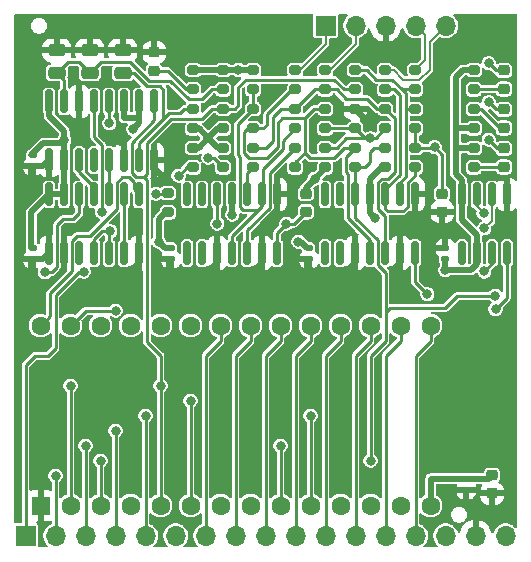
<source format=gbr>
%TF.GenerationSoftware,KiCad,Pcbnew,9.0.0*%
%TF.CreationDate,2025-03-27T21:27:03+00:00*%
%TF.ProjectId,MiniEconetModule,4d696e69-4563-46f6-9e65-744d6f64756c,02b*%
%TF.SameCoordinates,Original*%
%TF.FileFunction,Copper,L1,Top*%
%TF.FilePolarity,Positive*%
%FSLAX46Y46*%
G04 Gerber Fmt 4.6, Leading zero omitted, Abs format (unit mm)*
G04 Created by KiCad (PCBNEW 9.0.0) date 2025-03-27 21:27:03*
%MOMM*%
%LPD*%
G01*
G04 APERTURE LIST*
G04 Aperture macros list*
%AMRoundRect*
0 Rectangle with rounded corners*
0 $1 Rounding radius*
0 $2 $3 $4 $5 $6 $7 $8 $9 X,Y pos of 4 corners*
0 Add a 4 corners polygon primitive as box body*
4,1,4,$2,$3,$4,$5,$6,$7,$8,$9,$2,$3,0*
0 Add four circle primitives for the rounded corners*
1,1,$1+$1,$2,$3*
1,1,$1+$1,$4,$5*
1,1,$1+$1,$6,$7*
1,1,$1+$1,$8,$9*
0 Add four rect primitives between the rounded corners*
20,1,$1+$1,$2,$3,$4,$5,0*
20,1,$1+$1,$4,$5,$6,$7,0*
20,1,$1+$1,$6,$7,$8,$9,0*
20,1,$1+$1,$8,$9,$2,$3,0*%
G04 Aperture macros list end*
%TA.AperFunction,SMDPad,CuDef*%
%ADD10RoundRect,0.200000X-0.275000X0.200000X-0.275000X-0.200000X0.275000X-0.200000X0.275000X0.200000X0*%
%TD*%
%TA.AperFunction,SMDPad,CuDef*%
%ADD11RoundRect,0.200000X0.275000X-0.200000X0.275000X0.200000X-0.275000X0.200000X-0.275000X-0.200000X0*%
%TD*%
%TA.AperFunction,SMDPad,CuDef*%
%ADD12RoundRect,0.140000X-0.170000X0.140000X-0.170000X-0.140000X0.170000X-0.140000X0.170000X0.140000X0*%
%TD*%
%TA.AperFunction,SMDPad,CuDef*%
%ADD13RoundRect,0.150000X0.150000X-0.825000X0.150000X0.825000X-0.150000X0.825000X-0.150000X-0.825000X0*%
%TD*%
%TA.AperFunction,SMDPad,CuDef*%
%ADD14RoundRect,0.225000X-0.250000X0.225000X-0.250000X-0.225000X0.250000X-0.225000X0.250000X0.225000X0*%
%TD*%
%TA.AperFunction,SMDPad,CuDef*%
%ADD15RoundRect,0.250000X0.475000X-0.250000X0.475000X0.250000X-0.475000X0.250000X-0.475000X-0.250000X0*%
%TD*%
%TA.AperFunction,SMDPad,CuDef*%
%ADD16RoundRect,0.250000X-0.475000X0.250000X-0.475000X-0.250000X0.475000X-0.250000X0.475000X0.250000X0*%
%TD*%
%TA.AperFunction,ComponentPad*%
%ADD17RoundRect,0.250000X0.550000X-0.550000X0.550000X0.550000X-0.550000X0.550000X-0.550000X-0.550000X0*%
%TD*%
%TA.AperFunction,ComponentPad*%
%ADD18C,1.600000*%
%TD*%
%TA.AperFunction,SMDPad,CuDef*%
%ADD19RoundRect,0.225000X0.250000X-0.225000X0.250000X0.225000X-0.250000X0.225000X-0.250000X-0.225000X0*%
%TD*%
%TA.AperFunction,SMDPad,CuDef*%
%ADD20RoundRect,0.218750X-0.256250X0.218750X-0.256250X-0.218750X0.256250X-0.218750X0.256250X0.218750X0*%
%TD*%
%TA.AperFunction,SMDPad,CuDef*%
%ADD21RoundRect,0.140000X0.170000X-0.140000X0.170000X0.140000X-0.170000X0.140000X-0.170000X-0.140000X0*%
%TD*%
%TA.AperFunction,ComponentPad*%
%ADD22R,1.700000X1.700000*%
%TD*%
%TA.AperFunction,ComponentPad*%
%ADD23O,1.700000X1.700000*%
%TD*%
%TA.AperFunction,ViaPad*%
%ADD24C,0.800000*%
%TD*%
%TA.AperFunction,Conductor*%
%ADD25C,0.500000*%
%TD*%
%TA.AperFunction,Conductor*%
%ADD26C,0.200000*%
%TD*%
%TA.AperFunction,Conductor*%
%ADD27C,0.250000*%
%TD*%
G04 APERTURE END LIST*
D10*
X136719000Y-63912000D03*
X136719000Y-65562000D03*
X131639000Y-67214000D03*
X131639000Y-68864000D03*
D11*
X128083000Y-68864000D03*
X128083000Y-67214000D03*
X131639000Y-72166000D03*
X131639000Y-70516000D03*
D10*
X131639000Y-63912000D03*
X131639000Y-65562000D03*
X134179000Y-63912000D03*
X134179000Y-65562000D03*
X139259000Y-63912000D03*
X139259000Y-65562000D03*
X141799000Y-63912000D03*
X141799000Y-65562000D03*
D11*
X139259000Y-68864000D03*
X139259000Y-67214000D03*
X136719000Y-68864000D03*
X136719000Y-67214000D03*
D12*
X109414000Y-78989000D03*
X109414000Y-79949000D03*
X121098000Y-78989000D03*
X121098000Y-79949000D03*
D11*
X134179000Y-72166000D03*
X134179000Y-70516000D03*
X134179000Y-68864000D03*
X134179000Y-67214000D03*
D13*
X122495000Y-79404000D03*
X123765000Y-79404000D03*
X125035000Y-79404000D03*
X126305000Y-79404000D03*
X127575000Y-79404000D03*
X128845000Y-79404000D03*
X130115000Y-79404000D03*
X130115000Y-74454000D03*
X128845000Y-74454000D03*
X127575000Y-74454000D03*
X126305000Y-74454000D03*
X125035000Y-74454000D03*
X123765000Y-74454000D03*
X122495000Y-74454000D03*
D12*
X109414000Y-71115000D03*
X109414000Y-72075000D03*
D10*
X125543000Y-70516000D03*
X125543000Y-72166000D03*
X123003000Y-70516000D03*
X123003000Y-72166000D03*
D13*
X134179000Y-79404000D03*
X135449000Y-79404000D03*
X136719000Y-79404000D03*
X137989000Y-79404000D03*
X139259000Y-79404000D03*
X140529000Y-79404000D03*
X141799000Y-79404000D03*
X141799000Y-74454000D03*
X140529000Y-74454000D03*
X139259000Y-74454000D03*
X137989000Y-74454000D03*
X136719000Y-74454000D03*
X135449000Y-74454000D03*
X134179000Y-74454000D03*
D10*
X136719000Y-70516000D03*
X136719000Y-72166000D03*
D14*
X144085000Y-74376000D03*
X144085000Y-75926000D03*
D11*
X139259000Y-72166000D03*
X139259000Y-70516000D03*
D12*
X146133000Y-98519000D03*
X146133000Y-99479000D03*
D11*
X120844000Y-75976000D03*
X120844000Y-74326000D03*
X128083000Y-65562000D03*
X128083000Y-63912000D03*
D13*
X110811000Y-71530000D03*
X112081000Y-71530000D03*
X113351000Y-71530000D03*
X114621000Y-71530000D03*
X115891000Y-71530000D03*
X117161000Y-71530000D03*
X118431000Y-71530000D03*
X119701000Y-71530000D03*
X119701000Y-66580000D03*
X118431000Y-66580000D03*
X117161000Y-66580000D03*
X115891000Y-66580000D03*
X114621000Y-66580000D03*
X113351000Y-66580000D03*
X112081000Y-66580000D03*
X110811000Y-66580000D03*
D10*
X128083000Y-70516000D03*
X128083000Y-72166000D03*
D11*
X125543000Y-68864000D03*
X125543000Y-67214000D03*
D15*
X111446000Y-64163000D03*
X111446000Y-62263000D03*
D16*
X117034000Y-62263000D03*
X117034000Y-64163000D03*
D11*
X123003000Y-68864000D03*
X123003000Y-67214000D03*
X125543000Y-65562000D03*
X125543000Y-63912000D03*
D14*
X132528000Y-74376000D03*
X132528000Y-75926000D03*
D10*
X141799000Y-70516000D03*
X141799000Y-72166000D03*
D12*
X132782000Y-78989000D03*
X132782000Y-79949000D03*
D11*
X141799000Y-68864000D03*
X141799000Y-67214000D03*
D15*
X114240000Y-64163000D03*
X114240000Y-62263000D03*
D10*
X146752000Y-70516000D03*
X146752000Y-72166000D03*
X123003000Y-63912000D03*
X123003000Y-65562000D03*
X146752000Y-63912000D03*
X146752000Y-65562000D03*
D17*
X110075000Y-100805000D03*
D18*
X112615000Y-100805000D03*
X115155000Y-100805000D03*
X117695000Y-100805000D03*
X120235000Y-100805000D03*
X122775000Y-100805000D03*
X125315000Y-100805000D03*
X127855000Y-100805000D03*
X130395000Y-100805000D03*
X132935000Y-100805000D03*
X135475000Y-100805000D03*
X138015000Y-100805000D03*
X140555000Y-100805000D03*
X143095000Y-100805000D03*
X143095000Y-85565000D03*
X140555000Y-85565000D03*
X138015000Y-85565000D03*
X135475000Y-85565000D03*
X132935000Y-85565000D03*
X130395000Y-85565000D03*
X127855000Y-85565000D03*
X125315000Y-85565000D03*
X122775000Y-85565000D03*
X120235000Y-85565000D03*
X117695000Y-85565000D03*
X115155000Y-85565000D03*
X112615000Y-85565000D03*
X110075000Y-85565000D03*
D11*
X146752000Y-68864000D03*
X146752000Y-67214000D03*
D19*
X148302000Y-99774000D03*
X148302000Y-98224000D03*
D20*
X149292000Y-67251500D03*
X149292000Y-68826500D03*
X149292000Y-63949500D03*
X149292000Y-65524500D03*
D13*
X110811000Y-79404000D03*
X112081000Y-79404000D03*
X113351000Y-79404000D03*
X114621000Y-79404000D03*
X115891000Y-79404000D03*
X117161000Y-79404000D03*
X118431000Y-79404000D03*
X118431000Y-74454000D03*
X117161000Y-74454000D03*
X115891000Y-74454000D03*
X114621000Y-74454000D03*
X113351000Y-74454000D03*
X112081000Y-74454000D03*
X110811000Y-74454000D03*
D20*
X119701000Y-62425500D03*
X119701000Y-64000500D03*
X149292000Y-70553500D03*
X149292000Y-72128500D03*
D13*
X145736000Y-79404000D03*
X147006000Y-79404000D03*
X148276000Y-79404000D03*
X149546000Y-79404000D03*
X149546000Y-74454000D03*
X148276000Y-74454000D03*
X147006000Y-74454000D03*
X145736000Y-74454000D03*
D21*
X144339000Y-79949000D03*
X144339000Y-78989000D03*
D22*
X108805000Y-103345000D03*
D23*
X111345000Y-103345000D03*
X113885000Y-103345000D03*
X116425000Y-103345000D03*
X118965000Y-103345000D03*
X121505000Y-103345000D03*
X124045000Y-103345000D03*
X126585000Y-103345000D03*
X129125000Y-103345000D03*
X131665000Y-103345000D03*
X134205000Y-103345000D03*
X136745000Y-103345000D03*
X139285000Y-103345000D03*
X141825000Y-103345000D03*
X144365000Y-103345000D03*
X146905000Y-103345000D03*
X149445000Y-103345000D03*
D22*
X134205000Y-60165000D03*
D23*
X136745000Y-60165000D03*
X139285000Y-60165000D03*
X141825000Y-60165000D03*
X144365000Y-60165000D03*
D24*
X137989000Y-68039000D03*
X136211000Y-80866000D03*
X132782000Y-80866000D03*
X128210000Y-80866000D03*
X124400000Y-80866000D03*
X120463000Y-72992000D03*
X120971000Y-80866000D03*
X116771000Y-69891989D03*
X134687000Y-62451000D03*
X121479000Y-66642000D03*
X113303000Y-68293000D03*
X142079000Y-76421000D03*
X128035000Y-62705000D03*
X109313000Y-73246000D03*
X129734000Y-65880000D03*
X140021000Y-80866000D03*
X117842318Y-80866000D03*
X138015000Y-98646000D03*
X147640675Y-73053711D03*
X111091000Y-76294000D03*
X147576000Y-76012130D03*
X147638000Y-77310000D03*
X126305000Y-76167000D03*
X120082000Y-78453000D03*
X131893000Y-78453000D03*
X112057000Y-69870001D03*
X138370000Y-76421000D03*
X126813000Y-63924200D03*
X144339000Y-80866000D03*
X133290000Y-73119000D03*
X124273000Y-69690000D03*
X117923000Y-68928000D03*
X119828000Y-74389000D03*
X130877000Y-76929000D03*
X125035000Y-76929000D03*
X115980500Y-77564000D03*
X143450000Y-70452000D03*
X137989000Y-69690000D03*
X112615000Y-90645000D03*
X110454063Y-81020992D03*
X138015000Y-96995000D03*
X148022000Y-66642000D03*
X115155000Y-96995000D03*
X148567000Y-83025000D03*
X142815000Y-82898000D03*
X120235000Y-90645000D03*
X122775000Y-91915000D03*
X148595000Y-84168000D03*
X148022000Y-63340000D03*
X124273000Y-71341000D03*
X113732000Y-80993000D03*
X115256000Y-75913000D03*
X147649347Y-80975347D03*
X121759000Y-72865000D03*
X113885000Y-95725000D03*
X130395000Y-95725000D03*
X132935000Y-93185000D03*
X118965000Y-93185000D03*
X111345000Y-98265000D03*
X116425000Y-94455000D03*
X116425000Y-84295000D03*
X115891000Y-68420000D03*
X148022000Y-69817000D03*
D25*
X119701000Y-71530000D02*
X119701000Y-72230000D01*
X112081000Y-79404000D02*
X112081000Y-80805454D01*
X140529000Y-79404000D02*
X140529000Y-80231000D01*
X141799000Y-76141000D02*
X142079000Y-76421000D01*
X125035000Y-80231000D02*
X124400000Y-80866000D01*
X148740684Y-73091000D02*
X149435000Y-73091000D01*
X120971000Y-79949000D02*
X120971000Y-80866000D01*
X147730386Y-72964000D02*
X147640675Y-73053711D01*
X136719000Y-80231000D02*
X136084000Y-80866000D01*
X128845000Y-80231000D02*
X128210000Y-80866000D01*
X146905000Y-101567000D02*
X146133000Y-100795000D01*
X113351000Y-66580000D02*
X113351000Y-68245000D01*
X148302000Y-99774000D02*
X148302000Y-101059000D01*
X142079000Y-76421000D02*
X142587000Y-76421000D01*
X109910992Y-81870992D02*
X109287000Y-81247000D01*
X110266000Y-72075000D02*
X110811000Y-71530000D01*
X109287000Y-72075000D02*
X109287000Y-73220000D01*
X110811000Y-79404000D02*
X110811000Y-76574000D01*
X130115000Y-75770954D02*
X128845000Y-77040954D01*
X147794000Y-101567000D02*
X146905000Y-101567000D01*
X148302000Y-101059000D02*
X147794000Y-101567000D01*
X144339000Y-78989000D02*
X144339000Y-78173000D01*
X142587000Y-76421000D02*
X144085000Y-77919000D01*
X128845000Y-79404000D02*
X128845000Y-80231000D01*
X111015462Y-81870992D02*
X109910992Y-81870992D01*
X118431000Y-79404000D02*
X118431000Y-80277318D01*
X148613684Y-72964000D02*
X147730386Y-72964000D01*
X112081000Y-80805454D02*
X111015462Y-81870992D01*
X130115000Y-74454000D02*
X130115000Y-75770954D01*
X113351000Y-68245000D02*
X113303000Y-68293000D01*
X149546000Y-74454000D02*
X149546000Y-73202000D01*
X137989000Y-68039000D02*
X137544000Y-68039000D01*
X109287000Y-79949000D02*
X110266000Y-79949000D01*
X144085000Y-75926000D02*
X144085000Y-77919000D01*
X109287000Y-81247000D02*
X109287000Y-79949000D01*
X119701000Y-72230000D02*
X120463000Y-72992000D01*
X141799000Y-74454000D02*
X141799000Y-76141000D01*
X136719000Y-79404000D02*
X136719000Y-80231000D01*
X140529000Y-80231000D02*
X139894000Y-80866000D01*
X118431000Y-80277318D02*
X117842318Y-80866000D01*
X110266000Y-79949000D02*
X110811000Y-79404000D01*
X125035000Y-79404000D02*
X125035000Y-80231000D01*
X109287000Y-73220000D02*
X109313000Y-73246000D01*
X109287000Y-72075000D02*
X110266000Y-72075000D01*
X146133000Y-100795000D02*
X146133000Y-99479000D01*
X132655000Y-79949000D02*
X132655000Y-80866000D01*
X128845000Y-77040954D02*
X128845000Y-79404000D01*
X117161000Y-71530000D02*
X117161000Y-70281989D01*
X137544000Y-68039000D02*
X136719000Y-67214000D01*
X144085000Y-77919000D02*
X144339000Y-78173000D01*
X117161000Y-70281989D02*
X116771000Y-69891989D01*
X110811000Y-76574000D02*
X111091000Y-76294000D01*
X149546000Y-73202000D02*
X149435000Y-73091000D01*
X148613684Y-72964000D02*
X148740684Y-73091000D01*
X146905000Y-103345000D02*
X146905000Y-101567000D01*
D26*
X147006000Y-74454000D02*
X147006000Y-75442130D01*
X147006000Y-75442130D02*
X147576000Y-76012130D01*
X136745000Y-60165000D02*
X136745000Y-61727000D01*
X136745000Y-61727000D02*
X134560000Y-63912000D01*
X148276000Y-76672000D02*
X147638000Y-77310000D01*
X134205000Y-60165000D02*
X134205000Y-61727000D01*
X148276000Y-74454000D02*
X148276000Y-76672000D01*
X134205000Y-61727000D02*
X132020000Y-63912000D01*
D25*
X148007000Y-98519000D02*
X148302000Y-98224000D01*
X145228000Y-68864000D02*
X145228000Y-64483000D01*
X123003000Y-63912000D02*
X125543000Y-63912000D01*
X112081000Y-69870001D02*
X112081000Y-71530000D01*
X134179000Y-72230000D02*
X133290000Y-73119000D01*
X110297010Y-70104990D02*
X109287000Y-71115000D01*
X132119000Y-78453000D02*
X132655000Y-78989000D01*
X146752000Y-70516000D02*
X145228000Y-70516000D01*
X110811000Y-66580000D02*
X110811000Y-67844998D01*
X145736000Y-73246000D02*
X145736000Y-74454000D01*
X125099000Y-68864000D02*
X124273000Y-69690000D01*
X123003000Y-68864000D02*
X123447000Y-68864000D01*
X131766000Y-78453000D02*
X132119000Y-78453000D01*
X146133000Y-98519000D02*
X148007000Y-98519000D01*
X126305000Y-74454000D02*
X126305000Y-76167000D01*
X147006000Y-79404000D02*
X147006000Y-77880082D01*
X112081000Y-74454000D02*
X110811000Y-74454000D01*
X147006000Y-77880082D02*
X145736000Y-76610082D01*
X146752000Y-68864000D02*
X145228000Y-68864000D01*
X134179000Y-72166000D02*
X134179000Y-72230000D01*
X120618000Y-78989000D02*
X120082000Y-78453000D01*
X147006000Y-80358000D02*
X147006000Y-79404000D01*
X146133000Y-98519000D02*
X143095000Y-98519000D01*
X128083000Y-63912000D02*
X125543000Y-63912000D01*
X112081000Y-71530000D02*
X112081000Y-74454000D01*
X110811000Y-67844998D02*
X112081000Y-69114998D01*
X111846011Y-70104990D02*
X110297010Y-70104990D01*
X118431000Y-67960000D02*
X118431000Y-68420000D01*
X121098000Y-78989000D02*
X120618000Y-78989000D01*
X118431000Y-66580000D02*
X118431000Y-67960000D01*
X146498000Y-80866000D02*
X147006000Y-80358000D01*
X139005000Y-72166000D02*
X137989000Y-73182000D01*
X125543000Y-68864000D02*
X125099000Y-68864000D01*
X137989000Y-74454000D02*
X137989000Y-76040000D01*
X139259000Y-72166000D02*
X139005000Y-72166000D01*
X145228000Y-70516000D02*
X145228000Y-68864000D01*
X120082000Y-76561000D02*
X120082000Y-78453000D01*
X145228000Y-72738000D02*
X145228000Y-70516000D01*
X120082000Y-76561000D02*
X120717000Y-75926000D01*
X125543000Y-70516000D02*
X125099000Y-70516000D01*
X123447000Y-68864000D02*
X124273000Y-69690000D01*
X137989000Y-76040000D02*
X138370000Y-76421000D01*
X118431000Y-68420000D02*
X117923000Y-68928000D01*
X109287000Y-78989000D02*
X109287000Y-75978000D01*
X145228000Y-72738000D02*
X145736000Y-73246000D01*
X112081000Y-69870001D02*
X111846011Y-70104990D01*
X125099000Y-70516000D02*
X124273000Y-69690000D01*
X110811000Y-74454000D02*
X109287000Y-75978000D01*
X117161000Y-66580000D02*
X117161000Y-67960000D01*
X144339000Y-80866000D02*
X144339000Y-79949000D01*
X123003000Y-70516000D02*
X123447000Y-70516000D01*
X137989000Y-74454000D02*
X137989000Y-73182000D01*
X123447000Y-70516000D02*
X124273000Y-69690000D01*
X144339000Y-80866000D02*
X146498000Y-80866000D01*
X145736000Y-76610082D02*
X145736000Y-74454000D01*
X132528000Y-74376000D02*
X132528000Y-73881000D01*
X146752000Y-63912000D02*
X145799000Y-63912000D01*
X117161000Y-67960000D02*
X118431000Y-67960000D01*
X145799000Y-63912000D02*
X145228000Y-64483000D01*
X143095000Y-98519000D02*
X143095000Y-100805000D01*
X133290000Y-73119000D02*
X132528000Y-73881000D01*
X112081000Y-69114998D02*
X112081000Y-69870001D01*
D26*
X140783000Y-64737000D02*
X142156106Y-64737000D01*
X143006553Y-61523447D02*
X144365000Y-60165000D01*
X139259000Y-63912000D02*
X139958000Y-63912000D01*
X142156106Y-64737000D02*
X143006553Y-63886553D01*
X139958000Y-63912000D02*
X140783000Y-64737000D01*
X143006553Y-63886553D02*
X143006553Y-61523447D01*
X142606553Y-60946553D02*
X142606553Y-63104447D01*
X142606553Y-63104447D02*
X141799000Y-63912000D01*
X141825000Y-60165000D02*
X142606553Y-60946553D01*
D27*
X130115000Y-77691000D02*
X130877000Y-76929000D01*
X131525000Y-76929000D02*
X132528000Y-75926000D01*
X125035000Y-74454000D02*
X125035000Y-76929000D01*
X120717000Y-74376000D02*
X119587000Y-74376000D01*
X115266701Y-77564000D02*
X114621000Y-78209701D01*
X115980500Y-77564000D02*
X115266701Y-77564000D01*
X115891000Y-77653500D02*
X115980500Y-77564000D01*
X115891000Y-79404000D02*
X115891000Y-77653500D01*
X114621000Y-78209701D02*
X114621000Y-79404000D01*
X130115000Y-79404000D02*
X130115000Y-77691000D01*
X130877000Y-76929000D02*
X131525000Y-76929000D01*
X119059704Y-65280000D02*
X120174752Y-65280000D01*
X120468351Y-68044351D02*
X118431000Y-70081701D01*
X123003000Y-67214000D02*
X122235000Y-67214000D01*
X120923702Y-67589000D02*
X120468351Y-68044351D01*
X117942704Y-64163000D02*
X119059704Y-65280000D01*
X121860000Y-67589000D02*
X120923702Y-67589000D01*
X118431000Y-70081701D02*
X118431000Y-71530000D01*
X120468351Y-65573599D02*
X120468351Y-68044351D01*
X117034000Y-64163000D02*
X117942704Y-64163000D01*
X122235000Y-67214000D02*
X121860000Y-67589000D01*
X120174752Y-65280000D02*
X120468351Y-65573599D01*
X134179000Y-70516000D02*
X135129590Y-70516000D01*
X135129590Y-70516000D02*
X135955590Y-69690000D01*
X137989000Y-69690000D02*
X138433000Y-69690000D01*
X142180000Y-70516000D02*
X143386000Y-70516000D01*
X141799000Y-68864000D02*
X141799000Y-70516000D01*
X137545000Y-69690000D02*
X136719000Y-68864000D01*
X137545000Y-69690000D02*
X135973400Y-69690000D01*
X136719000Y-68864000D02*
X134179000Y-68864000D01*
X143386000Y-70516000D02*
X143450000Y-70452000D01*
X144085000Y-71087000D02*
X143450000Y-70452000D01*
X137989000Y-69690000D02*
X137545000Y-69690000D01*
X138433000Y-69690000D02*
X139259000Y-68864000D01*
X144085000Y-74376000D02*
X144085000Y-71087000D01*
X112396000Y-63213000D02*
X113290000Y-63213000D01*
X121047996Y-64830000D02*
X119246100Y-64830000D01*
X112081000Y-66580000D02*
X112081000Y-64798000D01*
X119246100Y-64830000D02*
X117629100Y-63213000D01*
X123765000Y-66388000D02*
X122605996Y-66388000D01*
X125543000Y-65562000D02*
X124591000Y-65562000D01*
X111446000Y-64163000D02*
X112396000Y-63213000D01*
X122605996Y-66388000D02*
X121047996Y-64830000D01*
X112081000Y-64798000D02*
X111446000Y-64163000D01*
X113290000Y-63213000D02*
X114240000Y-64163000D01*
X124591000Y-65562000D02*
X123765000Y-66388000D01*
X117629100Y-63213000D02*
X115190000Y-63213000D01*
X115190000Y-63213000D02*
X114240000Y-64163000D01*
X111436000Y-77056000D02*
X111436000Y-80637282D01*
X113351000Y-74454000D02*
X113351000Y-76040000D01*
X111436000Y-80637282D02*
X111019641Y-81053641D01*
X110359712Y-81053641D02*
X110327063Y-81020992D01*
X111019641Y-81053641D02*
X110359712Y-81053641D01*
X112843000Y-76548000D02*
X111944000Y-76548000D01*
X113351000Y-76040000D02*
X112843000Y-76548000D01*
X112615000Y-100805000D02*
X112615000Y-90645000D01*
X111944000Y-76548000D02*
X111436000Y-77056000D01*
X138624000Y-78326000D02*
X136719000Y-76421000D01*
X149292000Y-67251500D02*
X148631500Y-67251500D01*
X144355000Y-84041000D02*
X139666000Y-84041000D01*
X148567000Y-83025000D02*
X145371000Y-83025000D01*
X139285000Y-84422000D02*
X139285000Y-81080908D01*
X115155000Y-100805000D02*
X115155000Y-96995000D01*
X138015000Y-96995000D02*
X138015000Y-88105000D01*
X136719000Y-74454000D02*
X136719000Y-76421000D01*
X145371000Y-83025000D02*
X144355000Y-84041000D01*
X138015000Y-88105000D02*
X139285000Y-86835000D01*
X139285000Y-86835000D02*
X139285000Y-84422000D01*
X138306000Y-70516000D02*
X139259000Y-70516000D01*
X136719000Y-74454000D02*
X136719000Y-72166000D01*
X136719000Y-72166000D02*
X137545000Y-72166000D01*
X139285000Y-81080908D02*
X138624000Y-80419908D01*
X139666000Y-84041000D02*
X139285000Y-84422000D01*
X137545000Y-72166000D02*
X137989000Y-71722000D01*
X137989000Y-70833000D02*
X138306000Y-70516000D01*
X137989000Y-71722000D02*
X137989000Y-70833000D01*
X148631500Y-67251500D02*
X148022000Y-66642000D01*
X138624000Y-78326000D02*
X138624000Y-80419908D01*
X119701000Y-66580000D02*
X119701000Y-68175306D01*
X141799000Y-79404000D02*
X141799000Y-81882000D01*
X141799000Y-81882000D02*
X142815000Y-82898000D01*
X119076000Y-70073097D02*
X121110098Y-68039000D01*
X123765000Y-68039000D02*
X121110098Y-68039000D01*
X119701000Y-68175306D02*
X117805990Y-70070315D01*
X119056000Y-73226000D02*
X119056000Y-86936000D01*
X126495000Y-67214000D02*
X125543000Y-67214000D01*
X124590000Y-67214000D02*
X123765000Y-68039000D01*
X125543000Y-67214000D02*
X124590000Y-67214000D01*
X136719000Y-65562000D02*
X135767396Y-65562000D01*
X120235000Y-100805000D02*
X120235000Y-90645000D01*
X119056000Y-86936000D02*
X120235000Y-88115000D01*
X142561000Y-82644000D02*
X142815000Y-82898000D01*
X135767396Y-65562000D02*
X134942396Y-64737000D01*
X117805990Y-70070315D02*
X117805990Y-72611000D01*
X118822000Y-72992000D02*
X119056000Y-73226000D01*
X119076000Y-72738000D02*
X119076000Y-70073097D01*
X126813000Y-66896000D02*
X126495000Y-67214000D01*
X126813000Y-65372000D02*
X126813000Y-66896000D01*
X134942396Y-64737000D02*
X127448000Y-64737000D01*
X120235000Y-88115000D02*
X120235000Y-90645000D01*
X117805990Y-72611000D02*
X118186990Y-72992000D01*
X118186990Y-72992000D02*
X118812000Y-72992000D01*
X118822000Y-72992000D02*
X119076000Y-72738000D01*
X118812000Y-72992000D02*
X118822000Y-72992000D01*
X127448000Y-64737000D02*
X126813000Y-65372000D01*
X148631500Y-63949500D02*
X148022000Y-63340000D01*
X149546000Y-83217000D02*
X148595000Y-84168000D01*
X149546000Y-79404000D02*
X149546000Y-83217000D01*
X122775000Y-100805000D02*
X122775000Y-91915000D01*
X149292000Y-63949500D02*
X148631500Y-63949500D01*
X110895000Y-82804627D02*
X110895000Y-84745000D01*
X118000594Y-74023594D02*
X118000594Y-73442000D01*
X113163248Y-77945000D02*
X112726000Y-78382248D01*
X112726000Y-80973626D02*
X110895000Y-82804627D01*
X116516000Y-73452248D02*
X116516000Y-75678305D01*
X116976248Y-72992000D02*
X116516000Y-73452248D01*
X112726000Y-78382248D02*
X112726000Y-80973626D01*
X118000594Y-73442000D02*
X117550594Y-72992000D01*
X110895000Y-84745000D02*
X110075000Y-85565000D01*
X117550594Y-72992000D02*
X116976248Y-72992000D01*
X118431000Y-74454000D02*
X118000594Y-74023594D01*
X114249305Y-77945000D02*
X113163248Y-77945000D01*
X116516000Y-75678305D02*
X114249305Y-77945000D01*
X115891000Y-71530000D02*
X115891000Y-74454000D01*
X113343022Y-80993000D02*
X113758000Y-80993000D01*
X124273000Y-71341000D02*
X124718000Y-71341000D01*
X108805000Y-88867000D02*
X109567000Y-88105000D01*
X124718000Y-71341000D02*
X125543000Y-72166000D01*
X111345000Y-87470000D02*
X111345000Y-82991022D01*
X108805000Y-103345000D02*
X108805000Y-88867000D01*
X111345000Y-82991022D02*
X113343022Y-80993000D01*
X110710000Y-88105000D02*
X111345000Y-87470000D01*
X109567000Y-88105000D02*
X110710000Y-88105000D01*
X148276000Y-79404000D02*
X148276000Y-80348694D01*
X115247000Y-70243000D02*
X114621000Y-69617000D01*
X114621000Y-69617000D02*
X114621000Y-66580000D01*
X115247000Y-70243000D02*
X115247000Y-75904000D01*
X115247000Y-75904000D02*
X115256000Y-75913000D01*
X148276000Y-80348694D02*
X147649347Y-80975347D01*
X113885000Y-103345000D02*
X113885000Y-95725000D01*
X122458000Y-72166000D02*
X121759000Y-72865000D01*
X130395000Y-95725000D02*
X130395000Y-100805000D01*
X123003000Y-72166000D02*
X122458000Y-72166000D01*
X132935000Y-93185000D02*
X132935000Y-100805000D01*
X118965000Y-103345000D02*
X118965000Y-93185000D01*
X111345000Y-103345000D02*
X111345000Y-98265000D01*
X116425000Y-103345000D02*
X116425000Y-94455000D01*
X143095000Y-85565000D02*
X143095000Y-86835000D01*
X141825000Y-88105000D02*
X141825000Y-103345000D01*
X143095000Y-86835000D02*
X141825000Y-88105000D01*
X140555000Y-86835000D02*
X139285000Y-88105000D01*
X140555000Y-85565000D02*
X140555000Y-86835000D01*
X139285000Y-88105000D02*
X139285000Y-103345000D01*
X138015000Y-85565000D02*
X138015000Y-86835000D01*
X138015000Y-86835000D02*
X136745000Y-88105000D01*
X136745000Y-88105000D02*
X136745000Y-103345000D01*
X135475000Y-86835000D02*
X134205000Y-88105000D01*
X135475000Y-85565000D02*
X135475000Y-86835000D01*
X134205000Y-88105000D02*
X134205000Y-103345000D01*
X132935000Y-86835000D02*
X131665000Y-88105000D01*
X131665000Y-88105000D02*
X131665000Y-103345000D01*
X132935000Y-85565000D02*
X132935000Y-86835000D01*
X130395000Y-86835000D02*
X129125000Y-88105000D01*
X129125000Y-88105000D02*
X129125000Y-103345000D01*
X130395000Y-85565000D02*
X130395000Y-86835000D01*
X127855000Y-86835000D02*
X126585000Y-88105000D01*
X126585000Y-88105000D02*
X126585000Y-103345000D01*
X127855000Y-85565000D02*
X127855000Y-86835000D01*
X125315000Y-85565000D02*
X125315000Y-86835000D01*
X125315000Y-86835000D02*
X124045000Y-88105000D01*
X124045000Y-88105000D02*
X124045000Y-103345000D01*
X113351000Y-71530000D02*
X113351000Y-72590000D01*
X113351000Y-72590000D02*
X114642000Y-73881000D01*
X122416392Y-65562000D02*
X123003000Y-65562000D01*
X120854892Y-64000500D02*
X122416392Y-65562000D01*
X119701000Y-64000500D02*
X120854892Y-64000500D01*
X117161000Y-74454000D02*
X117161000Y-79404000D01*
X128845000Y-74454000D02*
X128845000Y-75428999D01*
X126950000Y-75479908D02*
X126950000Y-71242400D01*
X126305000Y-79404000D02*
X126305000Y-77968999D01*
X130613990Y-70589406D02*
X130613990Y-69889010D01*
X128845000Y-75428999D02*
X128519999Y-75754000D01*
X127224092Y-75754000D02*
X126950000Y-75479908D01*
X126813000Y-71105400D02*
X126813000Y-68484000D01*
X128845000Y-74454000D02*
X128883000Y-74416000D01*
X128083000Y-67214000D02*
X128083000Y-65562000D01*
X126950000Y-71242400D02*
X126813000Y-71105400D01*
X128883000Y-72320396D02*
X130613990Y-70589406D01*
X130613990Y-69889010D02*
X131639000Y-68864000D01*
X128883000Y-74416000D02*
X128883000Y-72320396D01*
X128519999Y-75754000D02*
X127224092Y-75754000D01*
X126813000Y-68484000D02*
X128083000Y-67214000D01*
X126305000Y-77968999D02*
X128519999Y-75754000D01*
X129490000Y-72665000D02*
X131639000Y-70516000D01*
X129490000Y-75582782D02*
X127575000Y-77497782D01*
X131639000Y-70516000D02*
X131323792Y-70516000D01*
X127575000Y-77497782D02*
X127575000Y-79404000D01*
X129490000Y-75582782D02*
X129490000Y-72665000D01*
X127575000Y-74454000D02*
X127575000Y-72674000D01*
X127575000Y-72674000D02*
X128083000Y-72166000D01*
X136719000Y-70516000D02*
X135909000Y-71326000D01*
X136084000Y-72754004D02*
X135909000Y-72579004D01*
X136084000Y-76422396D02*
X137989000Y-78327396D01*
X133239020Y-67214000D02*
X132439010Y-68014010D01*
X137989000Y-78327396D02*
X137989000Y-79404000D01*
X132846558Y-71341000D02*
X132439010Y-70933452D01*
X136084000Y-76422396D02*
X136084000Y-72754004D01*
X130163990Y-68371010D02*
X130163990Y-70403010D01*
X135766000Y-70516000D02*
X134941000Y-71341000D01*
X135909000Y-72579004D02*
X135909000Y-71326000D01*
X127283000Y-69182000D02*
X127601000Y-68864000D01*
X129226000Y-71341000D02*
X127684996Y-71341000D01*
X132439010Y-68014010D02*
X130520990Y-68014010D01*
X136719000Y-70516000D02*
X135766000Y-70516000D01*
X131639000Y-71733462D02*
X131639000Y-72166000D01*
X127283000Y-70939004D02*
X127283000Y-69182000D01*
X129263990Y-68547000D02*
X129263990Y-67683010D01*
X127601000Y-68864000D02*
X128083000Y-68864000D01*
X130163990Y-70403010D02*
X129226000Y-71341000D01*
X134179000Y-67214000D02*
X133239020Y-67214000D01*
X132439010Y-70933452D02*
X131639000Y-71733462D01*
X129263990Y-67683010D02*
X131385000Y-65562000D01*
X128083000Y-68864000D02*
X128946990Y-68864000D01*
X130520990Y-68014010D02*
X130163990Y-68371010D01*
X128946990Y-68864000D02*
X129263990Y-68547000D01*
X132439010Y-68014010D02*
X132439010Y-70933452D01*
X127684996Y-71341000D02*
X127283000Y-70939004D01*
X134941000Y-71341000D02*
X132846558Y-71341000D01*
X129713990Y-67932010D02*
X130432000Y-67214000D01*
X138624000Y-75649695D02*
X139259000Y-76284695D01*
X133291000Y-65562000D02*
X131639000Y-67214000D01*
X139529004Y-73119000D02*
X138943092Y-73119000D01*
X140059000Y-68014000D02*
X140059000Y-72589004D01*
X138943092Y-73119000D02*
X138624000Y-73438092D01*
X137735000Y-66388000D02*
X135957000Y-66388000D01*
X134179000Y-65562000D02*
X133291000Y-65562000D01*
X135957000Y-66388000D02*
X135131000Y-65562000D01*
X138561000Y-67214000D02*
X137735000Y-66388000D01*
X130432000Y-67214000D02*
X131639000Y-67214000D01*
X139259000Y-67214000D02*
X138561000Y-67214000D01*
X139259000Y-76284695D02*
X139259000Y-79404000D01*
X139259000Y-67214000D02*
X140059000Y-68014000D01*
X135131000Y-65562000D02*
X134179000Y-65562000D01*
X129713990Y-69964010D02*
X129713990Y-67932010D01*
X129162000Y-70516000D02*
X129713990Y-69964010D01*
X128083000Y-70516000D02*
X129162000Y-70516000D01*
X140059000Y-72589004D02*
X139529004Y-73119000D01*
X138624000Y-73438092D02*
X138624000Y-75649695D01*
X140999000Y-65884538D02*
X140676462Y-65562000D01*
X139851462Y-64737000D02*
X140676462Y-65562000D01*
X140999000Y-67214000D02*
X140999000Y-72966696D01*
X138497000Y-64737000D02*
X139851462Y-64737000D01*
X140529000Y-73436696D02*
X140999000Y-72966696D01*
X137672000Y-63912000D02*
X138497000Y-64737000D01*
X140999000Y-65884538D02*
X140999000Y-67214000D01*
X140529000Y-74454000D02*
X140529000Y-73436696D01*
X140676462Y-65562000D02*
X141799000Y-65562000D01*
X141799000Y-67214000D02*
X140999000Y-67214000D01*
X136719000Y-63912000D02*
X137672000Y-63912000D01*
X141799000Y-72803092D02*
X141155000Y-73447092D01*
X141799000Y-72166000D02*
X141799000Y-72803092D01*
X139259000Y-75648299D02*
X139259000Y-74454000D01*
X139259000Y-74025400D02*
X139259000Y-74454000D01*
X140040066Y-65562000D02*
X140509000Y-66030934D01*
X139259000Y-65562000D02*
X140040066Y-65562000D01*
X139454851Y-75844150D02*
X139259000Y-75648299D01*
X141155000Y-73447092D02*
X141155000Y-75478908D01*
X140509000Y-72775400D02*
X139259000Y-74025400D01*
X140509000Y-66030934D02*
X140509000Y-72775400D01*
X140789758Y-75844150D02*
X139454851Y-75844150D01*
X141155000Y-75478908D02*
X140789758Y-75844150D01*
X149292000Y-65524500D02*
X146789500Y-65524500D01*
X149292000Y-68826500D02*
X148936500Y-68826500D01*
X148936500Y-68826500D02*
X147324000Y-67214000D01*
X146752000Y-67214000D02*
X147324000Y-67214000D01*
X115891000Y-68420000D02*
X115891000Y-66580000D01*
X149292000Y-70553500D02*
X148758500Y-70553500D01*
X112615000Y-85565000D02*
X113885000Y-84295000D01*
X113885000Y-84295000D02*
X116425000Y-84295000D01*
X148758500Y-70553500D02*
X148022000Y-69817000D01*
X149292000Y-72128500D02*
X146789500Y-72128500D01*
%TA.AperFunction,Conductor*%
G36*
X110329000Y-102112999D02*
G01*
X110329001Y-102113000D01*
X110675516Y-102113000D01*
X110779319Y-102102394D01*
X110889359Y-102065931D01*
X110889661Y-102065929D01*
X110889907Y-102065751D01*
X110920295Y-102065751D01*
X110950544Y-102065575D01*
X110950789Y-102065751D01*
X110951093Y-102065751D01*
X110975715Y-102083640D01*
X111000252Y-102101250D01*
X111000346Y-102101536D01*
X111000593Y-102101715D01*
X111009988Y-102130633D01*
X111019498Y-102159329D01*
X111019500Y-102159906D01*
X111019500Y-102276623D01*
X111000593Y-102334814D01*
X110958386Y-102368087D01*
X110847402Y-102414058D01*
X110675348Y-102529020D01*
X110529020Y-102675348D01*
X110414058Y-102847402D01*
X110334869Y-103038581D01*
X110294500Y-103241532D01*
X110294500Y-103448467D01*
X110334869Y-103651418D01*
X110414058Y-103842597D01*
X110529020Y-104014651D01*
X110529023Y-104014655D01*
X110659866Y-104145498D01*
X110687642Y-104200013D01*
X110678071Y-104260445D01*
X110634806Y-104303710D01*
X110589861Y-104314500D01*
X109954500Y-104314500D01*
X109896309Y-104295593D01*
X109860345Y-104246093D01*
X109855500Y-104215500D01*
X109855500Y-102475253D01*
X109855498Y-102475241D01*
X109852531Y-102460328D01*
X109843867Y-102416769D01*
X109799552Y-102350448D01*
X109788066Y-102342773D01*
X109733233Y-102306134D01*
X109726788Y-102303465D01*
X109680261Y-102263729D01*
X109665977Y-102204234D01*
X109689391Y-102147706D01*
X109741560Y-102115736D01*
X109764672Y-102113000D01*
X109820999Y-102113000D01*
X109821000Y-102112999D01*
X109821000Y-101116686D01*
X109829394Y-101125080D01*
X109920606Y-101177741D01*
X110022339Y-101205000D01*
X110127661Y-101205000D01*
X110229394Y-101177741D01*
X110320606Y-101125080D01*
X110329000Y-101116686D01*
X110329000Y-102112999D01*
G37*
%TD.AperFunction*%
%TA.AperFunction,Conductor*%
G36*
X127353445Y-65388622D02*
G01*
X127396710Y-65431887D01*
X127407500Y-65476832D01*
X127407500Y-65793520D01*
X127407501Y-65793523D01*
X127422352Y-65887299D01*
X127422354Y-65887304D01*
X127479950Y-66000342D01*
X127569658Y-66090050D01*
X127682696Y-66147646D01*
X127682700Y-66147646D01*
X127689085Y-66149721D01*
X127738588Y-66185681D01*
X127757500Y-66243870D01*
X127757500Y-66532121D01*
X127738593Y-66590312D01*
X127689093Y-66626276D01*
X127689092Y-66626276D01*
X127682693Y-66628354D01*
X127569659Y-66685949D01*
X127479949Y-66775659D01*
X127422354Y-66888695D01*
X127407500Y-66982478D01*
X127407500Y-67388164D01*
X127388593Y-67446355D01*
X127378504Y-67458167D01*
X126552535Y-68284137D01*
X126543684Y-68299468D01*
X126509682Y-68358361D01*
X126509682Y-68358362D01*
X126509680Y-68358365D01*
X126505179Y-68375167D01*
X126490174Y-68431167D01*
X126487500Y-68441147D01*
X126487500Y-71062547D01*
X126487500Y-71148253D01*
X126494922Y-71175951D01*
X126509683Y-71231043D01*
X126552531Y-71305257D01*
X126552533Y-71305259D01*
X126552535Y-71305262D01*
X126595505Y-71348232D01*
X126623281Y-71402747D01*
X126624500Y-71418234D01*
X126624500Y-73183880D01*
X126605593Y-73242071D01*
X126556093Y-73278035D01*
X126511229Y-73281846D01*
X126488261Y-73278500D01*
X126488260Y-73278500D01*
X126121740Y-73278500D01*
X126088803Y-73283299D01*
X126053604Y-73288427D01*
X125948518Y-73339801D01*
X125865801Y-73422518D01*
X125814427Y-73527604D01*
X125810044Y-73557688D01*
X125804500Y-73595740D01*
X125804500Y-75312260D01*
X125814427Y-75380393D01*
X125841981Y-75436755D01*
X125844441Y-75441787D01*
X125854500Y-75485267D01*
X125854500Y-75727256D01*
X125835593Y-75785447D01*
X125825510Y-75797253D01*
X125824483Y-75798279D01*
X125824480Y-75798283D01*
X125824480Y-75798284D01*
X125745423Y-75935216D01*
X125704500Y-76087943D01*
X125704500Y-76246057D01*
X125745423Y-76398784D01*
X125824480Y-76535716D01*
X125936284Y-76647520D01*
X126073216Y-76726577D01*
X126225943Y-76767500D01*
X126225945Y-76767500D01*
X126384055Y-76767500D01*
X126384057Y-76767500D01*
X126536784Y-76726577D01*
X126673716Y-76647520D01*
X126785520Y-76535716D01*
X126864577Y-76398784D01*
X126905500Y-76246057D01*
X126905500Y-76117389D01*
X126908769Y-76107327D01*
X126907663Y-76096807D01*
X126918010Y-76078883D01*
X126924407Y-76059198D01*
X126932966Y-76052979D01*
X126938255Y-76043819D01*
X126957160Y-76035401D01*
X126973907Y-76023234D01*
X126984486Y-76023234D01*
X126994150Y-76018931D01*
X127014394Y-76023234D01*
X127035093Y-76023234D01*
X127053999Y-76031652D01*
X127089735Y-76052284D01*
X127090939Y-76052979D01*
X127098454Y-76057318D01*
X127098456Y-76057319D01*
X127142009Y-76068989D01*
X127181236Y-76079500D01*
X127181238Y-76079501D01*
X127181239Y-76079501D01*
X127273008Y-76079501D01*
X127273024Y-76079500D01*
X127495165Y-76079500D01*
X127553356Y-76098407D01*
X127589320Y-76147907D01*
X127589320Y-76209093D01*
X127565169Y-76248503D01*
X126800525Y-77013147D01*
X126044532Y-77769140D01*
X126044531Y-77769141D01*
X126001682Y-77843359D01*
X126001681Y-77843359D01*
X126001682Y-77843360D01*
X125979500Y-77926146D01*
X125979500Y-78217812D01*
X125977031Y-78225410D01*
X125978281Y-78233302D01*
X125967756Y-78253956D01*
X125960593Y-78276003D01*
X125950503Y-78287816D01*
X125950502Y-78287817D01*
X125931881Y-78306437D01*
X125877363Y-78334214D01*
X125816932Y-78324640D01*
X125776665Y-78286827D01*
X125709055Y-78172503D01*
X125591496Y-78054944D01*
X125448399Y-77970318D01*
X125289000Y-77924007D01*
X125289000Y-80883991D01*
X125448399Y-80837681D01*
X125591496Y-80753055D01*
X125709056Y-80635495D01*
X125776665Y-80521173D01*
X125822560Y-80480710D01*
X125883474Y-80474951D01*
X125931880Y-80501561D01*
X125948517Y-80518198D01*
X125954603Y-80521173D01*
X126053604Y-80569572D01*
X126053605Y-80569572D01*
X126053607Y-80569573D01*
X126121740Y-80579500D01*
X126121743Y-80579500D01*
X126488257Y-80579500D01*
X126488260Y-80579500D01*
X126556393Y-80569573D01*
X126661483Y-80518198D01*
X126744198Y-80435483D01*
X126795573Y-80330393D01*
X126805500Y-80262260D01*
X126805500Y-78545740D01*
X126795573Y-78477607D01*
X126794421Y-78475251D01*
X126765649Y-78416397D01*
X126744198Y-78372517D01*
X126661483Y-78289802D01*
X126661481Y-78289801D01*
X126659496Y-78287816D01*
X126655869Y-78280698D01*
X126649407Y-78276003D01*
X126642243Y-78253954D01*
X126631719Y-78233299D01*
X126630500Y-78217812D01*
X126630500Y-78144833D01*
X126649407Y-78086642D01*
X126659496Y-78074829D01*
X127080496Y-77653829D01*
X127135013Y-77626052D01*
X127195445Y-77635623D01*
X127238710Y-77678888D01*
X127249500Y-77723833D01*
X127249500Y-78217812D01*
X127230593Y-78276003D01*
X127220504Y-78287816D01*
X127218518Y-78289801D01*
X127218517Y-78289802D01*
X127175576Y-78332743D01*
X127135801Y-78372518D01*
X127084427Y-78477604D01*
X127080556Y-78504178D01*
X127074500Y-78545740D01*
X127074500Y-80262260D01*
X127076104Y-80273266D01*
X127084427Y-80330395D01*
X127126033Y-80415500D01*
X127135802Y-80435483D01*
X127218517Y-80518198D01*
X127224603Y-80521173D01*
X127323604Y-80569572D01*
X127323605Y-80569572D01*
X127323607Y-80569573D01*
X127391740Y-80579500D01*
X127391743Y-80579500D01*
X127758257Y-80579500D01*
X127758260Y-80579500D01*
X127826393Y-80569573D01*
X127931483Y-80518198D01*
X127948117Y-80501563D01*
X128002631Y-80473786D01*
X128063063Y-80483356D01*
X128103334Y-80521172D01*
X128170944Y-80635496D01*
X128288503Y-80753055D01*
X128431600Y-80837681D01*
X128590999Y-80883991D01*
X128591000Y-80883991D01*
X128591000Y-77924007D01*
X129099000Y-77924007D01*
X129099000Y-80883991D01*
X129258399Y-80837681D01*
X129401496Y-80753055D01*
X129519056Y-80635495D01*
X129586665Y-80521173D01*
X129632560Y-80480710D01*
X129693474Y-80474951D01*
X129741880Y-80501561D01*
X129758517Y-80518198D01*
X129764603Y-80521173D01*
X129863604Y-80569572D01*
X129863605Y-80569572D01*
X129863607Y-80569573D01*
X129931740Y-80579500D01*
X129931743Y-80579500D01*
X130298257Y-80579500D01*
X130298260Y-80579500D01*
X130366393Y-80569573D01*
X130471483Y-80518198D01*
X130554198Y-80435483D01*
X130605573Y-80330393D01*
X130615500Y-80262260D01*
X130615500Y-80203000D01*
X131970327Y-80203000D01*
X132012569Y-80348396D01*
X132095909Y-80489318D01*
X132211681Y-80605090D01*
X132352604Y-80688431D01*
X132509822Y-80734107D01*
X132509829Y-80734109D01*
X132528000Y-80735538D01*
X132528000Y-80203001D01*
X132527999Y-80203000D01*
X131970327Y-80203000D01*
X130615500Y-80203000D01*
X130615500Y-78545740D01*
X130605573Y-78477607D01*
X130605572Y-78477604D01*
X130578022Y-78421249D01*
X130578020Y-78421247D01*
X130554895Y-78373943D01*
X131292500Y-78373943D01*
X131292500Y-78532057D01*
X131333423Y-78684784D01*
X131412480Y-78821716D01*
X131524284Y-78933520D01*
X131661216Y-79012577D01*
X131813943Y-79053500D01*
X131813945Y-79053500D01*
X131972056Y-79053500D01*
X131972057Y-79053500D01*
X132003867Y-79044976D01*
X132024534Y-79046058D01*
X132044978Y-79042821D01*
X132054403Y-79047623D01*
X132064967Y-79048177D01*
X132099495Y-79070598D01*
X132196740Y-79167843D01*
X132224517Y-79222360D01*
X132214946Y-79282792D01*
X132196740Y-79307851D01*
X132095909Y-79408681D01*
X132012569Y-79549603D01*
X131970326Y-79695000D01*
X132683000Y-79695000D01*
X132741191Y-79713907D01*
X132777155Y-79763407D01*
X132782000Y-79794000D01*
X132782000Y-79948999D01*
X132782001Y-79949000D01*
X132937000Y-79949000D01*
X132995191Y-79967907D01*
X133031155Y-80017407D01*
X133036000Y-80048000D01*
X133036000Y-80735538D01*
X133054170Y-80734109D01*
X133054177Y-80734107D01*
X133211395Y-80688431D01*
X133352318Y-80605090D01*
X133468091Y-80489317D01*
X133537756Y-80371518D01*
X133583651Y-80331055D01*
X133644565Y-80325296D01*
X133697230Y-80356441D01*
X133711910Y-80378431D01*
X133739799Y-80435479D01*
X133739801Y-80435481D01*
X133739802Y-80435483D01*
X133822517Y-80518198D01*
X133828603Y-80521173D01*
X133927604Y-80569572D01*
X133927605Y-80569572D01*
X133927607Y-80569573D01*
X133995740Y-80579500D01*
X133995743Y-80579500D01*
X134362257Y-80579500D01*
X134362260Y-80579500D01*
X134430393Y-80569573D01*
X134535483Y-80518198D01*
X134618198Y-80435483D01*
X134669573Y-80330393D01*
X134679500Y-80262260D01*
X134679500Y-78545740D01*
X134948500Y-78545740D01*
X134948500Y-80262260D01*
X134950104Y-80273266D01*
X134958427Y-80330395D01*
X135000033Y-80415500D01*
X135009802Y-80435483D01*
X135092517Y-80518198D01*
X135098603Y-80521173D01*
X135197604Y-80569572D01*
X135197605Y-80569572D01*
X135197607Y-80569573D01*
X135265740Y-80579500D01*
X135265743Y-80579500D01*
X135632257Y-80579500D01*
X135632260Y-80579500D01*
X135700393Y-80569573D01*
X135805483Y-80518198D01*
X135822117Y-80501563D01*
X135876631Y-80473786D01*
X135937063Y-80483356D01*
X135977334Y-80521172D01*
X136044944Y-80635496D01*
X136162503Y-80753055D01*
X136305600Y-80837681D01*
X136464999Y-80883991D01*
X136465000Y-80883991D01*
X136465000Y-77924007D01*
X136305600Y-77970318D01*
X136162503Y-78054944D01*
X136044942Y-78172505D01*
X135977333Y-78286827D01*
X135931438Y-78327290D01*
X135870524Y-78333048D01*
X135822118Y-78306437D01*
X135805483Y-78289802D01*
X135801421Y-78287816D01*
X135700395Y-78238427D01*
X135673139Y-78234456D01*
X135632260Y-78228500D01*
X135265740Y-78228500D01*
X135232803Y-78233299D01*
X135197604Y-78238427D01*
X135092518Y-78289801D01*
X135009801Y-78372518D01*
X134958427Y-78477604D01*
X134954556Y-78504178D01*
X134948500Y-78545740D01*
X134679500Y-78545740D01*
X134669573Y-78477607D01*
X134668421Y-78475251D01*
X134639649Y-78416397D01*
X134618198Y-78372517D01*
X134535483Y-78289802D01*
X134531421Y-78287816D01*
X134430395Y-78238427D01*
X134403139Y-78234456D01*
X134362260Y-78228500D01*
X133995740Y-78228500D01*
X133962803Y-78233299D01*
X133927604Y-78238427D01*
X133822518Y-78289801D01*
X133739801Y-78372518D01*
X133688427Y-78477604D01*
X133684556Y-78504178D01*
X133680693Y-78530693D01*
X133678500Y-78545743D01*
X133678500Y-79402581D01*
X133659593Y-79460772D01*
X133610093Y-79496736D01*
X133548907Y-79496736D01*
X133499407Y-79460772D01*
X133494286Y-79452976D01*
X133468090Y-79408681D01*
X133352317Y-79292908D01*
X133337969Y-79284423D01*
X133297506Y-79238527D01*
X133290211Y-79186284D01*
X133292500Y-79168901D01*
X133292499Y-78809100D01*
X133285972Y-78759513D01*
X133285972Y-78759511D01*
X133235225Y-78650686D01*
X133235224Y-78650685D01*
X133235224Y-78650684D01*
X133150316Y-78565776D01*
X133150314Y-78565775D01*
X133150313Y-78565774D01*
X133042137Y-78515331D01*
X133041488Y-78515028D01*
X133016694Y-78511764D01*
X132991901Y-78508500D01*
X132991900Y-78508500D01*
X132852611Y-78508500D01*
X132794420Y-78489593D01*
X132782607Y-78479504D01*
X132395613Y-78092510D01*
X132374091Y-78080084D01*
X132353589Y-78064352D01*
X132261718Y-77972482D01*
X132261716Y-77972480D01*
X132124784Y-77893423D01*
X131972057Y-77852500D01*
X131813943Y-77852500D01*
X131661216Y-77893423D01*
X131524284Y-77972480D01*
X131412480Y-78084284D01*
X131333423Y-78221216D01*
X131292500Y-78373943D01*
X130554895Y-78373943D01*
X130554198Y-78372517D01*
X130471483Y-78289802D01*
X130469822Y-78288990D01*
X130462875Y-78280498D01*
X130453476Y-78256374D01*
X130441719Y-78233299D01*
X130441018Y-78224399D01*
X130440663Y-78223487D01*
X130440881Y-78222655D01*
X130440500Y-78217812D01*
X130440500Y-77866832D01*
X130459407Y-77808641D01*
X130469490Y-77796835D01*
X130709414Y-77556910D01*
X130763929Y-77529134D01*
X130792339Y-77528762D01*
X130797942Y-77529499D01*
X130797943Y-77529500D01*
X130797944Y-77529500D01*
X130956055Y-77529500D01*
X130956057Y-77529500D01*
X131108784Y-77488577D01*
X131245716Y-77409520D01*
X131357520Y-77297716D01*
X131357523Y-77297711D01*
X131360960Y-77293233D01*
X131411384Y-77258577D01*
X131439502Y-77254500D01*
X131567851Y-77254500D01*
X131567853Y-77254500D01*
X131650639Y-77232318D01*
X131650641Y-77232316D01*
X131650643Y-77232316D01*
X131724857Y-77189468D01*
X131724857Y-77189467D01*
X131724862Y-77189465D01*
X132308831Y-76605496D01*
X132363348Y-76577719D01*
X132378835Y-76576500D01*
X132811490Y-76576500D01*
X132832885Y-76573111D01*
X132911126Y-76560719D01*
X133031220Y-76499528D01*
X133126528Y-76404220D01*
X133186676Y-76286173D01*
X133187716Y-76284132D01*
X133187716Y-76284131D01*
X133187719Y-76284126D01*
X133203500Y-76184488D01*
X133203500Y-75667512D01*
X133200836Y-75650695D01*
X133199045Y-75639385D01*
X133187719Y-75567874D01*
X133187716Y-75567869D01*
X133187716Y-75567867D01*
X133126529Y-75447782D01*
X133126528Y-75447780D01*
X133031220Y-75352472D01*
X133031217Y-75352470D01*
X132911132Y-75291283D01*
X132911127Y-75291281D01*
X132911126Y-75291281D01*
X132877913Y-75286020D01*
X132811490Y-75275500D01*
X132811488Y-75275500D01*
X132244512Y-75275500D01*
X132244510Y-75275500D01*
X132144874Y-75291281D01*
X132144867Y-75291283D01*
X132024782Y-75352470D01*
X131929470Y-75447782D01*
X131868283Y-75567867D01*
X131868281Y-75567874D01*
X131852500Y-75667510D01*
X131852500Y-76100165D01*
X131833593Y-76158356D01*
X131823504Y-76170169D01*
X131465458Y-76528215D01*
X131410941Y-76555992D01*
X131350509Y-76546421D01*
X131325453Y-76528217D01*
X131245716Y-76448480D01*
X131108784Y-76369423D01*
X130956057Y-76328500D01*
X130797943Y-76328500D01*
X130645216Y-76369423D01*
X130508284Y-76448480D01*
X130396480Y-76560284D01*
X130317423Y-76697216D01*
X130281985Y-76829475D01*
X130276500Y-76849944D01*
X130276500Y-77008060D01*
X130277237Y-77013660D01*
X130266086Y-77073821D01*
X130249088Y-77096583D01*
X129854535Y-77491137D01*
X129854531Y-77491142D01*
X129811683Y-77565357D01*
X129811681Y-77565361D01*
X129799586Y-77610497D01*
X129799587Y-77610498D01*
X129789500Y-77648144D01*
X129789500Y-78217812D01*
X129787031Y-78225410D01*
X129788281Y-78233302D01*
X129777756Y-78253956D01*
X129770593Y-78276003D01*
X129760503Y-78287816D01*
X129760502Y-78287817D01*
X129741881Y-78306437D01*
X129687363Y-78334214D01*
X129626932Y-78324640D01*
X129586665Y-78286827D01*
X129519055Y-78172503D01*
X129401496Y-78054944D01*
X129258399Y-77970318D01*
X129099000Y-77924007D01*
X128591000Y-77924007D01*
X128431600Y-77970318D01*
X128288503Y-78054944D01*
X128170942Y-78172505D01*
X128103333Y-78286827D01*
X128082607Y-78305099D01*
X128063065Y-78324642D01*
X128059867Y-78325148D01*
X128057438Y-78327290D01*
X128029923Y-78329890D01*
X128002633Y-78334213D01*
X127999748Y-78332743D01*
X127996524Y-78333048D01*
X127948118Y-78306437D01*
X127931483Y-78289802D01*
X127931481Y-78289801D01*
X127929496Y-78287816D01*
X127901719Y-78233299D01*
X127900500Y-78217812D01*
X127900500Y-77673616D01*
X127919407Y-77615425D01*
X127929490Y-77603618D01*
X129616676Y-75916432D01*
X129671189Y-75888658D01*
X129714296Y-75891370D01*
X129860999Y-75933991D01*
X129861000Y-75933991D01*
X129861000Y-74708001D01*
X130369000Y-74708001D01*
X130369000Y-75933991D01*
X130528399Y-75887681D01*
X130671496Y-75803055D01*
X130789055Y-75685496D01*
X130873681Y-75542399D01*
X130920064Y-75382752D01*
X130920065Y-75382748D01*
X130923000Y-75345451D01*
X130923000Y-74708001D01*
X130922999Y-74708000D01*
X130369001Y-74708000D01*
X130369000Y-74708001D01*
X129861000Y-74708001D01*
X129861000Y-74199999D01*
X130369000Y-74199999D01*
X130369001Y-74200000D01*
X130922998Y-74200000D01*
X130922999Y-74199999D01*
X130922999Y-73562548D01*
X130920064Y-73525249D01*
X130920064Y-73525248D01*
X130873682Y-73365601D01*
X130789055Y-73222503D01*
X130671496Y-73104944D01*
X130528399Y-73020318D01*
X130369000Y-72974007D01*
X130369000Y-74199999D01*
X129861000Y-74199999D01*
X129861000Y-72974006D01*
X129855059Y-72969546D01*
X129819877Y-72919487D01*
X129815500Y-72890377D01*
X129815500Y-72840834D01*
X129834407Y-72782643D01*
X129844490Y-72770836D01*
X130801243Y-71814082D01*
X130855760Y-71786306D01*
X130916192Y-71795877D01*
X130959457Y-71839142D01*
X130969028Y-71899573D01*
X130963500Y-71934476D01*
X130963500Y-72397520D01*
X130963501Y-72397523D01*
X130978352Y-72491299D01*
X130978354Y-72491304D01*
X131035950Y-72604342D01*
X131125658Y-72694050D01*
X131238696Y-72751646D01*
X131332481Y-72766500D01*
X131945518Y-72766499D01*
X131945520Y-72766499D01*
X131945521Y-72766498D01*
X132010852Y-72756152D01*
X132039299Y-72751647D01*
X132039299Y-72751646D01*
X132039304Y-72751646D01*
X132152342Y-72694050D01*
X132242050Y-72604342D01*
X132299646Y-72491304D01*
X132314500Y-72397519D01*
X132314499Y-71934482D01*
X132314498Y-71934478D01*
X132314498Y-71934476D01*
X132299647Y-71840700D01*
X132299646Y-71840698D01*
X132299646Y-71840696D01*
X132242050Y-71727658D01*
X132242046Y-71727654D01*
X132237469Y-71721353D01*
X132239019Y-71720226D01*
X132236474Y-71715230D01*
X132225387Y-71704143D01*
X132222934Y-71688655D01*
X132215816Y-71674685D01*
X132218268Y-71659198D01*
X132215816Y-71643711D01*
X132222934Y-71629740D01*
X132225387Y-71614253D01*
X132243589Y-71589198D01*
X132369008Y-71463780D01*
X132423522Y-71436005D01*
X132483954Y-71445576D01*
X132509012Y-71463782D01*
X132646695Y-71601464D01*
X132646700Y-71601468D01*
X132720915Y-71644316D01*
X132720913Y-71644316D01*
X132720917Y-71644317D01*
X132720919Y-71644318D01*
X132803705Y-71666500D01*
X133445558Y-71666500D01*
X133503749Y-71685407D01*
X133539713Y-71734907D01*
X133539713Y-71796093D01*
X133533767Y-71810445D01*
X133518355Y-71840692D01*
X133518354Y-71840694D01*
X133503500Y-71934478D01*
X133503500Y-72227388D01*
X133484593Y-72285579D01*
X133474504Y-72297391D01*
X133316675Y-72455222D01*
X133282394Y-72489503D01*
X133227878Y-72517281D01*
X133212390Y-72518500D01*
X133210943Y-72518500D01*
X133058216Y-72559423D01*
X132921284Y-72638480D01*
X132809480Y-72750284D01*
X132730423Y-72887216D01*
X132694759Y-73020318D01*
X132689500Y-73039944D01*
X132689500Y-73041388D01*
X132689180Y-73042371D01*
X132688653Y-73046377D01*
X132687910Y-73046279D01*
X132670593Y-73099579D01*
X132660504Y-73111391D01*
X132167511Y-73604385D01*
X132167507Y-73604390D01*
X132108200Y-73707112D01*
X132106054Y-73715124D01*
X132106054Y-73715126D01*
X132103207Y-73725750D01*
X132069882Y-73777063D01*
X132052528Y-73788333D01*
X132024781Y-73802471D01*
X131929470Y-73897782D01*
X131868283Y-74017867D01*
X131868281Y-74017874D01*
X131852500Y-74117510D01*
X131852500Y-74634489D01*
X131868281Y-74734125D01*
X131868283Y-74734132D01*
X131929470Y-74854217D01*
X131929472Y-74854220D01*
X132024780Y-74949528D01*
X132024782Y-74949529D01*
X132144867Y-75010716D01*
X132144869Y-75010716D01*
X132144874Y-75010719D01*
X132220541Y-75022703D01*
X132244510Y-75026500D01*
X132244512Y-75026500D01*
X132811490Y-75026500D01*
X132832885Y-75023111D01*
X132911126Y-75010719D01*
X133031220Y-74949528D01*
X133126528Y-74854220D01*
X133187719Y-74734126D01*
X133203500Y-74634488D01*
X133203500Y-74117512D01*
X133199852Y-74094482D01*
X133189043Y-74026235D01*
X133187719Y-74017874D01*
X133166537Y-73976304D01*
X133156967Y-73915873D01*
X133169723Y-73890838D01*
X133184741Y-73861361D01*
X133269040Y-73777063D01*
X133297608Y-73748496D01*
X133352125Y-73720719D01*
X133367611Y-73719500D01*
X133369055Y-73719500D01*
X133369057Y-73719500D01*
X133521784Y-73678577D01*
X133529998Y-73673834D01*
X133589844Y-73661111D01*
X133645741Y-73685995D01*
X133676336Y-73738982D01*
X133678500Y-73759569D01*
X133678500Y-75312260D01*
X133683336Y-75345451D01*
X133688427Y-75380395D01*
X133728500Y-75462364D01*
X133739802Y-75485483D01*
X133822517Y-75568198D01*
X133848371Y-75580837D01*
X133927604Y-75619572D01*
X133927605Y-75619572D01*
X133927607Y-75619573D01*
X133995740Y-75629500D01*
X133995743Y-75629500D01*
X134362257Y-75629500D01*
X134362260Y-75629500D01*
X134430393Y-75619573D01*
X134535483Y-75568198D01*
X134618198Y-75485483D01*
X134669573Y-75380393D01*
X134679500Y-75312260D01*
X134679500Y-73595740D01*
X134669573Y-73527607D01*
X134669571Y-73527603D01*
X134644483Y-73476285D01*
X134618198Y-73422517D01*
X134535483Y-73339802D01*
X134531421Y-73337816D01*
X134430395Y-73288427D01*
X134403139Y-73284456D01*
X134362260Y-73278500D01*
X134006611Y-73278500D01*
X133948420Y-73259593D01*
X133912456Y-73210093D01*
X133912456Y-73148907D01*
X133936607Y-73109496D01*
X134250608Y-72795495D01*
X134305125Y-72767718D01*
X134320612Y-72766499D01*
X134485521Y-72766499D01*
X134485522Y-72766498D01*
X134550852Y-72756152D01*
X134579299Y-72751647D01*
X134579299Y-72751646D01*
X134579304Y-72751646D01*
X134692342Y-72694050D01*
X134782050Y-72604342D01*
X134839646Y-72491304D01*
X134854500Y-72397519D01*
X134854499Y-71934482D01*
X134854498Y-71934478D01*
X134854498Y-71934476D01*
X134839647Y-71840700D01*
X134839645Y-71840692D01*
X134824233Y-71810445D01*
X134814661Y-71750013D01*
X134842438Y-71695497D01*
X134896955Y-71667719D01*
X134912442Y-71666500D01*
X134983851Y-71666500D01*
X134983853Y-71666500D01*
X135066639Y-71644318D01*
X135066641Y-71644316D01*
X135066643Y-71644316D01*
X135140857Y-71601468D01*
X135140857Y-71601467D01*
X135140862Y-71601465D01*
X135414498Y-71327828D01*
X135469013Y-71300053D01*
X135529445Y-71309624D01*
X135572710Y-71352889D01*
X135583500Y-71397834D01*
X135583500Y-72536151D01*
X135583500Y-72621857D01*
X135595462Y-72666500D01*
X135605683Y-72704647D01*
X135648531Y-72778861D01*
X135648533Y-72778863D01*
X135648535Y-72778866D01*
X135729505Y-72859836D01*
X135757281Y-72914351D01*
X135758500Y-72929838D01*
X135758500Y-73182423D01*
X135739593Y-73240614D01*
X135690093Y-73276578D01*
X135645230Y-73280389D01*
X135632264Y-73278500D01*
X135632260Y-73278500D01*
X135265740Y-73278500D01*
X135232803Y-73283299D01*
X135197604Y-73288427D01*
X135092518Y-73339801D01*
X135009801Y-73422518D01*
X134958427Y-73527604D01*
X134954044Y-73557688D01*
X134948500Y-73595740D01*
X134948500Y-75312260D01*
X134953336Y-75345451D01*
X134958427Y-75380395D01*
X134998500Y-75462364D01*
X135009802Y-75485483D01*
X135092517Y-75568198D01*
X135118371Y-75580837D01*
X135197604Y-75619572D01*
X135197605Y-75619572D01*
X135197607Y-75619573D01*
X135265740Y-75629500D01*
X135265743Y-75629500D01*
X135632259Y-75629500D01*
X135632260Y-75629500D01*
X135645224Y-75627611D01*
X135705533Y-75637929D01*
X135748259Y-75681726D01*
X135758500Y-75725576D01*
X135758500Y-76379543D01*
X135758500Y-76465249D01*
X135770931Y-76511643D01*
X135780683Y-76548039D01*
X135823531Y-76622253D01*
X135823533Y-76622255D01*
X135823535Y-76622258D01*
X136717862Y-77516584D01*
X136979307Y-77778029D01*
X137007084Y-77832546D01*
X136997513Y-77892978D01*
X136973000Y-77922139D01*
X136973000Y-80883991D01*
X137132399Y-80837681D01*
X137275496Y-80753055D01*
X137393056Y-80635495D01*
X137460665Y-80521173D01*
X137506560Y-80480710D01*
X137567474Y-80474951D01*
X137615880Y-80501561D01*
X137632517Y-80518198D01*
X137638603Y-80521173D01*
X137737604Y-80569572D01*
X137737605Y-80569572D01*
X137737607Y-80569573D01*
X137805740Y-80579500D01*
X137805743Y-80579500D01*
X138172257Y-80579500D01*
X138172260Y-80579500D01*
X138240393Y-80569573D01*
X138240400Y-80569569D01*
X138244824Y-80568203D01*
X138306003Y-80569085D01*
X138354979Y-80605759D01*
X138359791Y-80613286D01*
X138363535Y-80619770D01*
X138930505Y-81186740D01*
X138958281Y-81241255D01*
X138959500Y-81256742D01*
X138959500Y-84855571D01*
X138940593Y-84913762D01*
X138891093Y-84949726D01*
X138829907Y-84949726D01*
X138790496Y-84925575D01*
X138652785Y-84787864D01*
X138652782Y-84787861D01*
X138488914Y-84678368D01*
X138488915Y-84678368D01*
X138488913Y-84678367D01*
X138306835Y-84602949D01*
X138113543Y-84564500D01*
X138113541Y-84564500D01*
X137916459Y-84564500D01*
X137916456Y-84564500D01*
X137723165Y-84602949D01*
X137723163Y-84602949D01*
X137541086Y-84678367D01*
X137377218Y-84787861D01*
X137377214Y-84787864D01*
X137237864Y-84927214D01*
X137237861Y-84927218D01*
X137128367Y-85091086D01*
X137052949Y-85273163D01*
X137052949Y-85273165D01*
X137014500Y-85466456D01*
X137014500Y-85663543D01*
X137052949Y-85856834D01*
X137052949Y-85856836D01*
X137128367Y-86038913D01*
X137128368Y-86038914D01*
X137237861Y-86202782D01*
X137377218Y-86342139D01*
X137499839Y-86424072D01*
X137541084Y-86451631D01*
X137541085Y-86451631D01*
X137541086Y-86451632D01*
X137628387Y-86487792D01*
X137648830Y-86505252D01*
X137670593Y-86521064D01*
X137671840Y-86524904D01*
X137674910Y-86527526D01*
X137689500Y-86579255D01*
X137689500Y-86659165D01*
X137670593Y-86717356D01*
X137660504Y-86729169D01*
X136484535Y-87905138D01*
X136484534Y-87905140D01*
X136484531Y-87905142D01*
X136441683Y-87979356D01*
X136419500Y-88062148D01*
X136419500Y-100095571D01*
X136400593Y-100153762D01*
X136351093Y-100189726D01*
X136289907Y-100189726D01*
X136250496Y-100165575D01*
X136112785Y-100027864D01*
X136112782Y-100027861D01*
X135969497Y-99932121D01*
X135948913Y-99918367D01*
X135766835Y-99842949D01*
X135573543Y-99804500D01*
X135573541Y-99804500D01*
X135376459Y-99804500D01*
X135376456Y-99804500D01*
X135183165Y-99842949D01*
X135183163Y-99842949D01*
X135001086Y-99918367D01*
X134837218Y-100027861D01*
X134837214Y-100027864D01*
X134699504Y-100165575D01*
X134644987Y-100193352D01*
X134584555Y-100183781D01*
X134541290Y-100140516D01*
X134530500Y-100095571D01*
X134530500Y-88280834D01*
X134549407Y-88222643D01*
X134559490Y-88210836D01*
X135735465Y-87034862D01*
X135778318Y-86960639D01*
X135800500Y-86877853D01*
X135800500Y-86792147D01*
X135800500Y-86579255D01*
X135819407Y-86521064D01*
X135861612Y-86487792D01*
X135948914Y-86451632D01*
X136112782Y-86342139D01*
X136252139Y-86202782D01*
X136361632Y-86038914D01*
X136437051Y-85856835D01*
X136475500Y-85663541D01*
X136475500Y-85466459D01*
X136437051Y-85273165D01*
X136361632Y-85091086D01*
X136252139Y-84927218D01*
X136112782Y-84787861D01*
X135948914Y-84678368D01*
X135948915Y-84678368D01*
X135948913Y-84678367D01*
X135766835Y-84602949D01*
X135573543Y-84564500D01*
X135573541Y-84564500D01*
X135376459Y-84564500D01*
X135376456Y-84564500D01*
X135183165Y-84602949D01*
X135183163Y-84602949D01*
X135001086Y-84678367D01*
X134837218Y-84787861D01*
X134837214Y-84787864D01*
X134697864Y-84927214D01*
X134697861Y-84927218D01*
X134588367Y-85091086D01*
X134512949Y-85273163D01*
X134512949Y-85273165D01*
X134474500Y-85466456D01*
X134474500Y-85663543D01*
X134512949Y-85856834D01*
X134512949Y-85856836D01*
X134588367Y-86038913D01*
X134588368Y-86038914D01*
X134697861Y-86202782D01*
X134837218Y-86342139D01*
X134959839Y-86424072D01*
X135001084Y-86451631D01*
X135001085Y-86451631D01*
X135001086Y-86451632D01*
X135088387Y-86487792D01*
X135108830Y-86505252D01*
X135130593Y-86521064D01*
X135131840Y-86524904D01*
X135134910Y-86527526D01*
X135149500Y-86579255D01*
X135149500Y-86659165D01*
X135130593Y-86717356D01*
X135120504Y-86729169D01*
X133944535Y-87905138D01*
X133944534Y-87905140D01*
X133944531Y-87905142D01*
X133901683Y-87979356D01*
X133879500Y-88062148D01*
X133879500Y-100095571D01*
X133860593Y-100153762D01*
X133811093Y-100189726D01*
X133749907Y-100189726D01*
X133710496Y-100165575D01*
X133572785Y-100027864D01*
X133572782Y-100027861D01*
X133526099Y-99996668D01*
X133408921Y-99918371D01*
X133408912Y-99918367D01*
X133321614Y-99882207D01*
X133275089Y-99842470D01*
X133260500Y-99790743D01*
X133260500Y-93747502D01*
X133279407Y-93689311D01*
X133299233Y-93668960D01*
X133303711Y-93665523D01*
X133303711Y-93665522D01*
X133303716Y-93665520D01*
X133415520Y-93553716D01*
X133494577Y-93416784D01*
X133535500Y-93264057D01*
X133535500Y-93105943D01*
X133494577Y-92953216D01*
X133415520Y-92816284D01*
X133303716Y-92704480D01*
X133166784Y-92625423D01*
X133014057Y-92584500D01*
X132855943Y-92584500D01*
X132703216Y-92625423D01*
X132566284Y-92704480D01*
X132454480Y-92816284D01*
X132375423Y-92953216D01*
X132334500Y-93105943D01*
X132334500Y-93264057D01*
X132375423Y-93416784D01*
X132454480Y-93553716D01*
X132566284Y-93665520D01*
X132566286Y-93665521D01*
X132566288Y-93665523D01*
X132570767Y-93668960D01*
X132605423Y-93719384D01*
X132609500Y-93747502D01*
X132609500Y-99790743D01*
X132590593Y-99848934D01*
X132548386Y-99882207D01*
X132461087Y-99918367D01*
X132461078Y-99918371D01*
X132297218Y-100027861D01*
X132297214Y-100027864D01*
X132159504Y-100165575D01*
X132104987Y-100193352D01*
X132044555Y-100183781D01*
X132001290Y-100140516D01*
X131990500Y-100095571D01*
X131990500Y-88280834D01*
X132009407Y-88222643D01*
X132019490Y-88210836D01*
X133195465Y-87034862D01*
X133238318Y-86960639D01*
X133260500Y-86877853D01*
X133260500Y-86792147D01*
X133260500Y-86579255D01*
X133279407Y-86521064D01*
X133321612Y-86487792D01*
X133408914Y-86451632D01*
X133572782Y-86342139D01*
X133712139Y-86202782D01*
X133821632Y-86038914D01*
X133897051Y-85856835D01*
X133935500Y-85663541D01*
X133935500Y-85466459D01*
X133897051Y-85273165D01*
X133821632Y-85091086D01*
X133712139Y-84927218D01*
X133572782Y-84787861D01*
X133408914Y-84678368D01*
X133408915Y-84678368D01*
X133408913Y-84678367D01*
X133226835Y-84602949D01*
X133033543Y-84564500D01*
X133033541Y-84564500D01*
X132836459Y-84564500D01*
X132836456Y-84564500D01*
X132643165Y-84602949D01*
X132643163Y-84602949D01*
X132461086Y-84678367D01*
X132297218Y-84787861D01*
X132297214Y-84787864D01*
X132157864Y-84927214D01*
X132157861Y-84927218D01*
X132048367Y-85091086D01*
X131972949Y-85273163D01*
X131972949Y-85273165D01*
X131934500Y-85466456D01*
X131934500Y-85663543D01*
X131972949Y-85856834D01*
X131972949Y-85856836D01*
X132048367Y-86038913D01*
X132048368Y-86038914D01*
X132157861Y-86202782D01*
X132297218Y-86342139D01*
X132419839Y-86424072D01*
X132461084Y-86451631D01*
X132461085Y-86451631D01*
X132461086Y-86451632D01*
X132548387Y-86487792D01*
X132568830Y-86505252D01*
X132590593Y-86521064D01*
X132591840Y-86524904D01*
X132594910Y-86527526D01*
X132609500Y-86579255D01*
X132609500Y-86659165D01*
X132590593Y-86717356D01*
X132580504Y-86729169D01*
X131404535Y-87905138D01*
X131404534Y-87905140D01*
X131404531Y-87905142D01*
X131361683Y-87979356D01*
X131339500Y-88062148D01*
X131339500Y-100095571D01*
X131320593Y-100153762D01*
X131271093Y-100189726D01*
X131209907Y-100189726D01*
X131170496Y-100165575D01*
X131032785Y-100027864D01*
X131032782Y-100027861D01*
X130986099Y-99996668D01*
X130868921Y-99918371D01*
X130868912Y-99918367D01*
X130781614Y-99882207D01*
X130735089Y-99842470D01*
X130720500Y-99790743D01*
X130720500Y-96287502D01*
X130739407Y-96229311D01*
X130759233Y-96208960D01*
X130763711Y-96205523D01*
X130763711Y-96205522D01*
X130763716Y-96205520D01*
X130875520Y-96093716D01*
X130954577Y-95956784D01*
X130995500Y-95804057D01*
X130995500Y-95645943D01*
X130954577Y-95493216D01*
X130875520Y-95356284D01*
X130763716Y-95244480D01*
X130626784Y-95165423D01*
X130474057Y-95124500D01*
X130315943Y-95124500D01*
X130163216Y-95165423D01*
X130026284Y-95244480D01*
X129914480Y-95356284D01*
X129835423Y-95493216D01*
X129794500Y-95645943D01*
X129794500Y-95804057D01*
X129835423Y-95956784D01*
X129914480Y-96093716D01*
X130026284Y-96205520D01*
X130026286Y-96205521D01*
X130026288Y-96205523D01*
X130030767Y-96208960D01*
X130065423Y-96259384D01*
X130069500Y-96287502D01*
X130069500Y-99790743D01*
X130050593Y-99848934D01*
X130008386Y-99882207D01*
X129921087Y-99918367D01*
X129921078Y-99918371D01*
X129757218Y-100027861D01*
X129757214Y-100027864D01*
X129619504Y-100165575D01*
X129564987Y-100193352D01*
X129504555Y-100183781D01*
X129461290Y-100140516D01*
X129450500Y-100095571D01*
X129450500Y-88280834D01*
X129469407Y-88222643D01*
X129479490Y-88210836D01*
X130655465Y-87034862D01*
X130698318Y-86960639D01*
X130720500Y-86877853D01*
X130720500Y-86792147D01*
X130720500Y-86579255D01*
X130739407Y-86521064D01*
X130781612Y-86487792D01*
X130868914Y-86451632D01*
X131032782Y-86342139D01*
X131172139Y-86202782D01*
X131281632Y-86038914D01*
X131357051Y-85856835D01*
X131395500Y-85663541D01*
X131395500Y-85466459D01*
X131357051Y-85273165D01*
X131281632Y-85091086D01*
X131172139Y-84927218D01*
X131032782Y-84787861D01*
X130868914Y-84678368D01*
X130868915Y-84678368D01*
X130868913Y-84678367D01*
X130686835Y-84602949D01*
X130493543Y-84564500D01*
X130493541Y-84564500D01*
X130296459Y-84564500D01*
X130296456Y-84564500D01*
X130103165Y-84602949D01*
X130103163Y-84602949D01*
X129921086Y-84678367D01*
X129757218Y-84787861D01*
X129757214Y-84787864D01*
X129617864Y-84927214D01*
X129617861Y-84927218D01*
X129508367Y-85091086D01*
X129432949Y-85273163D01*
X129432949Y-85273165D01*
X129394500Y-85466456D01*
X129394500Y-85663543D01*
X129432949Y-85856834D01*
X129432949Y-85856836D01*
X129508367Y-86038913D01*
X129508368Y-86038914D01*
X129617861Y-86202782D01*
X129757218Y-86342139D01*
X129879839Y-86424072D01*
X129921084Y-86451631D01*
X129921085Y-86451631D01*
X129921086Y-86451632D01*
X130008387Y-86487792D01*
X130028830Y-86505252D01*
X130050593Y-86521064D01*
X130051840Y-86524904D01*
X130054910Y-86527526D01*
X130069500Y-86579255D01*
X130069500Y-86659165D01*
X130050593Y-86717356D01*
X130040504Y-86729169D01*
X128864535Y-87905138D01*
X128864534Y-87905140D01*
X128864531Y-87905142D01*
X128821683Y-87979356D01*
X128799500Y-88062148D01*
X128799500Y-100095571D01*
X128780593Y-100153762D01*
X128731093Y-100189726D01*
X128669907Y-100189726D01*
X128630496Y-100165575D01*
X128492785Y-100027864D01*
X128492782Y-100027861D01*
X128349497Y-99932121D01*
X128328913Y-99918367D01*
X128146835Y-99842949D01*
X127953543Y-99804500D01*
X127953541Y-99804500D01*
X127756459Y-99804500D01*
X127756456Y-99804500D01*
X127563165Y-99842949D01*
X127563163Y-99842949D01*
X127381086Y-99918367D01*
X127217218Y-100027861D01*
X127217214Y-100027864D01*
X127079504Y-100165575D01*
X127024987Y-100193352D01*
X126964555Y-100183781D01*
X126921290Y-100140516D01*
X126910500Y-100095571D01*
X126910500Y-88280834D01*
X126929407Y-88222643D01*
X126939490Y-88210836D01*
X128115465Y-87034862D01*
X128158318Y-86960639D01*
X128180500Y-86877853D01*
X128180500Y-86792147D01*
X128180500Y-86579255D01*
X128199407Y-86521064D01*
X128241612Y-86487792D01*
X128328914Y-86451632D01*
X128492782Y-86342139D01*
X128632139Y-86202782D01*
X128741632Y-86038914D01*
X128817051Y-85856835D01*
X128855500Y-85663541D01*
X128855500Y-85466459D01*
X128817051Y-85273165D01*
X128741632Y-85091086D01*
X128632139Y-84927218D01*
X128492782Y-84787861D01*
X128328914Y-84678368D01*
X128328915Y-84678368D01*
X128328913Y-84678367D01*
X128146835Y-84602949D01*
X127953543Y-84564500D01*
X127953541Y-84564500D01*
X127756459Y-84564500D01*
X127756456Y-84564500D01*
X127563165Y-84602949D01*
X127563163Y-84602949D01*
X127381086Y-84678367D01*
X127217218Y-84787861D01*
X127217214Y-84787864D01*
X127077864Y-84927214D01*
X127077861Y-84927218D01*
X126968367Y-85091086D01*
X126892949Y-85273163D01*
X126892949Y-85273165D01*
X126854500Y-85466456D01*
X126854500Y-85663543D01*
X126892949Y-85856834D01*
X126892949Y-85856836D01*
X126968367Y-86038913D01*
X126968368Y-86038914D01*
X127077861Y-86202782D01*
X127217218Y-86342139D01*
X127339839Y-86424072D01*
X127381084Y-86451631D01*
X127381085Y-86451631D01*
X127381086Y-86451632D01*
X127468387Y-86487792D01*
X127488830Y-86505252D01*
X127510593Y-86521064D01*
X127511840Y-86524904D01*
X127514910Y-86527526D01*
X127529500Y-86579255D01*
X127529500Y-86659165D01*
X127510593Y-86717356D01*
X127500504Y-86729169D01*
X126324535Y-87905138D01*
X126324534Y-87905140D01*
X126324531Y-87905142D01*
X126281683Y-87979356D01*
X126259500Y-88062148D01*
X126259500Y-100095571D01*
X126240593Y-100153762D01*
X126191093Y-100189726D01*
X126129907Y-100189726D01*
X126090496Y-100165575D01*
X125952785Y-100027864D01*
X125952782Y-100027861D01*
X125809497Y-99932121D01*
X125788913Y-99918367D01*
X125606835Y-99842949D01*
X125413543Y-99804500D01*
X125413541Y-99804500D01*
X125216459Y-99804500D01*
X125216456Y-99804500D01*
X125023165Y-99842949D01*
X125023163Y-99842949D01*
X124841086Y-99918367D01*
X124677218Y-100027861D01*
X124677214Y-100027864D01*
X124539504Y-100165575D01*
X124484987Y-100193352D01*
X124424555Y-100183781D01*
X124381290Y-100140516D01*
X124370500Y-100095571D01*
X124370500Y-88280834D01*
X124389407Y-88222643D01*
X124399490Y-88210836D01*
X125575465Y-87034862D01*
X125618318Y-86960639D01*
X125640500Y-86877853D01*
X125640500Y-86792147D01*
X125640500Y-86579255D01*
X125659407Y-86521064D01*
X125701612Y-86487792D01*
X125788914Y-86451632D01*
X125952782Y-86342139D01*
X126092139Y-86202782D01*
X126201632Y-86038914D01*
X126277051Y-85856835D01*
X126315500Y-85663541D01*
X126315500Y-85466459D01*
X126277051Y-85273165D01*
X126201632Y-85091086D01*
X126092139Y-84927218D01*
X125952782Y-84787861D01*
X125788914Y-84678368D01*
X125788915Y-84678368D01*
X125788913Y-84678367D01*
X125606835Y-84602949D01*
X125413543Y-84564500D01*
X125413541Y-84564500D01*
X125216459Y-84564500D01*
X125216456Y-84564500D01*
X125023165Y-84602949D01*
X125023163Y-84602949D01*
X124841086Y-84678367D01*
X124677218Y-84787861D01*
X124677214Y-84787864D01*
X124537864Y-84927214D01*
X124537861Y-84927218D01*
X124428367Y-85091086D01*
X124352949Y-85273163D01*
X124352949Y-85273165D01*
X124314500Y-85466456D01*
X124314500Y-85663543D01*
X124352949Y-85856834D01*
X124352949Y-85856836D01*
X124428367Y-86038913D01*
X124428368Y-86038914D01*
X124537861Y-86202782D01*
X124677218Y-86342139D01*
X124799839Y-86424072D01*
X124841084Y-86451631D01*
X124841085Y-86451631D01*
X124841086Y-86451632D01*
X124928387Y-86487792D01*
X124948830Y-86505252D01*
X124970593Y-86521064D01*
X124971840Y-86524904D01*
X124974910Y-86527526D01*
X124989500Y-86579255D01*
X124989500Y-86659165D01*
X124970593Y-86717356D01*
X124960504Y-86729169D01*
X123784535Y-87905138D01*
X123784534Y-87905140D01*
X123784531Y-87905142D01*
X123741683Y-87979356D01*
X123719500Y-88062148D01*
X123719500Y-100095571D01*
X123700593Y-100153762D01*
X123651093Y-100189726D01*
X123589907Y-100189726D01*
X123550496Y-100165575D01*
X123412785Y-100027864D01*
X123412782Y-100027861D01*
X123366099Y-99996668D01*
X123248921Y-99918371D01*
X123248912Y-99918367D01*
X123161614Y-99882207D01*
X123115089Y-99842470D01*
X123100500Y-99790743D01*
X123100500Y-92477502D01*
X123119407Y-92419311D01*
X123139233Y-92398960D01*
X123143711Y-92395523D01*
X123143711Y-92395522D01*
X123143716Y-92395520D01*
X123255520Y-92283716D01*
X123334577Y-92146784D01*
X123375500Y-91994057D01*
X123375500Y-91835943D01*
X123334577Y-91683216D01*
X123255520Y-91546284D01*
X123143716Y-91434480D01*
X123006784Y-91355423D01*
X122854057Y-91314500D01*
X122695943Y-91314500D01*
X122543216Y-91355423D01*
X122406284Y-91434480D01*
X122294480Y-91546284D01*
X122215423Y-91683216D01*
X122174500Y-91835943D01*
X122174500Y-91994057D01*
X122215423Y-92146784D01*
X122294480Y-92283716D01*
X122406284Y-92395520D01*
X122406286Y-92395521D01*
X122406288Y-92395523D01*
X122410767Y-92398960D01*
X122445423Y-92449384D01*
X122449500Y-92477502D01*
X122449500Y-99790743D01*
X122430593Y-99848934D01*
X122388386Y-99882207D01*
X122301087Y-99918367D01*
X122301078Y-99918371D01*
X122137218Y-100027861D01*
X122137214Y-100027864D01*
X121997864Y-100167214D01*
X121997861Y-100167218D01*
X121888367Y-100331086D01*
X121812949Y-100513163D01*
X121812949Y-100513165D01*
X121774500Y-100706456D01*
X121774500Y-100903543D01*
X121812949Y-101096834D01*
X121812949Y-101096836D01*
X121888367Y-101278913D01*
X121888368Y-101278914D01*
X121997861Y-101442782D01*
X122137218Y-101582139D01*
X122301086Y-101691632D01*
X122483165Y-101767051D01*
X122676459Y-101805500D01*
X122676460Y-101805500D01*
X122873540Y-101805500D01*
X122873541Y-101805500D01*
X123066835Y-101767051D01*
X123248914Y-101691632D01*
X123412782Y-101582139D01*
X123550496Y-101444425D01*
X123605013Y-101416648D01*
X123665445Y-101426219D01*
X123708710Y-101469484D01*
X123719500Y-101514429D01*
X123719500Y-102276623D01*
X123700593Y-102334814D01*
X123658386Y-102368087D01*
X123547402Y-102414058D01*
X123375348Y-102529020D01*
X123229020Y-102675348D01*
X123114058Y-102847402D01*
X123034869Y-103038581D01*
X122994500Y-103241532D01*
X122994500Y-103448467D01*
X123034869Y-103651418D01*
X123114058Y-103842597D01*
X123229020Y-104014651D01*
X123229023Y-104014655D01*
X123359866Y-104145498D01*
X123387642Y-104200013D01*
X123378071Y-104260445D01*
X123334806Y-104303710D01*
X123289861Y-104314500D01*
X122260139Y-104314500D01*
X122201948Y-104295593D01*
X122165984Y-104246093D01*
X122165984Y-104184907D01*
X122190133Y-104145498D01*
X122320977Y-104014655D01*
X122435941Y-103842598D01*
X122515130Y-103651420D01*
X122555500Y-103448465D01*
X122555500Y-103241535D01*
X122515130Y-103038580D01*
X122435941Y-102847402D01*
X122320977Y-102675345D01*
X122174655Y-102529023D01*
X122094182Y-102475253D01*
X122002597Y-102414058D01*
X121811418Y-102334869D01*
X121608467Y-102294500D01*
X121608465Y-102294500D01*
X121401535Y-102294500D01*
X121401532Y-102294500D01*
X121198581Y-102334869D01*
X121007402Y-102414058D01*
X120835348Y-102529020D01*
X120689020Y-102675348D01*
X120574058Y-102847402D01*
X120494869Y-103038581D01*
X120454500Y-103241532D01*
X120454500Y-103448467D01*
X120494869Y-103651418D01*
X120574058Y-103842597D01*
X120689020Y-104014651D01*
X120689023Y-104014655D01*
X120819866Y-104145498D01*
X120847642Y-104200013D01*
X120838071Y-104260445D01*
X120794806Y-104303710D01*
X120749861Y-104314500D01*
X119720139Y-104314500D01*
X119661948Y-104295593D01*
X119625984Y-104246093D01*
X119625984Y-104184907D01*
X119650133Y-104145498D01*
X119780977Y-104014655D01*
X119895941Y-103842598D01*
X119975130Y-103651420D01*
X120015500Y-103448465D01*
X120015500Y-103241535D01*
X119975130Y-103038580D01*
X119895941Y-102847402D01*
X119780977Y-102675345D01*
X119634655Y-102529023D01*
X119554182Y-102475253D01*
X119462597Y-102414058D01*
X119351614Y-102368087D01*
X119305088Y-102328350D01*
X119290500Y-102276623D01*
X119290500Y-101514429D01*
X119309407Y-101456238D01*
X119358907Y-101420274D01*
X119420093Y-101420274D01*
X119459504Y-101444425D01*
X119597218Y-101582139D01*
X119761086Y-101691632D01*
X119943165Y-101767051D01*
X120136459Y-101805500D01*
X120136460Y-101805500D01*
X120333540Y-101805500D01*
X120333541Y-101805500D01*
X120526835Y-101767051D01*
X120708914Y-101691632D01*
X120872782Y-101582139D01*
X121012139Y-101442782D01*
X121121632Y-101278914D01*
X121197051Y-101096835D01*
X121235500Y-100903541D01*
X121235500Y-100706459D01*
X121197051Y-100513165D01*
X121121632Y-100331086D01*
X121012139Y-100167218D01*
X120872782Y-100027861D01*
X120826099Y-99996668D01*
X120708921Y-99918371D01*
X120708912Y-99918367D01*
X120621614Y-99882207D01*
X120575089Y-99842470D01*
X120560500Y-99790743D01*
X120560500Y-91207502D01*
X120579407Y-91149311D01*
X120599233Y-91128960D01*
X120603711Y-91125523D01*
X120603711Y-91125522D01*
X120603716Y-91125520D01*
X120715520Y-91013716D01*
X120794577Y-90876784D01*
X120835500Y-90724057D01*
X120835500Y-90565943D01*
X120794577Y-90413216D01*
X120715520Y-90276284D01*
X120603716Y-90164480D01*
X120603713Y-90164478D01*
X120603712Y-90164477D01*
X120599228Y-90161036D01*
X120564575Y-90110609D01*
X120560500Y-90082497D01*
X120560500Y-88072148D01*
X120560500Y-88072147D01*
X120538318Y-87989362D01*
X120538318Y-87989361D01*
X120538317Y-87989359D01*
X120521117Y-87959568D01*
X120521114Y-87959565D01*
X120516891Y-87952250D01*
X120495465Y-87915138D01*
X120434862Y-87854535D01*
X120434859Y-87854533D01*
X119932682Y-87352356D01*
X119410496Y-86830169D01*
X119382719Y-86775652D01*
X119381500Y-86760165D01*
X119381500Y-86365428D01*
X119400407Y-86307237D01*
X119449907Y-86271273D01*
X119511093Y-86271273D01*
X119550504Y-86295425D01*
X119597209Y-86342131D01*
X119597213Y-86342134D01*
X119597218Y-86342139D01*
X119761086Y-86451632D01*
X119943165Y-86527051D01*
X120136459Y-86565500D01*
X120136460Y-86565500D01*
X120333540Y-86565500D01*
X120333541Y-86565500D01*
X120526835Y-86527051D01*
X120708914Y-86451632D01*
X120872782Y-86342139D01*
X121012139Y-86202782D01*
X121121632Y-86038914D01*
X121197051Y-85856835D01*
X121235500Y-85663541D01*
X121235500Y-85466459D01*
X121235499Y-85466456D01*
X121774500Y-85466456D01*
X121774500Y-85663543D01*
X121812949Y-85856834D01*
X121812949Y-85856836D01*
X121888367Y-86038913D01*
X121888368Y-86038914D01*
X121997861Y-86202782D01*
X122137218Y-86342139D01*
X122301086Y-86451632D01*
X122483165Y-86527051D01*
X122676459Y-86565500D01*
X122676460Y-86565500D01*
X122873540Y-86565500D01*
X122873541Y-86565500D01*
X123066835Y-86527051D01*
X123248914Y-86451632D01*
X123412782Y-86342139D01*
X123552139Y-86202782D01*
X123661632Y-86038914D01*
X123737051Y-85856835D01*
X123775500Y-85663541D01*
X123775500Y-85466459D01*
X123737051Y-85273165D01*
X123661632Y-85091086D01*
X123552139Y-84927218D01*
X123412782Y-84787861D01*
X123248914Y-84678368D01*
X123248915Y-84678368D01*
X123248913Y-84678367D01*
X123066835Y-84602949D01*
X122873543Y-84564500D01*
X122873541Y-84564500D01*
X122676459Y-84564500D01*
X122676456Y-84564500D01*
X122483165Y-84602949D01*
X122483163Y-84602949D01*
X122301086Y-84678367D01*
X122137218Y-84787861D01*
X122137214Y-84787864D01*
X121997864Y-84927214D01*
X121997861Y-84927218D01*
X121888367Y-85091086D01*
X121812949Y-85273163D01*
X121812949Y-85273165D01*
X121774500Y-85466456D01*
X121235499Y-85466456D01*
X121197051Y-85273165D01*
X121121632Y-85091086D01*
X121012139Y-84927218D01*
X120872782Y-84787861D01*
X120708914Y-84678368D01*
X120708915Y-84678368D01*
X120708913Y-84678367D01*
X120526835Y-84602949D01*
X120333543Y-84564500D01*
X120333541Y-84564500D01*
X120136459Y-84564500D01*
X120136456Y-84564500D01*
X119943165Y-84602949D01*
X119943163Y-84602949D01*
X119761086Y-84678367D01*
X119597218Y-84787861D01*
X119597214Y-84787864D01*
X119550504Y-84834575D01*
X119495987Y-84862352D01*
X119435555Y-84852781D01*
X119392290Y-84809516D01*
X119381500Y-84764571D01*
X119381500Y-80203000D01*
X120286327Y-80203000D01*
X120328569Y-80348396D01*
X120411909Y-80489318D01*
X120527681Y-80605090D01*
X120668604Y-80688431D01*
X120825822Y-80734107D01*
X120825829Y-80734109D01*
X120844000Y-80735538D01*
X120844000Y-80203001D01*
X120843999Y-80203000D01*
X120286327Y-80203000D01*
X119381500Y-80203000D01*
X119381500Y-78810171D01*
X119400407Y-78751980D01*
X119449907Y-78716016D01*
X119511093Y-78716016D01*
X119560593Y-78751980D01*
X119566227Y-78760656D01*
X119601480Y-78821716D01*
X119713284Y-78933520D01*
X119850216Y-79012577D01*
X120002943Y-79053500D01*
X120004389Y-79053500D01*
X120005373Y-79053819D01*
X120009377Y-79054347D01*
X120009279Y-79055088D01*
X120062580Y-79072407D01*
X120074392Y-79082496D01*
X120210384Y-79218487D01*
X120341386Y-79349489D01*
X120341388Y-79349490D01*
X120344363Y-79351773D01*
X120345886Y-79353989D01*
X120345974Y-79354077D01*
X120345957Y-79354093D01*
X120379020Y-79402196D01*
X120377419Y-79463361D01*
X120369311Y-79480710D01*
X120328569Y-79549601D01*
X120286326Y-79695000D01*
X120999000Y-79695000D01*
X121057191Y-79713907D01*
X121093155Y-79763407D01*
X121098000Y-79794000D01*
X121098000Y-79948999D01*
X121098001Y-79949000D01*
X121253000Y-79949000D01*
X121311191Y-79967907D01*
X121347155Y-80017407D01*
X121352000Y-80048000D01*
X121352000Y-80735538D01*
X121370170Y-80734109D01*
X121370177Y-80734107D01*
X121527395Y-80688431D01*
X121668318Y-80605090D01*
X121784091Y-80489317D01*
X121853756Y-80371518D01*
X121899651Y-80331055D01*
X121960565Y-80325296D01*
X122013230Y-80356441D01*
X122027910Y-80378431D01*
X122055799Y-80435479D01*
X122055801Y-80435481D01*
X122055802Y-80435483D01*
X122138517Y-80518198D01*
X122144603Y-80521173D01*
X122243604Y-80569572D01*
X122243605Y-80569572D01*
X122243607Y-80569573D01*
X122311740Y-80579500D01*
X122311743Y-80579500D01*
X122678257Y-80579500D01*
X122678260Y-80579500D01*
X122746393Y-80569573D01*
X122851483Y-80518198D01*
X122934198Y-80435483D01*
X122985573Y-80330393D01*
X122995500Y-80262260D01*
X122995500Y-78545740D01*
X123264500Y-78545740D01*
X123264500Y-80262260D01*
X123266104Y-80273266D01*
X123274427Y-80330395D01*
X123316033Y-80415500D01*
X123325802Y-80435483D01*
X123408517Y-80518198D01*
X123414603Y-80521173D01*
X123513604Y-80569572D01*
X123513605Y-80569572D01*
X123513607Y-80569573D01*
X123581740Y-80579500D01*
X123581743Y-80579500D01*
X123948257Y-80579500D01*
X123948260Y-80579500D01*
X124016393Y-80569573D01*
X124121483Y-80518198D01*
X124138117Y-80501563D01*
X124192631Y-80473786D01*
X124253063Y-80483356D01*
X124293334Y-80521172D01*
X124360944Y-80635496D01*
X124478503Y-80753055D01*
X124621600Y-80837681D01*
X124780999Y-80883991D01*
X124781000Y-80883991D01*
X124781000Y-77924007D01*
X124621600Y-77970318D01*
X124478503Y-78054944D01*
X124360942Y-78172505D01*
X124293333Y-78286827D01*
X124247438Y-78327290D01*
X124186524Y-78333048D01*
X124138118Y-78306437D01*
X124121483Y-78289802D01*
X124117421Y-78287816D01*
X124016395Y-78238427D01*
X123989139Y-78234456D01*
X123948260Y-78228500D01*
X123581740Y-78228500D01*
X123548803Y-78233299D01*
X123513604Y-78238427D01*
X123408518Y-78289801D01*
X123325801Y-78372518D01*
X123274427Y-78477604D01*
X123270556Y-78504178D01*
X123264500Y-78545740D01*
X122995500Y-78545740D01*
X122985573Y-78477607D01*
X122984421Y-78475251D01*
X122955649Y-78416397D01*
X122934198Y-78372517D01*
X122851483Y-78289802D01*
X122847421Y-78287816D01*
X122746395Y-78238427D01*
X122719139Y-78234456D01*
X122678260Y-78228500D01*
X122311740Y-78228500D01*
X122278803Y-78233299D01*
X122243604Y-78238427D01*
X122138518Y-78289801D01*
X122055801Y-78372518D01*
X122004427Y-78477604D01*
X122000556Y-78504178D01*
X121996693Y-78530693D01*
X121994500Y-78545743D01*
X121994500Y-79402581D01*
X121975593Y-79460772D01*
X121926093Y-79496736D01*
X121864907Y-79496736D01*
X121815407Y-79460772D01*
X121810286Y-79452976D01*
X121784090Y-79408681D01*
X121668317Y-79292908D01*
X121653969Y-79284423D01*
X121613506Y-79238527D01*
X121606211Y-79186284D01*
X121608500Y-79168901D01*
X121608499Y-78809100D01*
X121601972Y-78759513D01*
X121601972Y-78759511D01*
X121551225Y-78650686D01*
X121551224Y-78650685D01*
X121551224Y-78650684D01*
X121466316Y-78565776D01*
X121466314Y-78565775D01*
X121466313Y-78565774D01*
X121358137Y-78515331D01*
X121357488Y-78515028D01*
X121340958Y-78512852D01*
X121307901Y-78508500D01*
X121307899Y-78508500D01*
X120888103Y-78508500D01*
X120888100Y-78508501D01*
X120870889Y-78510766D01*
X120836205Y-78515331D01*
X120822033Y-78512703D01*
X120807801Y-78514958D01*
X120792705Y-78507266D01*
X120776045Y-78504178D01*
X120753284Y-78487181D01*
X120711496Y-78445393D01*
X120683719Y-78390876D01*
X120682500Y-78375389D01*
X120682500Y-78373944D01*
X120676727Y-78352399D01*
X120641577Y-78221216D01*
X120562520Y-78084284D01*
X120562517Y-78084281D01*
X120562516Y-78084279D01*
X120561490Y-78083253D01*
X120561016Y-78082324D01*
X120558569Y-78079134D01*
X120559160Y-78078680D01*
X120533717Y-78028734D01*
X120532500Y-78013256D01*
X120532500Y-76849943D01*
X124434500Y-76849943D01*
X124434500Y-77008057D01*
X124475423Y-77160784D01*
X124554480Y-77297716D01*
X124666284Y-77409520D01*
X124803216Y-77488577D01*
X124955943Y-77529500D01*
X124955945Y-77529500D01*
X125114055Y-77529500D01*
X125114057Y-77529500D01*
X125266784Y-77488577D01*
X125403716Y-77409520D01*
X125515520Y-77297716D01*
X125594577Y-77160784D01*
X125635500Y-77008057D01*
X125635500Y-76849943D01*
X125594577Y-76697216D01*
X125515520Y-76560284D01*
X125403716Y-76448480D01*
X125403713Y-76448478D01*
X125403712Y-76448477D01*
X125399228Y-76445036D01*
X125364575Y-76394609D01*
X125360500Y-76366497D01*
X125360500Y-75640188D01*
X125379407Y-75581997D01*
X125389496Y-75570184D01*
X125391480Y-75568198D01*
X125391483Y-75568198D01*
X125474198Y-75485483D01*
X125525573Y-75380393D01*
X125535500Y-75312260D01*
X125535500Y-73595740D01*
X125525573Y-73527607D01*
X125525571Y-73527603D01*
X125500483Y-73476285D01*
X125474198Y-73422517D01*
X125391483Y-73339802D01*
X125387421Y-73337816D01*
X125286395Y-73288427D01*
X125259139Y-73284456D01*
X125218260Y-73278500D01*
X124851740Y-73278500D01*
X124818803Y-73283299D01*
X124783604Y-73288427D01*
X124678518Y-73339801D01*
X124595801Y-73422518D01*
X124544427Y-73527604D01*
X124540044Y-73557688D01*
X124534500Y-73595740D01*
X124534500Y-75312260D01*
X124539336Y-75345451D01*
X124544427Y-75380395D01*
X124584500Y-75462364D01*
X124595802Y-75485483D01*
X124678517Y-75568198D01*
X124678518Y-75568198D01*
X124680504Y-75570184D01*
X124708281Y-75624701D01*
X124709500Y-75640188D01*
X124709500Y-76366497D01*
X124690593Y-76424688D01*
X124670772Y-76445036D01*
X124666287Y-76448477D01*
X124666284Y-76448480D01*
X124554480Y-76560284D01*
X124475423Y-76697216D01*
X124434500Y-76849943D01*
X120532500Y-76849943D01*
X120532500Y-76788609D01*
X120551407Y-76730418D01*
X120561485Y-76718617D01*
X120674608Y-76605493D01*
X120729123Y-76577718D01*
X120744610Y-76576499D01*
X121150521Y-76576499D01*
X121150522Y-76576498D01*
X121199353Y-76568765D01*
X121244299Y-76561647D01*
X121244299Y-76561646D01*
X121244304Y-76561646D01*
X121357342Y-76504050D01*
X121447050Y-76414342D01*
X121504646Y-76301304D01*
X121519500Y-76207519D01*
X121519499Y-75744482D01*
X121519498Y-75744478D01*
X121519498Y-75744476D01*
X121504647Y-75650700D01*
X121504646Y-75650698D01*
X121504646Y-75650696D01*
X121447050Y-75537658D01*
X121357342Y-75447950D01*
X121244304Y-75390354D01*
X121244305Y-75390354D01*
X121150522Y-75375500D01*
X120537479Y-75375500D01*
X120537476Y-75375501D01*
X120443700Y-75390352D01*
X120443695Y-75390354D01*
X120330659Y-75447949D01*
X120240949Y-75537659D01*
X120183354Y-75650695D01*
X120168500Y-75744478D01*
X120168500Y-75796389D01*
X120149593Y-75854580D01*
X120139504Y-75866392D01*
X119721511Y-76284385D01*
X119721507Y-76284390D01*
X119662203Y-76387107D01*
X119662199Y-76387117D01*
X119659338Y-76397798D01*
X119659338Y-76397799D01*
X119631500Y-76501691D01*
X119631500Y-78013256D01*
X119616272Y-78066012D01*
X119610352Y-78075411D01*
X119601480Y-78084284D01*
X119565290Y-78146967D01*
X119564272Y-78148584D01*
X119542154Y-78167010D01*
X119520767Y-78186269D01*
X119518791Y-78186476D01*
X119517264Y-78187749D01*
X119488540Y-78189656D01*
X119459917Y-78192665D01*
X119458195Y-78191671D01*
X119456213Y-78191803D01*
X119431851Y-78176461D01*
X119406929Y-78162072D01*
X119406121Y-78160257D01*
X119404439Y-78159198D01*
X119393750Y-78132472D01*
X119382042Y-78106176D01*
X119381862Y-78102749D01*
X119381718Y-78102388D01*
X119381822Y-78101976D01*
X119381500Y-78095828D01*
X119381500Y-74996083D01*
X119400407Y-74937892D01*
X119449907Y-74901928D01*
X119511093Y-74901928D01*
X119529996Y-74910345D01*
X119596216Y-74948577D01*
X119748943Y-74989500D01*
X119748945Y-74989500D01*
X119907055Y-74989500D01*
X119907057Y-74989500D01*
X120059784Y-74948577D01*
X120196716Y-74869520D01*
X120202253Y-74863982D01*
X120256768Y-74836207D01*
X120317200Y-74845778D01*
X120330445Y-74853894D01*
X120330651Y-74854043D01*
X120330658Y-74854050D01*
X120443696Y-74911646D01*
X120537481Y-74926500D01*
X121150518Y-74926499D01*
X121150520Y-74926499D01*
X121150521Y-74926498D01*
X121200641Y-74918561D01*
X121244299Y-74911647D01*
X121244299Y-74911646D01*
X121244304Y-74911646D01*
X121357342Y-74854050D01*
X121447050Y-74764342D01*
X121504646Y-74651304D01*
X121519500Y-74557519D01*
X121519499Y-74094482D01*
X121508691Y-74026235D01*
X121504647Y-74000700D01*
X121504646Y-74000698D01*
X121504646Y-74000696D01*
X121447050Y-73887658D01*
X121357342Y-73797950D01*
X121244304Y-73740354D01*
X121244305Y-73740354D01*
X121150522Y-73725500D01*
X120537479Y-73725500D01*
X120537476Y-73725501D01*
X120443700Y-73740352D01*
X120443695Y-73740354D01*
X120330658Y-73797950D01*
X120330656Y-73797951D01*
X120265273Y-73863334D01*
X120210756Y-73891111D01*
X120150324Y-73881539D01*
X120145771Y-73879067D01*
X120059785Y-73829423D01*
X120008875Y-73815782D01*
X119907057Y-73788500D01*
X119748943Y-73788500D01*
X119596216Y-73829423D01*
X119529998Y-73867653D01*
X119470151Y-73880374D01*
X119414256Y-73855487D01*
X119383663Y-73802499D01*
X119381500Y-73781916D01*
X119381500Y-73183148D01*
X119381499Y-73183144D01*
X119371131Y-73144446D01*
X119374334Y-73083345D01*
X119408520Y-73041130D01*
X119407441Y-73039693D01*
X119447000Y-73009991D01*
X119447000Y-71784001D01*
X119955000Y-71784001D01*
X119955000Y-73009991D01*
X120114399Y-72963681D01*
X120257496Y-72879055D01*
X120375055Y-72761496D01*
X120459681Y-72618399D01*
X120506064Y-72458752D01*
X120506065Y-72458748D01*
X120509000Y-72421451D01*
X120509000Y-71784001D01*
X120508999Y-71784000D01*
X119955001Y-71784000D01*
X119955000Y-71784001D01*
X119447000Y-71784001D01*
X119447000Y-71275999D01*
X119955000Y-71275999D01*
X119955001Y-71276000D01*
X120508998Y-71276000D01*
X120508999Y-71275999D01*
X120508999Y-70638548D01*
X120506064Y-70601249D01*
X120506064Y-70601248D01*
X120459682Y-70441601D01*
X120375055Y-70298503D01*
X120257496Y-70180944D01*
X120114399Y-70096318D01*
X119955000Y-70050007D01*
X119955000Y-71275999D01*
X119447000Y-71275999D01*
X119447000Y-70203432D01*
X119465907Y-70145241D01*
X119475996Y-70133428D01*
X119678889Y-69930535D01*
X120325008Y-69284417D01*
X121215929Y-68393496D01*
X121270446Y-68365719D01*
X121285933Y-68364500D01*
X122269558Y-68364500D01*
X122327749Y-68383407D01*
X122363713Y-68432907D01*
X122363713Y-68494093D01*
X122357767Y-68508445D01*
X122342355Y-68538692D01*
X122342354Y-68538694D01*
X122327500Y-68632477D01*
X122327500Y-69095520D01*
X122327501Y-69095523D01*
X122342352Y-69189299D01*
X122342354Y-69189304D01*
X122399950Y-69302342D01*
X122489658Y-69392050D01*
X122602696Y-69449646D01*
X122696481Y-69464500D01*
X123309518Y-69464499D01*
X123346781Y-69458597D01*
X123362266Y-69461049D01*
X123377754Y-69458597D01*
X123391725Y-69465715D01*
X123407211Y-69468168D01*
X123432271Y-69486374D01*
X123565893Y-69619996D01*
X123593670Y-69674513D01*
X123584099Y-69734945D01*
X123565892Y-69760004D01*
X123432271Y-69893624D01*
X123377755Y-69921401D01*
X123346782Y-69921401D01*
X123309522Y-69915500D01*
X122696479Y-69915500D01*
X122696476Y-69915501D01*
X122602700Y-69930352D01*
X122602695Y-69930354D01*
X122489659Y-69987949D01*
X122399949Y-70077659D01*
X122342354Y-70190695D01*
X122327500Y-70284477D01*
X122327500Y-70747520D01*
X122327501Y-70747523D01*
X122342352Y-70841299D01*
X122342354Y-70841304D01*
X122399950Y-70954342D01*
X122489658Y-71044050D01*
X122602696Y-71101646D01*
X122696481Y-71116500D01*
X123309518Y-71116499D01*
X123309520Y-71116499D01*
X123309521Y-71116498D01*
X123363013Y-71108027D01*
X123403299Y-71101647D01*
X123403299Y-71101646D01*
X123403304Y-71101646D01*
X123516342Y-71044050D01*
X123548158Y-71012233D01*
X123602671Y-70984458D01*
X123663103Y-70994029D01*
X123706368Y-71037293D01*
X123715940Y-71097725D01*
X123713786Y-71107862D01*
X123713423Y-71109215D01*
X123713423Y-71109216D01*
X123672500Y-71261943D01*
X123672500Y-71420057D01*
X123711472Y-71565501D01*
X123713786Y-71574137D01*
X123710583Y-71635238D01*
X123672078Y-71682788D01*
X123612978Y-71698624D01*
X123555856Y-71676697D01*
X123548165Y-71669773D01*
X123516342Y-71637950D01*
X123403304Y-71580354D01*
X123403305Y-71580354D01*
X123309522Y-71565500D01*
X122696479Y-71565500D01*
X122696476Y-71565501D01*
X122602700Y-71580352D01*
X122602695Y-71580354D01*
X122489659Y-71637949D01*
X122399949Y-71727659D01*
X122343959Y-71837544D01*
X122305252Y-71878333D01*
X122284202Y-71890487D01*
X122284199Y-71890489D01*
X122276455Y-71894959D01*
X122258138Y-71905534D01*
X121926583Y-72237088D01*
X121872067Y-72264865D01*
X121843660Y-72265237D01*
X121838061Y-72264500D01*
X121838057Y-72264500D01*
X121679943Y-72264500D01*
X121527216Y-72305423D01*
X121390284Y-72384480D01*
X121278480Y-72496284D01*
X121199423Y-72633216D01*
X121158500Y-72785943D01*
X121158500Y-72944057D01*
X121199423Y-73096784D01*
X121278480Y-73233716D01*
X121390284Y-73345520D01*
X121527216Y-73424577D01*
X121679943Y-73465500D01*
X121679945Y-73465500D01*
X121838054Y-73465500D01*
X121838057Y-73465500D01*
X121875332Y-73455512D01*
X121936431Y-73458714D01*
X121983981Y-73497219D01*
X121999817Y-73556320D01*
X121998919Y-73565407D01*
X121994500Y-73595740D01*
X121994500Y-75312260D01*
X121999336Y-75345451D01*
X122004427Y-75380395D01*
X122044500Y-75462364D01*
X122055802Y-75485483D01*
X122138517Y-75568198D01*
X122164371Y-75580837D01*
X122243604Y-75619572D01*
X122243605Y-75619572D01*
X122243607Y-75619573D01*
X122311740Y-75629500D01*
X122311743Y-75629500D01*
X122678257Y-75629500D01*
X122678260Y-75629500D01*
X122746393Y-75619573D01*
X122851483Y-75568198D01*
X122934198Y-75485483D01*
X122985573Y-75380393D01*
X122995500Y-75312260D01*
X122995500Y-73595740D01*
X123264500Y-73595740D01*
X123264500Y-75312260D01*
X123269336Y-75345451D01*
X123274427Y-75380395D01*
X123314500Y-75462364D01*
X123325802Y-75485483D01*
X123408517Y-75568198D01*
X123434371Y-75580837D01*
X123513604Y-75619572D01*
X123513605Y-75619572D01*
X123513607Y-75619573D01*
X123581740Y-75629500D01*
X123581743Y-75629500D01*
X123948257Y-75629500D01*
X123948260Y-75629500D01*
X124016393Y-75619573D01*
X124121483Y-75568198D01*
X124204198Y-75485483D01*
X124255573Y-75380393D01*
X124265500Y-75312260D01*
X124265500Y-73595740D01*
X124255573Y-73527607D01*
X124255571Y-73527603D01*
X124230483Y-73476285D01*
X124204198Y-73422517D01*
X124121483Y-73339802D01*
X124117421Y-73337816D01*
X124016395Y-73288427D01*
X123989139Y-73284456D01*
X123948260Y-73278500D01*
X123581740Y-73278500D01*
X123548803Y-73283299D01*
X123513604Y-73288427D01*
X123408518Y-73339801D01*
X123325801Y-73422518D01*
X123274427Y-73527604D01*
X123270044Y-73557688D01*
X123264500Y-73595740D01*
X122995500Y-73595740D01*
X122985573Y-73527607D01*
X122985571Y-73527603D01*
X122960483Y-73476285D01*
X122934198Y-73422517D01*
X122851483Y-73339802D01*
X122847421Y-73337816D01*
X122746395Y-73288427D01*
X122719139Y-73284456D01*
X122678260Y-73278500D01*
X122385136Y-73278500D01*
X122326945Y-73259593D01*
X122290981Y-73210093D01*
X122290981Y-73148907D01*
X122299400Y-73130000D01*
X122316963Y-73099579D01*
X122318577Y-73096784D01*
X122359500Y-72944057D01*
X122359500Y-72789284D01*
X122378407Y-72731093D01*
X122427907Y-72695129D01*
X122489093Y-72695129D01*
X122503442Y-72701073D01*
X122602696Y-72751646D01*
X122696481Y-72766500D01*
X123309518Y-72766499D01*
X123309520Y-72766499D01*
X123309521Y-72766498D01*
X123374852Y-72756152D01*
X123403299Y-72751647D01*
X123403299Y-72751646D01*
X123403304Y-72751646D01*
X123516342Y-72694050D01*
X123606050Y-72604342D01*
X123663646Y-72491304D01*
X123678500Y-72397519D01*
X123678499Y-71934482D01*
X123678498Y-71934478D01*
X123678498Y-71934476D01*
X123662428Y-71832999D01*
X123666040Y-71832426D01*
X123665992Y-71786929D01*
X123701904Y-71737391D01*
X123760075Y-71718422D01*
X123818285Y-71737268D01*
X123830176Y-71747412D01*
X123904284Y-71821520D01*
X124041216Y-71900577D01*
X124193943Y-71941500D01*
X124193945Y-71941500D01*
X124352055Y-71941500D01*
X124352057Y-71941500D01*
X124504784Y-71900577D01*
X124637094Y-71824188D01*
X124639734Y-71823627D01*
X124641646Y-71821716D01*
X124669420Y-71817317D01*
X124696939Y-71811468D01*
X124699408Y-71812567D01*
X124702078Y-71812145D01*
X124727144Y-71824916D01*
X124752835Y-71836355D01*
X124756595Y-71839922D01*
X124838504Y-71921831D01*
X124866281Y-71976348D01*
X124867500Y-71991835D01*
X124867500Y-72397520D01*
X124867501Y-72397523D01*
X124882352Y-72491299D01*
X124882354Y-72491304D01*
X124939950Y-72604342D01*
X125029658Y-72694050D01*
X125142696Y-72751646D01*
X125236481Y-72766500D01*
X125849518Y-72766499D01*
X125849520Y-72766499D01*
X125849521Y-72766498D01*
X125914852Y-72756152D01*
X125943299Y-72751647D01*
X125943299Y-72751646D01*
X125943304Y-72751646D01*
X126056342Y-72694050D01*
X126146050Y-72604342D01*
X126203646Y-72491304D01*
X126218500Y-72397519D01*
X126218499Y-71934482D01*
X126218498Y-71934478D01*
X126218498Y-71934476D01*
X126203647Y-71840700D01*
X126203646Y-71840698D01*
X126203646Y-71840696D01*
X126146050Y-71727658D01*
X126056342Y-71637950D01*
X125943304Y-71580354D01*
X125943305Y-71580354D01*
X125849522Y-71565500D01*
X125849519Y-71565500D01*
X125443835Y-71565500D01*
X125385644Y-71546593D01*
X125373831Y-71536504D01*
X125116083Y-71278756D01*
X125088306Y-71224239D01*
X125097877Y-71163807D01*
X125141142Y-71120542D01*
X125201573Y-71110971D01*
X125236481Y-71116500D01*
X125849518Y-71116499D01*
X125849520Y-71116499D01*
X125849521Y-71116498D01*
X125903013Y-71108027D01*
X125943299Y-71101647D01*
X125943299Y-71101646D01*
X125943304Y-71101646D01*
X126056342Y-71044050D01*
X126146050Y-70954342D01*
X126203646Y-70841304D01*
X126218500Y-70747519D01*
X126218499Y-70284482D01*
X126211571Y-70240738D01*
X126203647Y-70190700D01*
X126203646Y-70190698D01*
X126203646Y-70190696D01*
X126146050Y-70077658D01*
X126056342Y-69987950D01*
X125943304Y-69930354D01*
X125943305Y-69930354D01*
X125849522Y-69915500D01*
X125236482Y-69915500D01*
X125199214Y-69921402D01*
X125183728Y-69918948D01*
X125168244Y-69921401D01*
X125154271Y-69914281D01*
X125138782Y-69911828D01*
X125113727Y-69893624D01*
X124980106Y-69760003D01*
X124952329Y-69705486D01*
X124961900Y-69645054D01*
X124980104Y-69619998D01*
X125113727Y-69486374D01*
X125168242Y-69458598D01*
X125199217Y-69458598D01*
X125236481Y-69464500D01*
X125849518Y-69464499D01*
X125849520Y-69464499D01*
X125849521Y-69464498D01*
X125903025Y-69456025D01*
X125943299Y-69449647D01*
X125943299Y-69449646D01*
X125943304Y-69449646D01*
X126056342Y-69392050D01*
X126146050Y-69302342D01*
X126203646Y-69189304D01*
X126218500Y-69095519D01*
X126218499Y-68632482D01*
X126218498Y-68632478D01*
X126218498Y-68632476D01*
X126203647Y-68538700D01*
X126203646Y-68538698D01*
X126203646Y-68538696D01*
X126146050Y-68425658D01*
X126056342Y-68335950D01*
X125943304Y-68278354D01*
X125943305Y-68278354D01*
X125849522Y-68263500D01*
X125236479Y-68263500D01*
X125236476Y-68263501D01*
X125142700Y-68278352D01*
X125142695Y-68278354D01*
X125029659Y-68335949D01*
X124939944Y-68425664D01*
X124939825Y-68425829D01*
X124939373Y-68426235D01*
X124934442Y-68431167D01*
X124934183Y-68430908D01*
X124909240Y-68453365D01*
X124822385Y-68503511D01*
X124343003Y-68982893D01*
X124288487Y-69010670D01*
X124228055Y-69001099D01*
X124202997Y-68982893D01*
X123752528Y-68532425D01*
X123724750Y-68477908D01*
X123734321Y-68417476D01*
X123777586Y-68374211D01*
X123801729Y-68366716D01*
X123801585Y-68366179D01*
X123807851Y-68364500D01*
X123807853Y-68364500D01*
X123890639Y-68342318D01*
X123890641Y-68342316D01*
X123890643Y-68342316D01*
X123964857Y-68299468D01*
X123964857Y-68299467D01*
X123964862Y-68299465D01*
X124695831Y-67568496D01*
X124702948Y-67564869D01*
X124707644Y-67558407D01*
X124729692Y-67551243D01*
X124750348Y-67540719D01*
X124765835Y-67539500D01*
X124821787Y-67539500D01*
X124879978Y-67558407D01*
X124909996Y-67593555D01*
X124939396Y-67651256D01*
X124939950Y-67652342D01*
X125029658Y-67742050D01*
X125142696Y-67799646D01*
X125236481Y-67814500D01*
X125849518Y-67814499D01*
X125849520Y-67814499D01*
X125849521Y-67814498D01*
X125903013Y-67806027D01*
X125943299Y-67799647D01*
X125943299Y-67799646D01*
X125943304Y-67799646D01*
X126056342Y-67742050D01*
X126146050Y-67652342D01*
X126166979Y-67611267D01*
X126176004Y-67593555D01*
X126219268Y-67550290D01*
X126264213Y-67539500D01*
X126537851Y-67539500D01*
X126537853Y-67539500D01*
X126620639Y-67517318D01*
X126620641Y-67517316D01*
X126620643Y-67517316D01*
X126694857Y-67474468D01*
X126694857Y-67474467D01*
X126694862Y-67474465D01*
X127073465Y-67095862D01*
X127116318Y-67021639D01*
X127138500Y-66938853D01*
X127138500Y-66853147D01*
X127138500Y-65547832D01*
X127140968Y-65540234D01*
X127139719Y-65532345D01*
X127150243Y-65511689D01*
X127157407Y-65489641D01*
X127167484Y-65477841D01*
X127238499Y-65406826D01*
X127293013Y-65379051D01*
X127353445Y-65388622D01*
G37*
%TD.AperFunction*%
%TA.AperFunction,Conductor*%
G36*
X150373691Y-59214407D02*
G01*
X150409655Y-59263907D01*
X150414500Y-59294500D01*
X150414500Y-73189407D01*
X150395593Y-73247598D01*
X150346093Y-73283562D01*
X150284907Y-73283562D01*
X150235407Y-73247598D01*
X150230287Y-73239803D01*
X150220056Y-73222504D01*
X150102496Y-73104944D01*
X149959399Y-73020318D01*
X149800000Y-72974007D01*
X149800000Y-75933991D01*
X149959399Y-75887681D01*
X150102496Y-75803055D01*
X150220056Y-75685495D01*
X150230286Y-75668198D01*
X150276182Y-75627735D01*
X150337095Y-75621976D01*
X150389760Y-75653121D01*
X150414061Y-75709274D01*
X150414500Y-75718592D01*
X150414500Y-102589861D01*
X150395593Y-102648052D01*
X150346093Y-102684016D01*
X150284907Y-102684016D01*
X150245498Y-102659866D01*
X150114655Y-102529023D01*
X150034182Y-102475253D01*
X149942597Y-102414058D01*
X149751418Y-102334869D01*
X149548467Y-102294500D01*
X149548465Y-102294500D01*
X149341535Y-102294500D01*
X149341532Y-102294500D01*
X149138581Y-102334869D01*
X148947402Y-102414058D01*
X148775348Y-102529020D01*
X148629020Y-102675348D01*
X148514058Y-102847402D01*
X148434869Y-103038582D01*
X148434868Y-103038586D01*
X148429746Y-103064335D01*
X148399849Y-103117718D01*
X148344283Y-103143333D01*
X148284274Y-103131395D01*
X148242742Y-103086465D01*
X148234868Y-103060506D01*
X148229561Y-103027003D01*
X148163508Y-102823710D01*
X148066466Y-102633253D01*
X148066462Y-102633247D01*
X147940828Y-102460328D01*
X147789671Y-102309171D01*
X147616752Y-102183537D01*
X147616746Y-102183533D01*
X147426289Y-102086491D01*
X147222996Y-102020438D01*
X147159000Y-102010301D01*
X147159000Y-102914297D01*
X147097993Y-102879075D01*
X146970826Y-102845000D01*
X146839174Y-102845000D01*
X146712007Y-102879075D01*
X146651000Y-102914297D01*
X146651000Y-102010302D01*
X146650999Y-102010301D01*
X146587003Y-102020438D01*
X146383710Y-102086491D01*
X146193253Y-102183533D01*
X146193247Y-102183537D01*
X146020328Y-102309171D01*
X145869171Y-102460328D01*
X145743537Y-102633247D01*
X145743533Y-102633253D01*
X145646491Y-102823710D01*
X145580438Y-103027001D01*
X145575131Y-103060508D01*
X145547352Y-103115024D01*
X145492835Y-103142800D01*
X145432403Y-103133228D01*
X145389139Y-103089962D01*
X145380252Y-103064332D01*
X145379491Y-103060508D01*
X145375130Y-103038580D01*
X145295941Y-102847402D01*
X145180977Y-102675345D01*
X145034655Y-102529023D01*
X144954182Y-102475253D01*
X144862597Y-102414058D01*
X144671418Y-102334869D01*
X144468467Y-102294500D01*
X144468465Y-102294500D01*
X144261535Y-102294500D01*
X144261532Y-102294500D01*
X144058581Y-102334869D01*
X143867402Y-102414058D01*
X143695348Y-102529020D01*
X143549020Y-102675348D01*
X143434058Y-102847402D01*
X143354869Y-103038581D01*
X143314500Y-103241532D01*
X143314500Y-103448467D01*
X143354869Y-103651418D01*
X143434058Y-103842597D01*
X143549020Y-104014651D01*
X143549023Y-104014655D01*
X143679866Y-104145498D01*
X143707642Y-104200013D01*
X143698071Y-104260445D01*
X143654806Y-104303710D01*
X143609861Y-104314500D01*
X142580139Y-104314500D01*
X142521948Y-104295593D01*
X142485984Y-104246093D01*
X142485984Y-104184907D01*
X142510133Y-104145498D01*
X142640977Y-104014655D01*
X142755941Y-103842598D01*
X142835130Y-103651420D01*
X142875500Y-103448465D01*
X142875500Y-103241535D01*
X142835130Y-103038580D01*
X142755941Y-102847402D01*
X142640977Y-102675345D01*
X142494655Y-102529023D01*
X142414182Y-102475253D01*
X142322597Y-102414058D01*
X142211614Y-102368087D01*
X142165088Y-102328350D01*
X142150500Y-102276623D01*
X142150500Y-101514429D01*
X142169407Y-101456238D01*
X142218907Y-101420274D01*
X142280093Y-101420274D01*
X142319504Y-101444425D01*
X142457218Y-101582139D01*
X142621086Y-101691632D01*
X142803165Y-101767051D01*
X142996459Y-101805500D01*
X142996460Y-101805500D01*
X143193540Y-101805500D01*
X143193541Y-101805500D01*
X143386835Y-101767051D01*
X143568914Y-101691632D01*
X143732782Y-101582139D01*
X143814553Y-101500368D01*
X144831500Y-101500368D01*
X144831500Y-101633631D01*
X144857498Y-101764327D01*
X144857498Y-101764329D01*
X144874552Y-101805500D01*
X144908494Y-101887443D01*
X144982528Y-101998243D01*
X145076757Y-102092472D01*
X145187557Y-102166506D01*
X145310672Y-102217502D01*
X145441371Y-102243500D01*
X145441372Y-102243500D01*
X145574628Y-102243500D01*
X145574629Y-102243500D01*
X145705328Y-102217502D01*
X145828443Y-102166506D01*
X145939243Y-102092472D01*
X146033472Y-101998243D01*
X146107506Y-101887443D01*
X146158502Y-101764328D01*
X146184500Y-101633629D01*
X146184500Y-101500371D01*
X146158502Y-101369672D01*
X146107506Y-101246557D01*
X146033472Y-101135757D01*
X145939243Y-101041528D01*
X145828443Y-100967494D01*
X145705328Y-100916498D01*
X145574631Y-100890500D01*
X145574629Y-100890500D01*
X145441371Y-100890500D01*
X145441368Y-100890500D01*
X145310672Y-100916498D01*
X145310670Y-100916498D01*
X145187558Y-100967493D01*
X145076758Y-101041527D01*
X144982527Y-101135758D01*
X144908493Y-101246558D01*
X144857498Y-101369670D01*
X144857498Y-101369672D01*
X144831500Y-101500368D01*
X143814553Y-101500368D01*
X143872139Y-101442782D01*
X143981632Y-101278914D01*
X144057051Y-101096835D01*
X144095500Y-100903541D01*
X144095500Y-100706459D01*
X144057051Y-100513165D01*
X143981632Y-100331086D01*
X143872139Y-100167218D01*
X143732782Y-100027861D01*
X143666529Y-99983592D01*
X143589498Y-99932121D01*
X143578622Y-99918325D01*
X143564407Y-99907997D01*
X143560148Y-99894891D01*
X143551619Y-99884071D01*
X143545500Y-99849806D01*
X143545500Y-99733000D01*
X145321327Y-99733000D01*
X145363569Y-99878396D01*
X145446909Y-100019318D01*
X145562681Y-100135090D01*
X145703604Y-100218431D01*
X145860822Y-100264107D01*
X145860829Y-100264109D01*
X145879000Y-100265538D01*
X145879000Y-99733001D01*
X146387000Y-99733001D01*
X146387000Y-100265538D01*
X146405170Y-100264109D01*
X146405177Y-100264107D01*
X146562395Y-100218431D01*
X146703318Y-100135090D01*
X146810407Y-100028001D01*
X147319000Y-100028001D01*
X147319000Y-100047851D01*
X147329255Y-100148232D01*
X147383153Y-100310886D01*
X147383154Y-100310888D01*
X147473108Y-100456726D01*
X147594273Y-100577891D01*
X147740111Y-100667845D01*
X147740113Y-100667846D01*
X147902767Y-100721744D01*
X148003148Y-100732000D01*
X148047999Y-100732000D01*
X148048000Y-100731999D01*
X148048000Y-100028001D01*
X148556000Y-100028001D01*
X148556000Y-100731999D01*
X148556001Y-100732000D01*
X148600852Y-100732000D01*
X148701232Y-100721744D01*
X148863886Y-100667846D01*
X148863888Y-100667845D01*
X149009726Y-100577891D01*
X149130891Y-100456726D01*
X149220845Y-100310888D01*
X149220846Y-100310886D01*
X149274744Y-100148232D01*
X149285000Y-100047851D01*
X149285000Y-100028001D01*
X149284999Y-100028000D01*
X148556001Y-100028000D01*
X148556000Y-100028001D01*
X148048000Y-100028001D01*
X148047999Y-100028000D01*
X147319001Y-100028000D01*
X147319000Y-100028001D01*
X146810407Y-100028001D01*
X146819090Y-100019318D01*
X146868011Y-99936598D01*
X146902430Y-99878396D01*
X146944673Y-99733000D01*
X146387001Y-99733000D01*
X146387000Y-99733001D01*
X145879000Y-99733001D01*
X145878999Y-99733000D01*
X145321327Y-99733000D01*
X143545500Y-99733000D01*
X143545500Y-99068500D01*
X143564407Y-99010309D01*
X143613907Y-98974345D01*
X143644500Y-98969500D01*
X145263702Y-98969500D01*
X145321893Y-98988407D01*
X145357857Y-99037907D01*
X145358771Y-99096121D01*
X145321327Y-99225000D01*
X146944672Y-99225000D01*
X146907229Y-99096121D01*
X146909151Y-99034965D01*
X146946651Y-98986619D01*
X147002298Y-98969500D01*
X147370837Y-98969500D01*
X147429028Y-98988407D01*
X147464992Y-99037907D01*
X147464992Y-99099093D01*
X147455098Y-99120473D01*
X147383154Y-99237111D01*
X147383153Y-99237113D01*
X147329255Y-99399767D01*
X147319000Y-99500148D01*
X147319000Y-99519999D01*
X147319001Y-99520000D01*
X149284999Y-99520000D01*
X149285000Y-99519999D01*
X149285000Y-99500148D01*
X149274744Y-99399767D01*
X149220846Y-99237113D01*
X149220845Y-99237111D01*
X149130891Y-99091273D01*
X149009723Y-98970105D01*
X148883062Y-98891979D01*
X148843461Y-98845338D01*
X148838838Y-98784328D01*
X148865030Y-98737717D01*
X148900528Y-98702220D01*
X148961719Y-98582126D01*
X148977500Y-98482488D01*
X148977500Y-97965512D01*
X148961719Y-97865874D01*
X148961716Y-97865869D01*
X148961716Y-97865867D01*
X148900529Y-97745782D01*
X148900528Y-97745780D01*
X148805220Y-97650472D01*
X148805217Y-97650470D01*
X148685132Y-97589283D01*
X148685127Y-97589281D01*
X148685126Y-97589281D01*
X148651913Y-97584020D01*
X148585490Y-97573500D01*
X148585488Y-97573500D01*
X148018512Y-97573500D01*
X148018510Y-97573500D01*
X147918874Y-97589281D01*
X147918867Y-97589283D01*
X147798782Y-97650470D01*
X147703470Y-97745782D01*
X147642283Y-97865867D01*
X147642281Y-97865874D01*
X147626500Y-97965510D01*
X147626500Y-97969500D01*
X147607593Y-98027691D01*
X147558093Y-98063655D01*
X147527500Y-98068500D01*
X146464772Y-98068500D01*
X146422933Y-98059224D01*
X146392493Y-98045029D01*
X146392490Y-98045028D01*
X146362735Y-98041111D01*
X146342901Y-98038500D01*
X146342899Y-98038500D01*
X145923103Y-98038500D01*
X145923092Y-98038501D01*
X145873513Y-98045027D01*
X145843066Y-98059225D01*
X145801228Y-98068500D01*
X143154309Y-98068500D01*
X143035691Y-98068500D01*
X142965567Y-98087289D01*
X142921109Y-98099202D01*
X142818391Y-98158507D01*
X142734507Y-98242391D01*
X142675202Y-98345109D01*
X142644500Y-98459692D01*
X142644500Y-99849806D01*
X142625593Y-99907997D01*
X142600502Y-99932121D01*
X142457218Y-100027861D01*
X142457214Y-100027864D01*
X142319504Y-100165575D01*
X142264987Y-100193352D01*
X142204555Y-100183781D01*
X142161290Y-100140516D01*
X142150500Y-100095571D01*
X142150500Y-88280834D01*
X142169407Y-88222643D01*
X142179490Y-88210836D01*
X143355465Y-87034862D01*
X143398318Y-86960639D01*
X143420500Y-86877853D01*
X143420500Y-86792147D01*
X143420500Y-86579255D01*
X143439407Y-86521064D01*
X143481612Y-86487792D01*
X143568914Y-86451632D01*
X143732782Y-86342139D01*
X143872139Y-86202782D01*
X143981632Y-86038914D01*
X144057051Y-85856835D01*
X144095500Y-85663541D01*
X144095500Y-85466459D01*
X144057051Y-85273165D01*
X143981632Y-85091086D01*
X143872139Y-84927218D01*
X143732782Y-84787861D01*
X143568914Y-84678368D01*
X143568915Y-84678368D01*
X143568913Y-84678367D01*
X143386835Y-84602949D01*
X143193543Y-84564500D01*
X143188705Y-84564024D01*
X143132647Y-84539506D01*
X143101706Y-84486721D01*
X143107701Y-84425830D01*
X143148341Y-84380091D01*
X143198405Y-84366500D01*
X144397851Y-84366500D01*
X144397853Y-84366500D01*
X144480639Y-84344318D01*
X144480641Y-84344316D01*
X144480643Y-84344316D01*
X144554857Y-84301468D01*
X144554857Y-84301467D01*
X144554862Y-84301465D01*
X145476831Y-83379496D01*
X145531348Y-83351719D01*
X145546835Y-83350500D01*
X148004498Y-83350500D01*
X148062689Y-83369407D01*
X148083040Y-83389233D01*
X148086476Y-83393711D01*
X148086478Y-83393713D01*
X148086480Y-83393716D01*
X148198284Y-83505520D01*
X148221366Y-83518846D01*
X148262306Y-83564314D01*
X148268703Y-83625164D01*
X148238111Y-83678152D01*
X148231175Y-83683198D01*
X148231430Y-83683531D01*
X148226290Y-83687474D01*
X148226284Y-83687480D01*
X148114480Y-83799284D01*
X148035423Y-83936216D01*
X147994500Y-84088943D01*
X147994500Y-84247057D01*
X148035423Y-84399784D01*
X148114480Y-84536716D01*
X148226284Y-84648520D01*
X148363216Y-84727577D01*
X148515943Y-84768500D01*
X148515945Y-84768500D01*
X148674055Y-84768500D01*
X148674057Y-84768500D01*
X148826784Y-84727577D01*
X148963716Y-84648520D01*
X149075520Y-84536716D01*
X149154577Y-84399784D01*
X149195500Y-84247057D01*
X149195500Y-84088943D01*
X149195498Y-84088938D01*
X149194762Y-84083344D01*
X149205910Y-84023182D01*
X149222907Y-84000418D01*
X149806465Y-83416862D01*
X149806468Y-83416857D01*
X149849316Y-83342643D01*
X149849316Y-83342641D01*
X149849318Y-83342639D01*
X149871500Y-83259853D01*
X149871500Y-83174147D01*
X149871500Y-80590188D01*
X149890407Y-80531997D01*
X149900496Y-80520184D01*
X149902480Y-80518198D01*
X149902483Y-80518198D01*
X149985198Y-80435483D01*
X150036573Y-80330393D01*
X150046500Y-80262260D01*
X150046500Y-78545740D01*
X150036573Y-78477607D01*
X150035421Y-78475251D01*
X150006649Y-78416397D01*
X149985198Y-78372517D01*
X149902483Y-78289802D01*
X149898421Y-78287816D01*
X149797395Y-78238427D01*
X149770139Y-78234456D01*
X149729260Y-78228500D01*
X149362740Y-78228500D01*
X149329803Y-78233299D01*
X149294604Y-78238427D01*
X149189518Y-78289801D01*
X149106801Y-78372518D01*
X149055427Y-78477604D01*
X149051556Y-78504178D01*
X149045500Y-78545740D01*
X149045500Y-80262260D01*
X149047104Y-80273266D01*
X149055427Y-80330395D01*
X149097033Y-80415500D01*
X149106802Y-80435483D01*
X149189517Y-80518198D01*
X149189518Y-80518198D01*
X149191504Y-80520184D01*
X149219281Y-80574701D01*
X149220500Y-80590188D01*
X149220500Y-82590257D01*
X149201593Y-82648448D01*
X149152093Y-82684412D01*
X149090907Y-82684412D01*
X149051496Y-82660261D01*
X149047521Y-82656286D01*
X149047520Y-82656284D01*
X148935716Y-82544480D01*
X148798784Y-82465423D01*
X148646057Y-82424500D01*
X148487943Y-82424500D01*
X148335216Y-82465423D01*
X148198284Y-82544480D01*
X148086476Y-82656288D01*
X148083040Y-82660767D01*
X148032616Y-82695423D01*
X148004498Y-82699500D01*
X145413853Y-82699500D01*
X145328147Y-82699500D01*
X145277478Y-82713076D01*
X145245356Y-82721683D01*
X145171142Y-82764531D01*
X144249169Y-83686504D01*
X144194652Y-83714281D01*
X144179165Y-83715500D01*
X139709500Y-83715500D01*
X139651309Y-83696593D01*
X139615345Y-83647093D01*
X139610500Y-83616500D01*
X139610500Y-81038056D01*
X139610500Y-81038055D01*
X139588318Y-80955270D01*
X139588318Y-80955269D01*
X139588318Y-80955268D01*
X139545468Y-80881050D01*
X139545464Y-80881045D01*
X139408663Y-80744243D01*
X139380886Y-80689727D01*
X139390458Y-80629295D01*
X139433722Y-80586030D01*
X139464389Y-80576275D01*
X139510393Y-80569573D01*
X139615483Y-80518198D01*
X139632117Y-80501563D01*
X139686631Y-80473786D01*
X139747063Y-80483356D01*
X139787334Y-80521172D01*
X139854944Y-80635496D01*
X139972503Y-80753055D01*
X140115600Y-80837681D01*
X140274999Y-80883991D01*
X140275000Y-80883991D01*
X140783000Y-80883991D01*
X140942399Y-80837681D01*
X141085496Y-80753055D01*
X141203055Y-80635496D01*
X141270665Y-80521173D01*
X141291395Y-80502896D01*
X141310932Y-80483360D01*
X141314131Y-80482853D01*
X141316561Y-80480711D01*
X141344066Y-80478110D01*
X141371363Y-80473786D01*
X141374249Y-80475256D01*
X141377475Y-80474952D01*
X141425881Y-80501563D01*
X141444502Y-80520183D01*
X141472281Y-80574698D01*
X141473500Y-80590188D01*
X141473500Y-81839147D01*
X141473500Y-81924853D01*
X141493062Y-81997863D01*
X141495683Y-82007643D01*
X141538531Y-82081857D01*
X141538532Y-82081858D01*
X141538533Y-82081859D01*
X141538535Y-82081862D01*
X141874153Y-82417480D01*
X142187088Y-82730415D01*
X142214865Y-82784932D01*
X142215238Y-82813338D01*
X142214500Y-82818941D01*
X142214500Y-82818943D01*
X142214500Y-82977057D01*
X142255423Y-83129784D01*
X142334480Y-83266716D01*
X142446284Y-83378520D01*
X142583216Y-83457577D01*
X142735943Y-83498500D01*
X142735945Y-83498500D01*
X142894055Y-83498500D01*
X142894057Y-83498500D01*
X143046784Y-83457577D01*
X143183716Y-83378520D01*
X143295520Y-83266716D01*
X143374577Y-83129784D01*
X143415500Y-82977057D01*
X143415500Y-82818943D01*
X143374577Y-82666216D01*
X143295520Y-82529284D01*
X143183716Y-82417480D01*
X143046784Y-82338423D01*
X142894057Y-82297500D01*
X142735943Y-82297500D01*
X142735941Y-82297500D01*
X142730338Y-82298238D01*
X142670177Y-82287085D01*
X142647415Y-82270088D01*
X142153496Y-81776169D01*
X142125719Y-81721652D01*
X142124500Y-81706165D01*
X142124500Y-80590188D01*
X142143407Y-80531997D01*
X142153496Y-80520184D01*
X142155480Y-80518198D01*
X142155483Y-80518198D01*
X142238198Y-80435483D01*
X142289573Y-80330393D01*
X142299500Y-80262260D01*
X142299500Y-79243000D01*
X143527327Y-79243000D01*
X143569569Y-79388396D01*
X143652909Y-79529318D01*
X143768681Y-79645090D01*
X143783030Y-79653576D01*
X143823493Y-79699472D01*
X143830789Y-79751707D01*
X143828500Y-79769100D01*
X143828500Y-80128895D01*
X143828501Y-80128907D01*
X143835027Y-80178486D01*
X143846459Y-80203001D01*
X143874094Y-80262265D01*
X143879224Y-80273265D01*
X143888500Y-80315105D01*
X143888500Y-80426256D01*
X143869593Y-80484447D01*
X143859510Y-80496253D01*
X143858483Y-80497279D01*
X143858480Y-80497283D01*
X143858480Y-80497284D01*
X143779423Y-80634216D01*
X143738500Y-80786943D01*
X143738500Y-80945057D01*
X143779423Y-81097784D01*
X143858480Y-81234716D01*
X143970284Y-81346520D01*
X144107216Y-81425577D01*
X144259943Y-81466500D01*
X144259945Y-81466500D01*
X144418055Y-81466500D01*
X144418057Y-81466500D01*
X144570784Y-81425577D01*
X144707716Y-81346520D01*
X144708741Y-81345494D01*
X144709668Y-81345022D01*
X144712866Y-81342569D01*
X144713320Y-81343161D01*
X144763256Y-81317719D01*
X144778743Y-81316500D01*
X146557309Y-81316500D01*
X146647669Y-81292287D01*
X146647672Y-81292287D01*
X146660903Y-81288741D01*
X146671887Y-81285799D01*
X146774614Y-81226489D01*
X146906012Y-81095090D01*
X146960527Y-81067314D01*
X147020959Y-81076885D01*
X147064223Y-81120150D01*
X147071640Y-81139470D01*
X147089770Y-81207131D01*
X147168827Y-81344063D01*
X147280631Y-81455867D01*
X147417563Y-81534924D01*
X147570290Y-81575847D01*
X147570292Y-81575847D01*
X147728402Y-81575847D01*
X147728404Y-81575847D01*
X147881131Y-81534924D01*
X148018063Y-81455867D01*
X148129867Y-81344063D01*
X148208924Y-81207131D01*
X148249847Y-81054404D01*
X148249847Y-80896290D01*
X148249845Y-80896285D01*
X148249109Y-80890691D01*
X148260257Y-80830529D01*
X148277255Y-80807764D01*
X148492764Y-80592255D01*
X148521469Y-80574961D01*
X148520486Y-80572950D01*
X148586920Y-80540472D01*
X148632483Y-80518198D01*
X148715198Y-80435483D01*
X148766573Y-80330393D01*
X148776500Y-80262260D01*
X148776500Y-78545740D01*
X148766573Y-78477607D01*
X148765421Y-78475251D01*
X148736649Y-78416397D01*
X148715198Y-78372517D01*
X148632483Y-78289802D01*
X148628421Y-78287816D01*
X148527395Y-78238427D01*
X148500139Y-78234456D01*
X148459260Y-78228500D01*
X148092740Y-78228500D01*
X148059803Y-78233299D01*
X148024604Y-78238427D01*
X147919518Y-78289801D01*
X147836801Y-78372518D01*
X147785427Y-78477604D01*
X147781556Y-78504178D01*
X147777693Y-78530693D01*
X147775500Y-78545743D01*
X147775500Y-80262258D01*
X147775759Y-80265832D01*
X147774661Y-80265911D01*
X147771589Y-80283849D01*
X147771589Y-80306440D01*
X147766526Y-80313407D01*
X147765073Y-80321895D01*
X147748903Y-80337664D01*
X147735625Y-80355940D01*
X147727434Y-80358601D01*
X147721270Y-80364613D01*
X147677434Y-80374847D01*
X147604566Y-80374847D01*
X147546375Y-80355940D01*
X147510411Y-80306440D01*
X147506963Y-80265884D01*
X147506241Y-80265832D01*
X147506500Y-80262258D01*
X147506500Y-78545743D01*
X147504506Y-78532055D01*
X147496573Y-78477607D01*
X147495421Y-78475251D01*
X147466559Y-78416211D01*
X147456500Y-78372731D01*
X147456500Y-78009500D01*
X147475407Y-77951309D01*
X147524907Y-77915345D01*
X147555500Y-77910500D01*
X147717055Y-77910500D01*
X147717057Y-77910500D01*
X147869784Y-77869577D01*
X148006716Y-77790520D01*
X148118520Y-77678716D01*
X148197577Y-77541784D01*
X148238500Y-77389057D01*
X148238500Y-77230943D01*
X148232906Y-77210065D01*
X148236109Y-77148965D01*
X148258530Y-77114440D01*
X148364915Y-77008055D01*
X148516460Y-76856511D01*
X148532066Y-76829480D01*
X148556021Y-76787989D01*
X148576500Y-76711562D01*
X148576500Y-75657365D01*
X148595407Y-75599174D01*
X148612695Y-75580837D01*
X148621631Y-75573502D01*
X148632483Y-75568198D01*
X148652561Y-75548119D01*
X148656315Y-75545039D01*
X148680493Y-75535575D01*
X148703631Y-75523786D01*
X148708604Y-75524573D01*
X148713292Y-75522739D01*
X148738410Y-75529293D01*
X148764063Y-75533356D01*
X148767944Y-75537000D01*
X148772495Y-75538188D01*
X148783537Y-75551643D01*
X148804334Y-75571172D01*
X148871944Y-75685496D01*
X148989503Y-75803055D01*
X149132600Y-75887681D01*
X149291999Y-75933991D01*
X149292000Y-75933991D01*
X149292000Y-72974007D01*
X149132600Y-73020318D01*
X148989503Y-73104944D01*
X148871942Y-73222505D01*
X148804333Y-73336827D01*
X148758438Y-73377290D01*
X148697524Y-73383048D01*
X148649118Y-73356437D01*
X148632483Y-73339802D01*
X148628421Y-73337816D01*
X148527395Y-73288427D01*
X148500139Y-73284456D01*
X148459260Y-73278500D01*
X148092740Y-73278500D01*
X148059803Y-73283299D01*
X148024604Y-73288427D01*
X147919518Y-73339801D01*
X147836801Y-73422518D01*
X147785427Y-73527604D01*
X147775500Y-73595743D01*
X147775500Y-75314883D01*
X147756593Y-75373074D01*
X147707093Y-75409038D01*
X147673360Y-75413833D01*
X147661924Y-75413470D01*
X147655057Y-75411630D01*
X147603936Y-75411630D01*
X147602360Y-75411580D01*
X147574988Y-75401716D01*
X147547309Y-75392723D01*
X147546343Y-75391393D01*
X147544798Y-75390837D01*
X147528450Y-75366767D01*
X147511345Y-75343223D01*
X147511005Y-75341080D01*
X147510422Y-75340221D01*
X147510496Y-75337866D01*
X147506500Y-75312630D01*
X147506500Y-73595743D01*
X147502081Y-73565412D01*
X147496573Y-73527607D01*
X147496571Y-73527603D01*
X147471483Y-73476285D01*
X147445198Y-73422517D01*
X147362483Y-73339802D01*
X147358421Y-73337816D01*
X147257395Y-73288427D01*
X147230139Y-73284456D01*
X147189260Y-73278500D01*
X146822740Y-73278500D01*
X146789803Y-73283299D01*
X146754604Y-73288427D01*
X146649518Y-73339801D01*
X146566801Y-73422518D01*
X146515427Y-73527604D01*
X146511044Y-73557688D01*
X146505500Y-73595740D01*
X146505500Y-75312260D01*
X146510336Y-75345451D01*
X146515427Y-75380395D01*
X146555500Y-75462364D01*
X146566802Y-75485483D01*
X146649517Y-75568198D01*
X146747326Y-75616013D01*
X146773848Y-75634949D01*
X146955470Y-75816571D01*
X146983247Y-75871088D01*
X146981093Y-75912194D01*
X146975500Y-75933073D01*
X146975500Y-76091187D01*
X147016423Y-76243914D01*
X147095480Y-76380846D01*
X147207284Y-76492650D01*
X147344216Y-76571707D01*
X147367123Y-76577845D01*
X147418437Y-76611167D01*
X147440364Y-76668288D01*
X147424529Y-76727389D01*
X147391000Y-76759207D01*
X147269286Y-76829478D01*
X147269284Y-76829480D01*
X147157480Y-76941284D01*
X147078423Y-77078216D01*
X147078423Y-77078217D01*
X147072679Y-77099651D01*
X147039353Y-77150964D01*
X146982231Y-77172889D01*
X146923131Y-77157050D01*
X146907049Y-77144028D01*
X146215496Y-76452475D01*
X146187719Y-76397958D01*
X146186500Y-76382471D01*
X146186500Y-75485267D01*
X146196559Y-75441787D01*
X146199019Y-75436755D01*
X146226573Y-75380393D01*
X146236500Y-75312260D01*
X146236500Y-73595740D01*
X146226573Y-73527607D01*
X146226571Y-73527603D01*
X146196559Y-73466211D01*
X146186500Y-73422731D01*
X146186500Y-73186692D01*
X146186500Y-73186691D01*
X146155799Y-73072114D01*
X146122601Y-73014614D01*
X146096489Y-72969386D01*
X145905964Y-72778861D01*
X145707496Y-72580392D01*
X145679719Y-72525876D01*
X145678500Y-72510389D01*
X145678500Y-71934477D01*
X146076500Y-71934477D01*
X146076500Y-72397520D01*
X146076501Y-72397523D01*
X146091352Y-72491299D01*
X146091354Y-72491304D01*
X146148950Y-72604342D01*
X146238658Y-72694050D01*
X146351696Y-72751646D01*
X146445481Y-72766500D01*
X147058518Y-72766499D01*
X147058520Y-72766499D01*
X147058521Y-72766498D01*
X147123852Y-72756152D01*
X147152299Y-72751647D01*
X147152299Y-72751646D01*
X147152304Y-72751646D01*
X147265342Y-72694050D01*
X147355050Y-72604342D01*
X147398789Y-72518500D01*
X147404112Y-72508054D01*
X147447377Y-72464790D01*
X147492321Y-72454000D01*
X148558939Y-72454000D01*
X148617130Y-72472907D01*
X148647148Y-72508054D01*
X148676254Y-72565177D01*
X148692342Y-72596751D01*
X148786249Y-72690658D01*
X148904580Y-72750951D01*
X148971130Y-72761491D01*
X149002751Y-72766500D01*
X149002754Y-72766500D01*
X149581249Y-72766500D01*
X149612853Y-72761494D01*
X149679420Y-72750951D01*
X149797751Y-72690658D01*
X149891658Y-72596751D01*
X149951951Y-72478420D01*
X149966231Y-72388260D01*
X149967500Y-72380248D01*
X149967500Y-71876749D01*
X149959290Y-71824916D01*
X149951951Y-71778580D01*
X149891658Y-71660249D01*
X149797751Y-71566342D01*
X149739001Y-71536407D01*
X149679423Y-71506050D01*
X149679420Y-71506049D01*
X149654876Y-71502161D01*
X149581249Y-71490500D01*
X149581246Y-71490500D01*
X149002754Y-71490500D01*
X149002751Y-71490500D01*
X148904580Y-71506049D01*
X148904576Y-71506050D01*
X148786250Y-71566341D01*
X148692341Y-71660250D01*
X148647148Y-71748946D01*
X148603883Y-71792210D01*
X148558939Y-71803000D01*
X147454106Y-71803000D01*
X147395915Y-71784093D01*
X147365896Y-71748945D01*
X147360009Y-71737391D01*
X147355050Y-71727658D01*
X147265342Y-71637950D01*
X147152304Y-71580354D01*
X147152305Y-71580354D01*
X147058522Y-71565500D01*
X146445479Y-71565500D01*
X146445476Y-71565501D01*
X146351700Y-71580352D01*
X146351695Y-71580354D01*
X146238659Y-71637949D01*
X146148949Y-71727659D01*
X146091354Y-71840695D01*
X146076500Y-71934477D01*
X145678500Y-71934477D01*
X145678500Y-71065500D01*
X145697407Y-71007309D01*
X145746907Y-70971345D01*
X145777500Y-70966500D01*
X146120100Y-70966500D01*
X146178291Y-70985407D01*
X146190103Y-70995496D01*
X146215692Y-71021084D01*
X146238658Y-71044050D01*
X146351696Y-71101646D01*
X146445481Y-71116500D01*
X147058518Y-71116499D01*
X147058520Y-71116499D01*
X147058521Y-71116498D01*
X147112013Y-71108027D01*
X147152299Y-71101647D01*
X147152299Y-71101646D01*
X147152304Y-71101646D01*
X147265342Y-71044050D01*
X147355050Y-70954342D01*
X147412646Y-70841304D01*
X147427500Y-70747519D01*
X147427499Y-70310741D01*
X147446406Y-70252551D01*
X147495906Y-70216587D01*
X147557091Y-70216587D01*
X147596500Y-70240736D01*
X147653284Y-70297520D01*
X147790216Y-70376577D01*
X147942943Y-70417500D01*
X147942945Y-70417500D01*
X148101056Y-70417500D01*
X148101057Y-70417500D01*
X148101057Y-70417499D01*
X148106652Y-70416763D01*
X148166814Y-70427909D01*
X148189584Y-70444911D01*
X148498035Y-70753362D01*
X148498034Y-70753362D01*
X148533941Y-70789268D01*
X148558638Y-70813965D01*
X148582950Y-70828001D01*
X148623890Y-70873470D01*
X148631230Y-70898248D01*
X148632049Y-70903421D01*
X148673340Y-70984458D01*
X148692342Y-71021751D01*
X148786249Y-71115658D01*
X148904580Y-71175951D01*
X148971130Y-71186491D01*
X149002751Y-71191500D01*
X149002754Y-71191500D01*
X149581249Y-71191500D01*
X149609803Y-71186976D01*
X149679420Y-71175951D01*
X149797751Y-71115658D01*
X149891658Y-71021751D01*
X149951951Y-70903420D01*
X149967500Y-70805246D01*
X149967500Y-70301754D01*
X149966985Y-70298505D01*
X149959236Y-70249576D01*
X149951951Y-70203580D01*
X149891658Y-70085249D01*
X149797751Y-69991342D01*
X149784488Y-69984584D01*
X149679423Y-69931050D01*
X149679420Y-69931049D01*
X149654876Y-69927161D01*
X149581249Y-69915500D01*
X149581246Y-69915500D01*
X149002754Y-69915500D01*
X149002751Y-69915500D01*
X148904580Y-69931049D01*
X148904576Y-69931050D01*
X148786249Y-69991342D01*
X148779944Y-69995923D01*
X148777877Y-69993078D01*
X148777434Y-69993303D01*
X148766404Y-70004334D01*
X148750835Y-70006799D01*
X148736781Y-70013931D01*
X148721379Y-70011464D01*
X148705972Y-70013905D01*
X148691926Y-70006748D01*
X148676365Y-70004257D01*
X148651455Y-69986128D01*
X148649911Y-69984584D01*
X148622134Y-69930067D01*
X148621763Y-69901652D01*
X148622500Y-69896056D01*
X148622500Y-69737944D01*
X148622500Y-69737943D01*
X148581577Y-69585216D01*
X148502520Y-69448284D01*
X148390716Y-69336480D01*
X148253784Y-69257423D01*
X148101057Y-69216500D01*
X147942943Y-69216500D01*
X147790216Y-69257423D01*
X147653284Y-69336480D01*
X147541480Y-69448284D01*
X147462423Y-69585216D01*
X147422304Y-69734945D01*
X147421500Y-69737944D01*
X147421500Y-69902546D01*
X147419856Y-69902546D01*
X147410168Y-69954826D01*
X147365786Y-69996944D01*
X147305124Y-70004932D01*
X147272560Y-69990943D01*
X147272283Y-69991487D01*
X147265342Y-69987950D01*
X147152304Y-69930354D01*
X147152305Y-69930354D01*
X147058522Y-69915500D01*
X146445479Y-69915500D01*
X146445476Y-69915501D01*
X146351700Y-69930352D01*
X146351695Y-69930354D01*
X146238658Y-69987950D01*
X146238656Y-69987951D01*
X146190103Y-70036504D01*
X146135586Y-70064281D01*
X146120100Y-70065500D01*
X145777500Y-70065500D01*
X145719309Y-70046593D01*
X145683345Y-69997093D01*
X145678500Y-69966500D01*
X145678500Y-69413500D01*
X145697407Y-69355309D01*
X145746907Y-69319345D01*
X145777500Y-69314500D01*
X146120100Y-69314500D01*
X146178291Y-69333407D01*
X146190103Y-69343496D01*
X146215201Y-69368593D01*
X146238658Y-69392050D01*
X146351696Y-69449646D01*
X146445481Y-69464500D01*
X147058518Y-69464499D01*
X147058520Y-69464499D01*
X147058521Y-69464498D01*
X147112025Y-69456025D01*
X147152299Y-69449647D01*
X147152299Y-69449646D01*
X147152304Y-69449646D01*
X147265342Y-69392050D01*
X147355050Y-69302342D01*
X147412646Y-69189304D01*
X147427500Y-69095519D01*
X147427499Y-68632482D01*
X147427498Y-68632478D01*
X147427498Y-68632476D01*
X147412647Y-68538700D01*
X147412646Y-68538698D01*
X147412646Y-68538696D01*
X147355050Y-68425658D01*
X147265342Y-68335950D01*
X147152304Y-68278354D01*
X147152305Y-68278354D01*
X147058522Y-68263500D01*
X146445479Y-68263500D01*
X146445476Y-68263501D01*
X146351700Y-68278352D01*
X146351695Y-68278354D01*
X146238658Y-68335950D01*
X146238656Y-68335951D01*
X146190103Y-68384504D01*
X146135586Y-68412281D01*
X146120100Y-68413500D01*
X145777500Y-68413500D01*
X145719309Y-68394593D01*
X145683345Y-68345093D01*
X145678500Y-68314500D01*
X145678500Y-65330477D01*
X146076500Y-65330477D01*
X146076500Y-65793520D01*
X146076501Y-65793523D01*
X146091352Y-65887299D01*
X146091354Y-65887304D01*
X146148950Y-66000342D01*
X146238658Y-66090050D01*
X146351696Y-66147646D01*
X146445481Y-66162500D01*
X147058518Y-66162499D01*
X147058520Y-66162499D01*
X147058521Y-66162498D01*
X147112013Y-66154027D01*
X147152299Y-66147647D01*
X147152299Y-66147646D01*
X147152304Y-66147646D01*
X147265342Y-66090050D01*
X147355050Y-66000342D01*
X147393355Y-65925165D01*
X147404112Y-65904054D01*
X147447377Y-65860790D01*
X147492321Y-65850000D01*
X147905652Y-65850000D01*
X147963843Y-65868907D01*
X147999807Y-65918407D01*
X147999807Y-65979593D01*
X147963843Y-66029093D01*
X147931277Y-66044625D01*
X147790216Y-66082423D01*
X147653284Y-66161480D01*
X147541480Y-66273284D01*
X147462423Y-66410216D01*
X147429759Y-66532122D01*
X147421500Y-66562944D01*
X147421500Y-66605107D01*
X147402593Y-66663298D01*
X147353093Y-66699262D01*
X147291907Y-66699262D01*
X147272373Y-66689309D01*
X147272283Y-66689487D01*
X147265342Y-66685950D01*
X147152304Y-66628354D01*
X147152305Y-66628354D01*
X147058522Y-66613500D01*
X146445479Y-66613500D01*
X146445476Y-66613501D01*
X146351700Y-66628352D01*
X146351695Y-66628354D01*
X146238659Y-66685949D01*
X146148949Y-66775659D01*
X146091354Y-66888695D01*
X146076500Y-66982477D01*
X146076500Y-67445520D01*
X146076501Y-67445523D01*
X146091352Y-67539299D01*
X146091354Y-67539304D01*
X146148950Y-67652342D01*
X146238658Y-67742050D01*
X146351696Y-67799646D01*
X146445481Y-67814500D01*
X147058518Y-67814499D01*
X147058520Y-67814499D01*
X147058521Y-67814498D01*
X147112013Y-67806027D01*
X147152299Y-67799647D01*
X147152300Y-67799646D01*
X147152304Y-67799646D01*
X147265342Y-67742050D01*
X147265347Y-67742044D01*
X147270129Y-67738571D01*
X147328319Y-67719660D01*
X147386511Y-67738564D01*
X147398329Y-67748656D01*
X148587504Y-68937831D01*
X148615281Y-68992348D01*
X148616500Y-69007835D01*
X148616500Y-69078248D01*
X148619236Y-69095519D01*
X148630607Y-69167318D01*
X148632049Y-69176419D01*
X148632050Y-69176423D01*
X148666256Y-69243555D01*
X148692342Y-69294751D01*
X148786249Y-69388658D01*
X148904580Y-69448951D01*
X148965490Y-69458598D01*
X149002751Y-69464500D01*
X149002754Y-69464500D01*
X149581249Y-69464500D01*
X149611849Y-69459653D01*
X149679420Y-69448951D01*
X149797751Y-69388658D01*
X149891658Y-69294751D01*
X149951951Y-69176420D01*
X149965718Y-69089500D01*
X149967500Y-69078248D01*
X149967500Y-68574751D01*
X149957355Y-68510702D01*
X149951951Y-68476580D01*
X149891658Y-68358249D01*
X149797751Y-68264342D01*
X149784007Y-68257339D01*
X149679423Y-68204050D01*
X149679420Y-68204049D01*
X149635779Y-68197137D01*
X149581249Y-68188500D01*
X149581246Y-68188500D01*
X149002754Y-68188500D01*
X149002751Y-68188500D01*
X148904580Y-68204049D01*
X148904577Y-68204050D01*
X148882411Y-68215344D01*
X148821979Y-68224914D01*
X148767464Y-68197137D01*
X147981831Y-67411504D01*
X147971809Y-67391834D01*
X147958422Y-67374287D01*
X147958208Y-67365139D01*
X147954054Y-67356987D01*
X147957507Y-67335183D01*
X147956991Y-67313118D01*
X147962193Y-67305593D01*
X147963625Y-67296555D01*
X147979234Y-67280945D01*
X147991787Y-67262790D01*
X148000249Y-67259930D01*
X148006890Y-67253290D01*
X148049519Y-67242527D01*
X148050673Y-67242500D01*
X148101057Y-67242500D01*
X148105876Y-67241208D01*
X148117264Y-67240942D01*
X148141715Y-67248259D01*
X148166814Y-67252909D01*
X148173207Y-67257682D01*
X148175881Y-67258483D01*
X148178002Y-67261263D01*
X148189583Y-67269911D01*
X148431637Y-67511964D01*
X148431642Y-67511968D01*
X148505857Y-67554816D01*
X148505858Y-67554816D01*
X148505861Y-67554818D01*
X148581925Y-67575199D01*
X148633239Y-67608522D01*
X148644511Y-67625879D01*
X148679322Y-67694198D01*
X148692342Y-67719751D01*
X148786249Y-67813658D01*
X148904580Y-67873951D01*
X148971130Y-67884491D01*
X149002751Y-67889500D01*
X149002754Y-67889500D01*
X149581249Y-67889500D01*
X149609803Y-67884976D01*
X149679420Y-67873951D01*
X149797751Y-67813658D01*
X149891658Y-67719751D01*
X149951951Y-67601420D01*
X149965271Y-67517318D01*
X149967500Y-67503248D01*
X149967500Y-66999751D01*
X149961204Y-66960000D01*
X149951951Y-66901580D01*
X149891658Y-66783249D01*
X149797751Y-66689342D01*
X149791092Y-66685949D01*
X149679423Y-66629050D01*
X149679420Y-66629049D01*
X149654876Y-66625161D01*
X149581249Y-66613500D01*
X149581246Y-66613500D01*
X149002754Y-66613500D01*
X149002751Y-66613500D01*
X148904580Y-66629049D01*
X148904576Y-66629050D01*
X148786249Y-66689342D01*
X148779944Y-66693923D01*
X148777869Y-66691067D01*
X148736795Y-66711894D01*
X148676382Y-66702204D01*
X148633202Y-66658855D01*
X148622500Y-66614083D01*
X148622500Y-66562944D01*
X148622500Y-66562943D01*
X148581577Y-66410216D01*
X148502520Y-66273284D01*
X148390716Y-66161480D01*
X148253784Y-66082423D01*
X148112723Y-66044626D01*
X148061411Y-66011303D01*
X148039484Y-65954181D01*
X148055320Y-65895081D01*
X148102869Y-65856576D01*
X148138348Y-65850000D01*
X148558939Y-65850000D01*
X148617130Y-65868907D01*
X148647148Y-65904054D01*
X148657905Y-65925165D01*
X148692342Y-65992751D01*
X148786249Y-66086658D01*
X148904580Y-66146951D01*
X148971130Y-66157491D01*
X149002751Y-66162500D01*
X149002754Y-66162500D01*
X149581249Y-66162500D01*
X149611849Y-66157653D01*
X149679420Y-66146951D01*
X149797751Y-66086658D01*
X149891658Y-65992751D01*
X149951951Y-65874420D01*
X149967500Y-65776246D01*
X149967500Y-65272754D01*
X149965271Y-65258682D01*
X149957357Y-65208715D01*
X149951951Y-65174580D01*
X149891658Y-65056249D01*
X149797751Y-64962342D01*
X149739823Y-64932826D01*
X149679423Y-64902050D01*
X149679420Y-64902049D01*
X149654876Y-64898161D01*
X149581249Y-64886500D01*
X149581246Y-64886500D01*
X149002754Y-64886500D01*
X149002751Y-64886500D01*
X148904580Y-64902049D01*
X148904576Y-64902050D01*
X148786250Y-64962341D01*
X148692341Y-65056250D01*
X148647148Y-65144946D01*
X148603883Y-65188210D01*
X148558939Y-65199000D01*
X147454106Y-65199000D01*
X147395915Y-65180093D01*
X147365896Y-65144945D01*
X147363577Y-65140393D01*
X147355050Y-65123658D01*
X147265342Y-65033950D01*
X147152304Y-64976354D01*
X147152305Y-64976354D01*
X147058522Y-64961500D01*
X146445479Y-64961500D01*
X146445476Y-64961501D01*
X146351700Y-64976352D01*
X146351695Y-64976354D01*
X146238659Y-65033949D01*
X146148949Y-65123659D01*
X146091354Y-65236695D01*
X146076500Y-65330477D01*
X145678500Y-65330477D01*
X145678500Y-64710611D01*
X145697407Y-64652420D01*
X145707496Y-64640607D01*
X145956607Y-64391496D01*
X145963724Y-64387869D01*
X145968420Y-64381407D01*
X145990468Y-64374243D01*
X146011124Y-64363719D01*
X146026611Y-64362500D01*
X146120100Y-64362500D01*
X146178291Y-64381407D01*
X146190103Y-64391496D01*
X146216201Y-64417593D01*
X146238658Y-64440050D01*
X146351696Y-64497646D01*
X146445481Y-64512500D01*
X147058518Y-64512499D01*
X147058520Y-64512499D01*
X147058521Y-64512498D01*
X147109026Y-64504500D01*
X147152299Y-64497647D01*
X147152299Y-64497646D01*
X147152304Y-64497646D01*
X147265342Y-64440050D01*
X147355050Y-64350342D01*
X147412646Y-64237304D01*
X147427500Y-64143519D01*
X147427499Y-63833740D01*
X147446406Y-63775552D01*
X147495906Y-63739588D01*
X147557091Y-63739587D01*
X147596500Y-63763736D01*
X147653284Y-63820520D01*
X147790216Y-63899577D01*
X147942943Y-63940500D01*
X147942945Y-63940500D01*
X148101056Y-63940500D01*
X148101057Y-63940500D01*
X148101057Y-63940499D01*
X148106652Y-63939763D01*
X148166814Y-63950909D01*
X148189583Y-63967911D01*
X148431637Y-64209964D01*
X148431642Y-64209968D01*
X148505857Y-64252816D01*
X148505858Y-64252816D01*
X148505861Y-64252818D01*
X148581925Y-64273199D01*
X148633239Y-64306522D01*
X148644511Y-64323879D01*
X148674382Y-64382503D01*
X148692342Y-64417751D01*
X148786249Y-64511658D01*
X148904580Y-64571951D01*
X148971130Y-64582491D01*
X149002751Y-64587500D01*
X149002754Y-64587500D01*
X149581249Y-64587500D01*
X149609803Y-64582976D01*
X149679420Y-64571951D01*
X149797751Y-64511658D01*
X149891658Y-64417751D01*
X149951951Y-64299420D01*
X149966119Y-64209964D01*
X149967500Y-64201248D01*
X149967500Y-63697751D01*
X149962165Y-63664071D01*
X149951951Y-63599580D01*
X149891658Y-63481249D01*
X149797751Y-63387342D01*
X149779513Y-63378049D01*
X149679423Y-63327050D01*
X149679420Y-63327049D01*
X149654876Y-63323161D01*
X149581249Y-63311500D01*
X149581246Y-63311500D01*
X149002754Y-63311500D01*
X149002751Y-63311500D01*
X148904580Y-63327049D01*
X148904576Y-63327050D01*
X148786249Y-63387342D01*
X148779944Y-63391923D01*
X148777869Y-63389067D01*
X148736795Y-63409894D01*
X148676382Y-63400204D01*
X148633202Y-63356855D01*
X148622500Y-63312083D01*
X148622500Y-63260944D01*
X148622353Y-63260394D01*
X148581577Y-63108216D01*
X148502520Y-62971284D01*
X148390716Y-62859480D01*
X148253784Y-62780423D01*
X148101057Y-62739500D01*
X147942943Y-62739500D01*
X147790216Y-62780423D01*
X147653284Y-62859480D01*
X147541480Y-62971284D01*
X147462423Y-63108216D01*
X147432952Y-63218206D01*
X147421500Y-63260944D01*
X147421500Y-63303107D01*
X147402593Y-63361298D01*
X147353093Y-63397262D01*
X147291907Y-63397262D01*
X147272373Y-63387309D01*
X147272283Y-63387487D01*
X147265342Y-63383950D01*
X147152304Y-63326354D01*
X147152305Y-63326354D01*
X147058522Y-63311500D01*
X146445479Y-63311500D01*
X146445476Y-63311501D01*
X146351700Y-63326352D01*
X146351695Y-63326354D01*
X146238658Y-63383950D01*
X146238656Y-63383951D01*
X146190103Y-63432504D01*
X146135586Y-63460281D01*
X146120100Y-63461500D01*
X145739691Y-63461500D01*
X145694508Y-63473606D01*
X145649325Y-63485713D01*
X145649324Y-63485712D01*
X145625112Y-63492201D01*
X145625109Y-63492202D01*
X145522390Y-63551507D01*
X144867507Y-64206390D01*
X144808200Y-64309112D01*
X144808200Y-64309113D01*
X144808201Y-64309114D01*
X144777500Y-64423691D01*
X144777500Y-68804691D01*
X144777500Y-70456690D01*
X144777500Y-70456691D01*
X144777500Y-72797309D01*
X144799561Y-72879642D01*
X144799560Y-72879642D01*
X144808200Y-72911886D01*
X144808202Y-72911890D01*
X144867507Y-73014609D01*
X144867510Y-73014613D01*
X145239797Y-73386901D01*
X145267574Y-73441417D01*
X145258735Y-73500382D01*
X145245427Y-73527603D01*
X145241044Y-73557688D01*
X145235500Y-73595740D01*
X145235500Y-75312260D01*
X145245427Y-75380393D01*
X145272981Y-75436755D01*
X145275441Y-75441787D01*
X145285500Y-75485267D01*
X145285500Y-76669393D01*
X145307212Y-76750419D01*
X145307213Y-76750424D01*
X145316198Y-76783962D01*
X145316202Y-76783971D01*
X145375507Y-76886691D01*
X145375509Y-76886693D01*
X145375511Y-76886696D01*
X146526505Y-78037690D01*
X146554281Y-78092205D01*
X146555500Y-78107692D01*
X146555500Y-78372731D01*
X146545441Y-78416211D01*
X146515427Y-78477604D01*
X146511556Y-78504178D01*
X146507693Y-78530693D01*
X146505500Y-78545743D01*
X146505500Y-80180389D01*
X146503031Y-80187986D01*
X146504281Y-80195876D01*
X146493756Y-80216531D01*
X146486593Y-80238580D01*
X146476504Y-80250393D01*
X146405504Y-80321393D01*
X146350987Y-80349170D01*
X146290555Y-80339599D01*
X146247290Y-80296334D01*
X146236500Y-80251389D01*
X146236500Y-78545743D01*
X146234506Y-78532055D01*
X146226573Y-78477607D01*
X146225421Y-78475251D01*
X146196649Y-78416397D01*
X146175198Y-78372517D01*
X146092483Y-78289802D01*
X146088421Y-78287816D01*
X145987395Y-78238427D01*
X145960139Y-78234456D01*
X145919260Y-78228500D01*
X145552740Y-78228500D01*
X145519803Y-78233299D01*
X145484604Y-78238427D01*
X145379518Y-78289801D01*
X145296801Y-78372518D01*
X145245426Y-78477608D01*
X145243158Y-78484949D01*
X145241443Y-78484419D01*
X145218578Y-78530693D01*
X145164406Y-78559138D01*
X145103861Y-78550309D01*
X145062506Y-78511948D01*
X145025091Y-78448682D01*
X144909318Y-78332909D01*
X144768396Y-78249569D01*
X144611174Y-78203890D01*
X144593000Y-78202460D01*
X144593000Y-78890000D01*
X144574093Y-78948191D01*
X144524593Y-78984155D01*
X144494000Y-78989000D01*
X144339001Y-78989000D01*
X144339000Y-78989001D01*
X144339000Y-79144000D01*
X144320093Y-79202191D01*
X144270593Y-79238155D01*
X144240000Y-79243000D01*
X143527327Y-79243000D01*
X142299500Y-79243000D01*
X142299500Y-78735000D01*
X143527326Y-78735000D01*
X144084999Y-78735000D01*
X144085000Y-78734999D01*
X144085000Y-78202460D01*
X144084999Y-78202460D01*
X144066825Y-78203890D01*
X143909603Y-78249569D01*
X143768681Y-78332909D01*
X143652909Y-78448681D01*
X143569569Y-78589603D01*
X143527326Y-78735000D01*
X142299500Y-78735000D01*
X142299500Y-78545740D01*
X142289573Y-78477607D01*
X142288421Y-78475251D01*
X142259649Y-78416397D01*
X142238198Y-78372517D01*
X142155483Y-78289802D01*
X142151421Y-78287816D01*
X142050395Y-78238427D01*
X142023139Y-78234456D01*
X141982260Y-78228500D01*
X141615740Y-78228500D01*
X141582803Y-78233299D01*
X141547604Y-78238427D01*
X141442518Y-78289801D01*
X141442514Y-78289803D01*
X141425881Y-78306437D01*
X141371364Y-78334213D01*
X141310932Y-78324641D01*
X141270665Y-78286827D01*
X141203055Y-78172503D01*
X141085496Y-78054944D01*
X140942399Y-77970318D01*
X140783000Y-77924007D01*
X140783000Y-80883991D01*
X140275000Y-80883991D01*
X140275000Y-77924007D01*
X140115600Y-77970318D01*
X139972503Y-78054944D01*
X139854942Y-78172505D01*
X139787333Y-78286827D01*
X139766607Y-78305099D01*
X139747065Y-78324642D01*
X139743867Y-78325148D01*
X139741438Y-78327290D01*
X139713923Y-78329890D01*
X139686633Y-78334213D01*
X139683748Y-78332743D01*
X139680524Y-78333048D01*
X139632118Y-78306437D01*
X139615483Y-78289802D01*
X139615481Y-78289801D01*
X139613496Y-78287816D01*
X139585719Y-78233299D01*
X139584500Y-78217812D01*
X139584500Y-76335535D01*
X139584501Y-76335522D01*
X139584501Y-76268650D01*
X139603408Y-76210459D01*
X139645330Y-76180001D01*
X143102000Y-76180001D01*
X143102000Y-76199851D01*
X143112255Y-76300232D01*
X143166153Y-76462886D01*
X143166154Y-76462888D01*
X143256108Y-76608726D01*
X143377273Y-76729891D01*
X143523111Y-76819845D01*
X143523113Y-76819846D01*
X143685767Y-76873744D01*
X143786148Y-76884000D01*
X143830999Y-76884000D01*
X143831000Y-76883999D01*
X143831000Y-76180001D01*
X144339000Y-76180001D01*
X144339000Y-76883999D01*
X144339001Y-76884000D01*
X144383852Y-76884000D01*
X144484232Y-76873744D01*
X144646886Y-76819846D01*
X144646888Y-76819845D01*
X144792726Y-76729891D01*
X144913891Y-76608726D01*
X145003845Y-76462888D01*
X145003846Y-76462886D01*
X145057744Y-76300232D01*
X145068000Y-76199851D01*
X145068000Y-76180001D01*
X145067999Y-76180000D01*
X144339001Y-76180000D01*
X144339000Y-76180001D01*
X143831000Y-76180001D01*
X143830999Y-76180000D01*
X143102001Y-76180000D01*
X143102000Y-76180001D01*
X139645330Y-76180001D01*
X139652908Y-76174495D01*
X139683501Y-76169650D01*
X140832609Y-76169650D01*
X140832611Y-76169650D01*
X140915397Y-76147468D01*
X140915399Y-76147466D01*
X140915401Y-76147466D01*
X140989615Y-76104618D01*
X140989615Y-76104617D01*
X140989620Y-76104615D01*
X141218793Y-75875441D01*
X141273305Y-75847666D01*
X141333738Y-75857237D01*
X141339189Y-75860234D01*
X141385599Y-75887681D01*
X141544999Y-75933991D01*
X141545000Y-75933991D01*
X141545000Y-74708001D01*
X142053000Y-74708001D01*
X142053000Y-75933991D01*
X142212399Y-75887681D01*
X142355496Y-75803055D01*
X142473055Y-75685496D01*
X142557681Y-75542399D01*
X142604064Y-75382752D01*
X142604065Y-75382748D01*
X142607000Y-75345451D01*
X142607000Y-74708001D01*
X142606999Y-74708000D01*
X142053001Y-74708000D01*
X142053000Y-74708001D01*
X141545000Y-74708001D01*
X141545000Y-74553000D01*
X141563907Y-74494809D01*
X141613407Y-74458845D01*
X141644000Y-74454000D01*
X141798999Y-74454000D01*
X141799000Y-74453999D01*
X141799000Y-74299000D01*
X141817907Y-74240809D01*
X141867407Y-74204845D01*
X141898000Y-74200000D01*
X142606998Y-74200000D01*
X142606999Y-74199999D01*
X142606999Y-73562548D01*
X142604064Y-73525249D01*
X142604064Y-73525248D01*
X142557682Y-73365601D01*
X142473055Y-73222503D01*
X142355496Y-73104944D01*
X142212397Y-73020317D01*
X142212395Y-73020316D01*
X142180597Y-73011077D01*
X142170120Y-73003957D01*
X142157761Y-73001185D01*
X142145428Y-72987176D01*
X142129992Y-72976685D01*
X142125701Y-72964766D01*
X142117332Y-72955259D01*
X142116072Y-72938018D01*
X142109268Y-72919116D01*
X142111619Y-72894341D01*
X142112061Y-72892366D01*
X142124501Y-72845944D01*
X142124501Y-72836909D01*
X142126901Y-72826210D01*
X142137177Y-72808863D01*
X142143408Y-72789687D01*
X142152413Y-72783143D01*
X142158086Y-72773569D01*
X142176593Y-72765576D01*
X142192908Y-72753723D01*
X142192912Y-72753722D01*
X142199296Y-72751647D01*
X142199304Y-72751646D01*
X142312342Y-72694050D01*
X142402050Y-72604342D01*
X142459646Y-72491304D01*
X142474500Y-72397519D01*
X142474499Y-71934482D01*
X142474498Y-71934478D01*
X142474498Y-71934476D01*
X142459647Y-71840700D01*
X142459646Y-71840698D01*
X142459646Y-71840696D01*
X142402050Y-71727658D01*
X142312342Y-71637950D01*
X142199304Y-71580354D01*
X142199305Y-71580354D01*
X142105522Y-71565500D01*
X141492483Y-71565500D01*
X141438985Y-71573973D01*
X141378553Y-71564400D01*
X141335289Y-71521134D01*
X141324500Y-71476191D01*
X141324500Y-71205808D01*
X141343407Y-71147617D01*
X141392907Y-71111653D01*
X141438985Y-71108027D01*
X141492481Y-71116500D01*
X142105518Y-71116499D01*
X142105520Y-71116499D01*
X142105521Y-71116498D01*
X142159013Y-71108027D01*
X142199299Y-71101647D01*
X142199299Y-71101646D01*
X142199304Y-71101646D01*
X142312342Y-71044050D01*
X142402050Y-70954342D01*
X142427997Y-70903419D01*
X142432004Y-70895555D01*
X142475268Y-70852290D01*
X142520213Y-70841500D01*
X142949256Y-70841500D01*
X143007447Y-70860407D01*
X143019259Y-70870496D01*
X143052183Y-70903419D01*
X143081284Y-70932520D01*
X143218216Y-71011577D01*
X143370943Y-71052500D01*
X143370945Y-71052500D01*
X143529058Y-71052500D01*
X143534654Y-71051763D01*
X143548828Y-71054389D01*
X143563068Y-71052134D01*
X143578161Y-71059824D01*
X143594816Y-71062910D01*
X143617585Y-71079911D01*
X143730504Y-71192830D01*
X143758281Y-71247347D01*
X143759500Y-71262834D01*
X143759500Y-73651251D01*
X143740593Y-73709442D01*
X143705446Y-73739460D01*
X143581781Y-73802471D01*
X143486470Y-73897782D01*
X143425283Y-74017867D01*
X143425281Y-74017874D01*
X143409500Y-74117510D01*
X143409500Y-74634489D01*
X143425281Y-74734125D01*
X143425283Y-74734132D01*
X143486470Y-74854217D01*
X143486472Y-74854220D01*
X143521969Y-74889717D01*
X143549745Y-74944232D01*
X143540174Y-75004664D01*
X143503937Y-75043979D01*
X143377276Y-75122105D01*
X143256108Y-75243273D01*
X143166154Y-75389111D01*
X143166153Y-75389113D01*
X143112255Y-75551767D01*
X143102000Y-75652148D01*
X143102000Y-75671999D01*
X143102001Y-75672000D01*
X145067999Y-75672000D01*
X145068000Y-75671999D01*
X145068000Y-75652148D01*
X145057744Y-75551767D01*
X145003846Y-75389113D01*
X145003845Y-75389111D01*
X144913891Y-75243273D01*
X144792723Y-75122105D01*
X144666062Y-75043979D01*
X144626461Y-74997338D01*
X144621838Y-74936328D01*
X144648030Y-74889717D01*
X144683528Y-74854220D01*
X144744719Y-74734126D01*
X144760500Y-74634488D01*
X144760500Y-74117512D01*
X144744719Y-74017874D01*
X144744716Y-74017869D01*
X144744716Y-74017867D01*
X144683529Y-73897782D01*
X144683528Y-73897780D01*
X144588220Y-73802472D01*
X144579343Y-73797949D01*
X144464554Y-73739460D01*
X144421290Y-73696195D01*
X144410500Y-73651251D01*
X144410500Y-71137840D01*
X144410501Y-71137827D01*
X144410501Y-71044146D01*
X144410500Y-71044144D01*
X144409278Y-71039584D01*
X144388318Y-70961362D01*
X144362648Y-70916900D01*
X144362648Y-70916899D01*
X144351879Y-70898248D01*
X144345465Y-70887138D01*
X144284862Y-70826535D01*
X144284859Y-70826533D01*
X144077911Y-70619585D01*
X144050134Y-70565068D01*
X144049763Y-70536654D01*
X144050500Y-70531057D01*
X144050500Y-70372944D01*
X144050500Y-70372943D01*
X144009577Y-70220216D01*
X143930520Y-70083284D01*
X143818716Y-69971480D01*
X143681784Y-69892423D01*
X143529057Y-69851500D01*
X143370943Y-69851500D01*
X143248222Y-69884383D01*
X143218216Y-69892423D01*
X143081284Y-69971480D01*
X142969479Y-70083285D01*
X142936157Y-70141001D01*
X142890687Y-70181941D01*
X142850421Y-70190500D01*
X142520213Y-70190500D01*
X142462022Y-70171593D01*
X142432004Y-70136445D01*
X142402051Y-70077660D01*
X142402050Y-70077658D01*
X142312342Y-69987950D01*
X142301711Y-69982533D01*
X142199306Y-69930354D01*
X142192908Y-69928276D01*
X142143408Y-69892313D01*
X142124500Y-69834122D01*
X142124500Y-69545879D01*
X142143407Y-69487688D01*
X142192906Y-69451725D01*
X142199299Y-69449647D01*
X142199299Y-69449646D01*
X142199304Y-69449646D01*
X142312342Y-69392050D01*
X142402050Y-69302342D01*
X142459646Y-69189304D01*
X142474500Y-69095519D01*
X142474499Y-68632482D01*
X142474498Y-68632478D01*
X142474498Y-68632476D01*
X142459647Y-68538700D01*
X142459646Y-68538698D01*
X142459646Y-68538696D01*
X142402050Y-68425658D01*
X142312342Y-68335950D01*
X142199304Y-68278354D01*
X142199305Y-68278354D01*
X142105522Y-68263500D01*
X141492483Y-68263500D01*
X141438985Y-68271973D01*
X141378553Y-68262400D01*
X141335289Y-68219134D01*
X141324500Y-68174191D01*
X141324500Y-67903808D01*
X141343407Y-67845617D01*
X141392907Y-67809653D01*
X141438985Y-67806027D01*
X141492481Y-67814500D01*
X142105518Y-67814499D01*
X142105520Y-67814499D01*
X142105521Y-67814498D01*
X142159013Y-67806027D01*
X142199299Y-67799647D01*
X142199299Y-67799646D01*
X142199304Y-67799646D01*
X142312342Y-67742050D01*
X142402050Y-67652342D01*
X142459646Y-67539304D01*
X142474500Y-67445519D01*
X142474499Y-66982482D01*
X142474498Y-66982478D01*
X142474498Y-66982476D01*
X142459647Y-66888700D01*
X142459646Y-66888698D01*
X142459646Y-66888696D01*
X142402050Y-66775658D01*
X142312342Y-66685950D01*
X142199304Y-66628354D01*
X142199305Y-66628354D01*
X142105522Y-66613500D01*
X141492483Y-66613500D01*
X141438985Y-66621973D01*
X141378553Y-66612400D01*
X141335289Y-66569134D01*
X141324500Y-66524191D01*
X141324500Y-66251808D01*
X141343407Y-66193617D01*
X141392907Y-66157653D01*
X141438985Y-66154027D01*
X141492481Y-66162500D01*
X142105518Y-66162499D01*
X142105520Y-66162499D01*
X142105521Y-66162498D01*
X142159013Y-66154027D01*
X142199299Y-66147647D01*
X142199299Y-66147646D01*
X142199304Y-66147646D01*
X142312342Y-66090050D01*
X142402050Y-66000342D01*
X142459646Y-65887304D01*
X142474500Y-65793519D01*
X142474499Y-65330482D01*
X142474498Y-65330478D01*
X142474498Y-65330476D01*
X142459647Y-65236700D01*
X142459646Y-65236698D01*
X142459646Y-65236696D01*
X142402050Y-65123658D01*
X142368235Y-65089843D01*
X142340460Y-65035329D01*
X142350031Y-64974897D01*
X142368237Y-64949839D01*
X142396566Y-64921511D01*
X143247013Y-64071064D01*
X143263521Y-64042471D01*
X143286573Y-64002545D01*
X143286573Y-64002543D01*
X143286575Y-64002541D01*
X143307053Y-63926115D01*
X143307053Y-63846991D01*
X143307053Y-61688925D01*
X143325960Y-61630734D01*
X143336049Y-61618922D01*
X143814706Y-61140264D01*
X143869223Y-61112486D01*
X143922595Y-61118802D01*
X144058580Y-61175130D01*
X144261535Y-61215500D01*
X144261536Y-61215500D01*
X144468464Y-61215500D01*
X144468465Y-61215500D01*
X144671420Y-61175130D01*
X144862598Y-61095941D01*
X145034655Y-60980977D01*
X145180977Y-60834655D01*
X145295941Y-60662598D01*
X145375130Y-60471420D01*
X145415500Y-60268465D01*
X145415500Y-60061535D01*
X145375130Y-59858580D01*
X145295941Y-59667402D01*
X145180977Y-59495345D01*
X145050133Y-59364501D01*
X145022358Y-59309987D01*
X145031929Y-59249555D01*
X145075194Y-59206290D01*
X145120139Y-59195500D01*
X150315500Y-59195500D01*
X150373691Y-59214407D01*
G37*
%TD.AperFunction*%
%TA.AperFunction,Conductor*%
G36*
X133113691Y-59214407D02*
G01*
X133149655Y-59263907D01*
X133154500Y-59294500D01*
X133154500Y-61034746D01*
X133154501Y-61034758D01*
X133166132Y-61093227D01*
X133166134Y-61093233D01*
X133167944Y-61095942D01*
X133210448Y-61159552D01*
X133276769Y-61203867D01*
X133321231Y-61212711D01*
X133335241Y-61215498D01*
X133335246Y-61215498D01*
X133335252Y-61215500D01*
X133805500Y-61215500D01*
X133863691Y-61234407D01*
X133899655Y-61283907D01*
X133904500Y-61314500D01*
X133904500Y-61561520D01*
X133885593Y-61619711D01*
X133875504Y-61631524D01*
X132183816Y-63323211D01*
X132129299Y-63350988D01*
X132068867Y-63341417D01*
X132039304Y-63326354D01*
X131945520Y-63311500D01*
X131332479Y-63311500D01*
X131332476Y-63311501D01*
X131238700Y-63326352D01*
X131238695Y-63326354D01*
X131125659Y-63383949D01*
X131035949Y-63473659D01*
X130978354Y-63586695D01*
X130963500Y-63680477D01*
X130963500Y-64143520D01*
X130963501Y-64143523D01*
X130978352Y-64237299D01*
X130978354Y-64237307D01*
X130993767Y-64267555D01*
X131003339Y-64327987D01*
X130975562Y-64382503D01*
X130921045Y-64410281D01*
X130905558Y-64411500D01*
X128816442Y-64411500D01*
X128758251Y-64392593D01*
X128722287Y-64343093D01*
X128722287Y-64281907D01*
X128728233Y-64267555D01*
X128743644Y-64237307D01*
X128743645Y-64237305D01*
X128743646Y-64237304D01*
X128758500Y-64143519D01*
X128758499Y-63680482D01*
X128758498Y-63680478D01*
X128758498Y-63680476D01*
X128743647Y-63586700D01*
X128743646Y-63586698D01*
X128743646Y-63586696D01*
X128686050Y-63473658D01*
X128596342Y-63383950D01*
X128483304Y-63326354D01*
X128483305Y-63326354D01*
X128389522Y-63311500D01*
X127776479Y-63311500D01*
X127776476Y-63311501D01*
X127682700Y-63326352D01*
X127682695Y-63326354D01*
X127569658Y-63383950D01*
X127569656Y-63383951D01*
X127521103Y-63432504D01*
X127466586Y-63460281D01*
X127451100Y-63461500D01*
X127238545Y-63461500D01*
X127188338Y-63445187D01*
X127187335Y-63446925D01*
X127181718Y-63443682D01*
X127181716Y-63443680D01*
X127044784Y-63364623D01*
X126892057Y-63323700D01*
X126733943Y-63323700D01*
X126581216Y-63364623D01*
X126444284Y-63443680D01*
X126444281Y-63443682D01*
X126438665Y-63446925D01*
X126437383Y-63444704D01*
X126390042Y-63461466D01*
X126387455Y-63461500D01*
X126174900Y-63461500D01*
X126116709Y-63442593D01*
X126104897Y-63432504D01*
X126056343Y-63383951D01*
X126056342Y-63383950D01*
X125943304Y-63326354D01*
X125943305Y-63326354D01*
X125849522Y-63311500D01*
X125236479Y-63311500D01*
X125236476Y-63311501D01*
X125142700Y-63326352D01*
X125142695Y-63326354D01*
X125029658Y-63383950D01*
X125029656Y-63383951D01*
X124981103Y-63432504D01*
X124926586Y-63460281D01*
X124911100Y-63461500D01*
X123634900Y-63461500D01*
X123576709Y-63442593D01*
X123564897Y-63432504D01*
X123516343Y-63383951D01*
X123516342Y-63383950D01*
X123403304Y-63326354D01*
X123403305Y-63326354D01*
X123309522Y-63311500D01*
X122696479Y-63311500D01*
X122696476Y-63311501D01*
X122602700Y-63326352D01*
X122602695Y-63326354D01*
X122489659Y-63383949D01*
X122399949Y-63473659D01*
X122342354Y-63586695D01*
X122327500Y-63680477D01*
X122327500Y-64143520D01*
X122327501Y-64143523D01*
X122342352Y-64237299D01*
X122342354Y-64237304D01*
X122399950Y-64350342D01*
X122489658Y-64440050D01*
X122602696Y-64497646D01*
X122696481Y-64512500D01*
X123309518Y-64512499D01*
X123309520Y-64512499D01*
X123309521Y-64512498D01*
X123360026Y-64504500D01*
X123403299Y-64497647D01*
X123403299Y-64497646D01*
X123403304Y-64497646D01*
X123516342Y-64440050D01*
X123551673Y-64404719D01*
X123564897Y-64391496D01*
X123619414Y-64363719D01*
X123634900Y-64362500D01*
X124911100Y-64362500D01*
X124969291Y-64381407D01*
X124981103Y-64391496D01*
X125007201Y-64417593D01*
X125029658Y-64440050D01*
X125142696Y-64497646D01*
X125236481Y-64512500D01*
X125849518Y-64512499D01*
X125849520Y-64512499D01*
X125849521Y-64512498D01*
X125900026Y-64504500D01*
X125943299Y-64497647D01*
X125943299Y-64497646D01*
X125943304Y-64497646D01*
X126056342Y-64440050D01*
X126091673Y-64404719D01*
X126104897Y-64391496D01*
X126112013Y-64387870D01*
X126116709Y-64381407D01*
X126138760Y-64374242D01*
X126159414Y-64363719D01*
X126174900Y-64362500D01*
X126361057Y-64362500D01*
X126419248Y-64381407D01*
X126431054Y-64391490D01*
X126444284Y-64404720D01*
X126581216Y-64483777D01*
X126733943Y-64524700D01*
X126733945Y-64524700D01*
X126892056Y-64524700D01*
X126892057Y-64524700D01*
X126955792Y-64507622D01*
X127016894Y-64510823D01*
X127064444Y-64549328D01*
X127080280Y-64608429D01*
X127058354Y-64665550D01*
X127051420Y-64673251D01*
X126552535Y-65172137D01*
X126552531Y-65172142D01*
X126509684Y-65246355D01*
X126509682Y-65246359D01*
X126509682Y-65246361D01*
X126491791Y-65313134D01*
X126487500Y-65329147D01*
X126487500Y-66720165D01*
X126485031Y-66727762D01*
X126486281Y-66735652D01*
X126475756Y-66756307D01*
X126468593Y-66778356D01*
X126458504Y-66790169D01*
X126389169Y-66859504D01*
X126334652Y-66887281D01*
X126319165Y-66888500D01*
X126264213Y-66888500D01*
X126206022Y-66869593D01*
X126176004Y-66834445D01*
X126146051Y-66775660D01*
X126146050Y-66775658D01*
X126056342Y-66685950D01*
X125943304Y-66628354D01*
X125943305Y-66628354D01*
X125849522Y-66613500D01*
X125236479Y-66613500D01*
X125236476Y-66613501D01*
X125142700Y-66628352D01*
X125142695Y-66628354D01*
X125029659Y-66685949D01*
X124939948Y-66775660D01*
X124909996Y-66834445D01*
X124866732Y-66877710D01*
X124821787Y-66888500D01*
X124632853Y-66888500D01*
X124547147Y-66888500D01*
X124499357Y-66901305D01*
X124464356Y-66910683D01*
X124390142Y-66953531D01*
X124390137Y-66953535D01*
X123847502Y-67496169D01*
X123792986Y-67523946D01*
X123732554Y-67514375D01*
X123689289Y-67471110D01*
X123678499Y-67426168D01*
X123678499Y-66982482D01*
X123678498Y-66982478D01*
X123678498Y-66982476D01*
X123663647Y-66888700D01*
X123663646Y-66888695D01*
X123647723Y-66857446D01*
X123638151Y-66797014D01*
X123665927Y-66742497D01*
X123720444Y-66714719D01*
X123735932Y-66713500D01*
X123807851Y-66713500D01*
X123807853Y-66713500D01*
X123890639Y-66691318D01*
X123890641Y-66691316D01*
X123890643Y-66691316D01*
X123964857Y-66648468D01*
X123964857Y-66648467D01*
X123964862Y-66648465D01*
X124696831Y-65916496D01*
X124703948Y-65912869D01*
X124708644Y-65906407D01*
X124730692Y-65899243D01*
X124751348Y-65888719D01*
X124766835Y-65887500D01*
X124821787Y-65887500D01*
X124879978Y-65906407D01*
X124909996Y-65941555D01*
X124938061Y-65996636D01*
X124939950Y-66000342D01*
X125029658Y-66090050D01*
X125142696Y-66147646D01*
X125236481Y-66162500D01*
X125849518Y-66162499D01*
X125849520Y-66162499D01*
X125849521Y-66162498D01*
X125903013Y-66154027D01*
X125943299Y-66147647D01*
X125943299Y-66147646D01*
X125943304Y-66147646D01*
X126056342Y-66090050D01*
X126146050Y-66000342D01*
X126203646Y-65887304D01*
X126218500Y-65793519D01*
X126218499Y-65330482D01*
X126218498Y-65330478D01*
X126218498Y-65330476D01*
X126203647Y-65236700D01*
X126203646Y-65236698D01*
X126203646Y-65236696D01*
X126146050Y-65123658D01*
X126056342Y-65033950D01*
X125943304Y-64976354D01*
X125943305Y-64976354D01*
X125849522Y-64961500D01*
X125236479Y-64961500D01*
X125236476Y-64961501D01*
X125142700Y-64976352D01*
X125142695Y-64976354D01*
X125029659Y-65033949D01*
X124939948Y-65123660D01*
X124909996Y-65182445D01*
X124866732Y-65225710D01*
X124821787Y-65236500D01*
X124548147Y-65236500D01*
X124465362Y-65258682D01*
X124440989Y-65272754D01*
X124391135Y-65301537D01*
X123847502Y-65845169D01*
X123792986Y-65872946D01*
X123732554Y-65863375D01*
X123689289Y-65820110D01*
X123678499Y-65775169D01*
X123678499Y-65330482D01*
X123678498Y-65330478D01*
X123678498Y-65330476D01*
X123663647Y-65236700D01*
X123663646Y-65236698D01*
X123663646Y-65236696D01*
X123606050Y-65123658D01*
X123516342Y-65033950D01*
X123403304Y-64976354D01*
X123403305Y-64976354D01*
X123309522Y-64961500D01*
X122696479Y-64961500D01*
X122696476Y-64961501D01*
X122602700Y-64976352D01*
X122602695Y-64976354D01*
X122489658Y-65033950D01*
X122489649Y-65033956D01*
X122489155Y-65034451D01*
X122488532Y-65034767D01*
X122483353Y-65038531D01*
X122482756Y-65037709D01*
X122434634Y-65062220D01*
X122374203Y-65052638D01*
X122349159Y-65034440D01*
X121702588Y-64387869D01*
X121054754Y-63740035D01*
X121054751Y-63740033D01*
X121054750Y-63740032D01*
X121054749Y-63740031D01*
X120980534Y-63697183D01*
X120980536Y-63697183D01*
X120948413Y-63688576D01*
X120897745Y-63675000D01*
X120897743Y-63675000D01*
X120434061Y-63675000D01*
X120375870Y-63656093D01*
X120345852Y-63620946D01*
X120327039Y-63584026D01*
X120300658Y-63532249D01*
X120236412Y-63468003D01*
X120208637Y-63413489D01*
X120218208Y-63353057D01*
X120261473Y-63309792D01*
X120264599Y-63308268D01*
X120266490Y-63307386D01*
X120411071Y-63218206D01*
X120531206Y-63098071D01*
X120620391Y-62953482D01*
X120673831Y-62792209D01*
X120684000Y-62692680D01*
X120684000Y-62679501D01*
X120683999Y-62679500D01*
X118718002Y-62679500D01*
X118718001Y-62679501D01*
X118718001Y-62692680D01*
X118728167Y-62792203D01*
X118728170Y-62792215D01*
X118781608Y-62953482D01*
X118870793Y-63098071D01*
X118990928Y-63218206D01*
X119135515Y-63307390D01*
X119137405Y-63308271D01*
X119138307Y-63309112D01*
X119140429Y-63310421D01*
X119140167Y-63310845D01*
X119182160Y-63349991D01*
X119193845Y-63410051D01*
X119167996Y-63465508D01*
X119165585Y-63468005D01*
X119101343Y-63532247D01*
X119101342Y-63532249D01*
X119041050Y-63650576D01*
X119041049Y-63650580D01*
X119025500Y-63748751D01*
X119025500Y-63910065D01*
X119006593Y-63968256D01*
X118957093Y-64004220D01*
X118895907Y-64004220D01*
X118856496Y-63980069D01*
X118055204Y-63178777D01*
X118027427Y-63124260D01*
X118036998Y-63063828D01*
X118055205Y-63038769D01*
X118107632Y-62986342D01*
X118200657Y-62835525D01*
X118256394Y-62667321D01*
X118267000Y-62563515D01*
X118267000Y-62517001D01*
X118266999Y-62517000D01*
X115801001Y-62517000D01*
X115801000Y-62517001D01*
X115801000Y-62563515D01*
X115811605Y-62667321D01*
X115841441Y-62757360D01*
X115841797Y-62818544D01*
X115806122Y-62868253D01*
X115748042Y-62887498D01*
X115747466Y-62887500D01*
X115526534Y-62887500D01*
X115468343Y-62868593D01*
X115432379Y-62819093D01*
X115432379Y-62757907D01*
X115432559Y-62757360D01*
X115462394Y-62667321D01*
X115473000Y-62563515D01*
X115473000Y-62517001D01*
X115472999Y-62517000D01*
X113007001Y-62517000D01*
X113007000Y-62517001D01*
X113007000Y-62563515D01*
X113017605Y-62667321D01*
X113047441Y-62757360D01*
X113047797Y-62818544D01*
X113012122Y-62868253D01*
X112954042Y-62887498D01*
X112953466Y-62887500D01*
X112732534Y-62887500D01*
X112674343Y-62868593D01*
X112638379Y-62819093D01*
X112638379Y-62757907D01*
X112638559Y-62757360D01*
X112668394Y-62667321D01*
X112679000Y-62563515D01*
X112679000Y-62517001D01*
X112678999Y-62517000D01*
X110213001Y-62517000D01*
X110213000Y-62517001D01*
X110213000Y-62563515D01*
X110223605Y-62667321D01*
X110279342Y-62835525D01*
X110372364Y-62986337D01*
X110497662Y-63111635D01*
X110648474Y-63204657D01*
X110816678Y-63260394D01*
X110890732Y-63267960D01*
X110946700Y-63292683D01*
X110977447Y-63345582D01*
X110971229Y-63406450D01*
X110930421Y-63452039D01*
X110889922Y-63465014D01*
X110886303Y-63465353D01*
X110886296Y-63465355D01*
X110758116Y-63510207D01*
X110648855Y-63590845D01*
X110648845Y-63590855D01*
X110568207Y-63700116D01*
X110523355Y-63828296D01*
X110523353Y-63828305D01*
X110520500Y-63858725D01*
X110520500Y-64467274D01*
X110523353Y-64497694D01*
X110523355Y-64497703D01*
X110568207Y-64625883D01*
X110648845Y-64735144D01*
X110648847Y-64735146D01*
X110648850Y-64735150D01*
X110648853Y-64735152D01*
X110648855Y-64735154D01*
X110758116Y-64815792D01*
X110758117Y-64815792D01*
X110758118Y-64815793D01*
X110886301Y-64860646D01*
X110916725Y-64863499D01*
X110916727Y-64863500D01*
X110916734Y-64863500D01*
X111645166Y-64863500D01*
X111652763Y-64865968D01*
X111660653Y-64864719D01*
X111681308Y-64875243D01*
X111703357Y-64882407D01*
X111715170Y-64892496D01*
X111726504Y-64903830D01*
X111754281Y-64958347D01*
X111755500Y-64973834D01*
X111755500Y-65393812D01*
X111736593Y-65452003D01*
X111726504Y-65463816D01*
X111724518Y-65465801D01*
X111724517Y-65465802D01*
X111683493Y-65506826D01*
X111641801Y-65548518D01*
X111590427Y-65653604D01*
X111590427Y-65653607D01*
X111580500Y-65721740D01*
X111580500Y-67438260D01*
X111583401Y-67458168D01*
X111590427Y-67506395D01*
X111636884Y-67601423D01*
X111641802Y-67611483D01*
X111724517Y-67694198D01*
X111750105Y-67706707D01*
X111829604Y-67745572D01*
X111829605Y-67745572D01*
X111829607Y-67745573D01*
X111897740Y-67755500D01*
X111897743Y-67755500D01*
X112264257Y-67755500D01*
X112264260Y-67755500D01*
X112332393Y-67745573D01*
X112437483Y-67694198D01*
X112454117Y-67677563D01*
X112508631Y-67649786D01*
X112569063Y-67659356D01*
X112609334Y-67697172D01*
X112676944Y-67811496D01*
X112794503Y-67929055D01*
X112937600Y-68013681D01*
X113096999Y-68059991D01*
X113097000Y-68059991D01*
X113097000Y-65100007D01*
X112937600Y-65146318D01*
X112794503Y-65230944D01*
X112676942Y-65348505D01*
X112609333Y-65462827D01*
X112588607Y-65481099D01*
X112569065Y-65500642D01*
X112565867Y-65501148D01*
X112563438Y-65503290D01*
X112535923Y-65505890D01*
X112508633Y-65510213D01*
X112505748Y-65508743D01*
X112502524Y-65509048D01*
X112454118Y-65482437D01*
X112437483Y-65465802D01*
X112437481Y-65465801D01*
X112435496Y-65463816D01*
X112407719Y-65409299D01*
X112406500Y-65393812D01*
X112406500Y-64848840D01*
X112406501Y-64848827D01*
X112406501Y-64755146D01*
X112406500Y-64755144D01*
X112384318Y-64672362D01*
X112359212Y-64628878D01*
X112346492Y-64569031D01*
X112351504Y-64546684D01*
X112368646Y-64497699D01*
X112371499Y-64467273D01*
X112371500Y-64467273D01*
X112371500Y-63858727D01*
X112371499Y-63858725D01*
X112368646Y-63828305D01*
X112368646Y-63828301D01*
X112356110Y-63792474D01*
X112355565Y-63768236D01*
X112351773Y-63744290D01*
X112354890Y-63738172D01*
X112354736Y-63731307D01*
X112379549Y-63689777D01*
X112501831Y-63567496D01*
X112556348Y-63539719D01*
X112571834Y-63538500D01*
X113114165Y-63538500D01*
X113172356Y-63557407D01*
X113184169Y-63567496D01*
X113306448Y-63689775D01*
X113334225Y-63744292D01*
X113329889Y-63792474D01*
X113317353Y-63828301D01*
X113314500Y-63858725D01*
X113314500Y-64467274D01*
X113317353Y-64497694D01*
X113317355Y-64497703D01*
X113362207Y-64625883D01*
X113442845Y-64735144D01*
X113442847Y-64735146D01*
X113442850Y-64735150D01*
X113442853Y-64735152D01*
X113442855Y-64735154D01*
X113552116Y-64815792D01*
X113552117Y-64815792D01*
X113552118Y-64815793D01*
X113680301Y-64860646D01*
X113710725Y-64863499D01*
X113710727Y-64863500D01*
X113710734Y-64863500D01*
X114769273Y-64863500D01*
X114769273Y-64863499D01*
X114799699Y-64860646D01*
X114927882Y-64815793D01*
X115037150Y-64735150D01*
X115117793Y-64625882D01*
X115162646Y-64497699D01*
X115165499Y-64467273D01*
X115165500Y-64467273D01*
X115165500Y-63858727D01*
X115165499Y-63858725D01*
X115162646Y-63828305D01*
X115162646Y-63828301D01*
X115150110Y-63792474D01*
X115149565Y-63768236D01*
X115145773Y-63744290D01*
X115148890Y-63738172D01*
X115148736Y-63731307D01*
X115173549Y-63689777D01*
X115295831Y-63567496D01*
X115350348Y-63539719D01*
X115365834Y-63538500D01*
X116079378Y-63538500D01*
X116137569Y-63557407D01*
X116173533Y-63606907D01*
X116173533Y-63668093D01*
X116159033Y-63696288D01*
X116156207Y-63700116D01*
X116111355Y-63828296D01*
X116111353Y-63828305D01*
X116108500Y-63858725D01*
X116108500Y-64467274D01*
X116111353Y-64497694D01*
X116111355Y-64497703D01*
X116156207Y-64625883D01*
X116236845Y-64735144D01*
X116236847Y-64735146D01*
X116236850Y-64735150D01*
X116236853Y-64735152D01*
X116236855Y-64735154D01*
X116346116Y-64815792D01*
X116346117Y-64815792D01*
X116346118Y-64815793D01*
X116474301Y-64860646D01*
X116504725Y-64863499D01*
X116504727Y-64863500D01*
X116504734Y-64863500D01*
X117563273Y-64863500D01*
X117563273Y-64863499D01*
X117593699Y-64860646D01*
X117721882Y-64815793D01*
X117831150Y-64735150D01*
X117857691Y-64699187D01*
X117907455Y-64663596D01*
X117968639Y-64664052D01*
X118007349Y-64687972D01*
X118336398Y-65017021D01*
X118554874Y-65235496D01*
X118582651Y-65290013D01*
X118573080Y-65350445D01*
X118529815Y-65393710D01*
X118484870Y-65404500D01*
X118247740Y-65404500D01*
X118214803Y-65409299D01*
X118179604Y-65414427D01*
X118074518Y-65465801D01*
X117991801Y-65548518D01*
X117940427Y-65653604D01*
X117940427Y-65653607D01*
X117934177Y-65696507D01*
X117930500Y-65721743D01*
X117930500Y-67410500D01*
X117925655Y-67425411D01*
X117925655Y-67441093D01*
X117916438Y-67453778D01*
X117911593Y-67468691D01*
X117898907Y-67477907D01*
X117889691Y-67490593D01*
X117874778Y-67495438D01*
X117862093Y-67504655D01*
X117831500Y-67509500D01*
X117760500Y-67509500D01*
X117702309Y-67490593D01*
X117666345Y-67441093D01*
X117661500Y-67410500D01*
X117661500Y-65721743D01*
X117661069Y-65718782D01*
X117651573Y-65653607D01*
X117637307Y-65624426D01*
X117617211Y-65583318D01*
X117600198Y-65548517D01*
X117517483Y-65465802D01*
X117512977Y-65463599D01*
X117412395Y-65414427D01*
X117377197Y-65409299D01*
X117344260Y-65404500D01*
X116977740Y-65404500D01*
X116944803Y-65409299D01*
X116909604Y-65414427D01*
X116804518Y-65465801D01*
X116721801Y-65548518D01*
X116670427Y-65653604D01*
X116670427Y-65653607D01*
X116660500Y-65721740D01*
X116660500Y-67438260D01*
X116670427Y-67506393D01*
X116695348Y-67557370D01*
X116700441Y-67567787D01*
X116710500Y-67611267D01*
X116710500Y-67900691D01*
X116710500Y-68019309D01*
X116721401Y-68059991D01*
X116741202Y-68133890D01*
X116800507Y-68236608D01*
X116800509Y-68236610D01*
X116800511Y-68236613D01*
X116884387Y-68320489D01*
X116884389Y-68320490D01*
X116884391Y-68320492D01*
X116987110Y-68379797D01*
X116987111Y-68379797D01*
X116987114Y-68379799D01*
X117101691Y-68410500D01*
X117356908Y-68410500D01*
X117415099Y-68429407D01*
X117451063Y-68478907D01*
X117451063Y-68540093D01*
X117442645Y-68559000D01*
X117442482Y-68559281D01*
X117442480Y-68559284D01*
X117363423Y-68696216D01*
X117322500Y-68848943D01*
X117322500Y-69007057D01*
X117363423Y-69159784D01*
X117442480Y-69296716D01*
X117554284Y-69408520D01*
X117691216Y-69487577D01*
X117712648Y-69493319D01*
X117763962Y-69526643D01*
X117785888Y-69583765D01*
X117770052Y-69642865D01*
X117757028Y-69658949D01*
X117545525Y-69870452D01*
X117545521Y-69870457D01*
X117502673Y-69944672D01*
X117502672Y-69944674D01*
X117496320Y-69968381D01*
X117462996Y-70019695D01*
X117447396Y-70025682D01*
X117415000Y-70050006D01*
X117415000Y-71431000D01*
X117396093Y-71489191D01*
X117346593Y-71525155D01*
X117316000Y-71530000D01*
X117006000Y-71530000D01*
X116947809Y-71511093D01*
X116911845Y-71461593D01*
X116907000Y-71431000D01*
X116907000Y-70050007D01*
X116747600Y-70096318D01*
X116604503Y-70180944D01*
X116486942Y-70298505D01*
X116419333Y-70412827D01*
X116373438Y-70453290D01*
X116312524Y-70459048D01*
X116264118Y-70432437D01*
X116247483Y-70415802D01*
X116247481Y-70415801D01*
X116142395Y-70364427D01*
X116115139Y-70360456D01*
X116074260Y-70354500D01*
X115707740Y-70354500D01*
X115707737Y-70354500D01*
X115685772Y-70357700D01*
X115625463Y-70347378D01*
X115582740Y-70303579D01*
X115572501Y-70259734D01*
X115572501Y-70200146D01*
X115572500Y-70200144D01*
X115569969Y-70190700D01*
X115550318Y-70117361D01*
X115527310Y-70077510D01*
X115507465Y-70043138D01*
X115446862Y-69982535D01*
X115446859Y-69982533D01*
X115440322Y-69975996D01*
X115440317Y-69975990D01*
X114975496Y-69511168D01*
X114947719Y-69456652D01*
X114946500Y-69441165D01*
X114946500Y-68340943D01*
X115290500Y-68340943D01*
X115290500Y-68499057D01*
X115331423Y-68651784D01*
X115410480Y-68788716D01*
X115522284Y-68900520D01*
X115659216Y-68979577D01*
X115811943Y-69020500D01*
X115811945Y-69020500D01*
X115970055Y-69020500D01*
X115970057Y-69020500D01*
X116122784Y-68979577D01*
X116259716Y-68900520D01*
X116371520Y-68788716D01*
X116450577Y-68651784D01*
X116491500Y-68499057D01*
X116491500Y-68340943D01*
X116450577Y-68188216D01*
X116371520Y-68051284D01*
X116259716Y-67939480D01*
X116259713Y-67939478D01*
X116259712Y-67939477D01*
X116255228Y-67936036D01*
X116247066Y-67924158D01*
X116235407Y-67915688D01*
X116230171Y-67899573D01*
X116220575Y-67885609D01*
X116216500Y-67857497D01*
X116216500Y-67766188D01*
X116235407Y-67707997D01*
X116245496Y-67696184D01*
X116247480Y-67694198D01*
X116247483Y-67694198D01*
X116330198Y-67611483D01*
X116381573Y-67506393D01*
X116391500Y-67438260D01*
X116391500Y-65721740D01*
X116381573Y-65653607D01*
X116367307Y-65624426D01*
X116347211Y-65583318D01*
X116330198Y-65548517D01*
X116247483Y-65465802D01*
X116242977Y-65463599D01*
X116142395Y-65414427D01*
X116107197Y-65409299D01*
X116074260Y-65404500D01*
X115707740Y-65404500D01*
X115674803Y-65409299D01*
X115639604Y-65414427D01*
X115534518Y-65465801D01*
X115451801Y-65548518D01*
X115400427Y-65653604D01*
X115400427Y-65653607D01*
X115390500Y-65721740D01*
X115390500Y-67438260D01*
X115393401Y-67458168D01*
X115400427Y-67506395D01*
X115446884Y-67601423D01*
X115451802Y-67611483D01*
X115534517Y-67694198D01*
X115534518Y-67694198D01*
X115536504Y-67696184D01*
X115540130Y-67703301D01*
X115546593Y-67707997D01*
X115553756Y-67730045D01*
X115564281Y-67750701D01*
X115565500Y-67766188D01*
X115565500Y-67857497D01*
X115546593Y-67915688D01*
X115526772Y-67936036D01*
X115522287Y-67939477D01*
X115522284Y-67939480D01*
X115410480Y-68051284D01*
X115331423Y-68188216D01*
X115290500Y-68340943D01*
X114946500Y-68340943D01*
X114946500Y-67766188D01*
X114965407Y-67707997D01*
X114975496Y-67696184D01*
X114977480Y-67694198D01*
X114977483Y-67694198D01*
X115060198Y-67611483D01*
X115111573Y-67506393D01*
X115121500Y-67438260D01*
X115121500Y-65721740D01*
X115111573Y-65653607D01*
X115097307Y-65624426D01*
X115077211Y-65583318D01*
X115060198Y-65548517D01*
X114977483Y-65465802D01*
X114972977Y-65463599D01*
X114872395Y-65414427D01*
X114837197Y-65409299D01*
X114804260Y-65404500D01*
X114437740Y-65404500D01*
X114404803Y-65409299D01*
X114369604Y-65414427D01*
X114264518Y-65465801D01*
X114264514Y-65465803D01*
X114247881Y-65482437D01*
X114193364Y-65510213D01*
X114132932Y-65500641D01*
X114092665Y-65462827D01*
X114025055Y-65348503D01*
X113907496Y-65230944D01*
X113764399Y-65146318D01*
X113605000Y-65100007D01*
X113605000Y-68059991D01*
X113764399Y-68013681D01*
X113907496Y-67929055D01*
X114025055Y-67811496D01*
X114092665Y-67697173D01*
X114113395Y-67678896D01*
X114132932Y-67659360D01*
X114136131Y-67658853D01*
X114138561Y-67656711D01*
X114166066Y-67654110D01*
X114193363Y-67649786D01*
X114196249Y-67651256D01*
X114199475Y-67650952D01*
X114247881Y-67677563D01*
X114266502Y-67696183D01*
X114294281Y-67750698D01*
X114295500Y-67766188D01*
X114295500Y-69574147D01*
X114295500Y-69659853D01*
X114303578Y-69690000D01*
X114317683Y-69742643D01*
X114360531Y-69816857D01*
X114360533Y-69816859D01*
X114360535Y-69816862D01*
X114645458Y-70101784D01*
X114729170Y-70185496D01*
X114756947Y-70240013D01*
X114747376Y-70300445D01*
X114704111Y-70343710D01*
X114659166Y-70354500D01*
X114437740Y-70354500D01*
X114403673Y-70359463D01*
X114369604Y-70364427D01*
X114264518Y-70415801D01*
X114181801Y-70498518D01*
X114130427Y-70603604D01*
X114126124Y-70633137D01*
X114120500Y-70671740D01*
X114120500Y-72388260D01*
X114126067Y-72426468D01*
X114130427Y-72456395D01*
X114160193Y-72517281D01*
X114181802Y-72561483D01*
X114264517Y-72644198D01*
X114277079Y-72650339D01*
X114369604Y-72695572D01*
X114369605Y-72695572D01*
X114369607Y-72695573D01*
X114437740Y-72705500D01*
X114437743Y-72705500D01*
X114804259Y-72705500D01*
X114804260Y-72705500D01*
X114808219Y-72704923D01*
X114868528Y-72715237D01*
X114911256Y-72759031D01*
X114921500Y-72802887D01*
X114921500Y-73181112D01*
X114902593Y-73239303D01*
X114853093Y-73275267D01*
X114808231Y-73279078D01*
X114804266Y-73278500D01*
X114804260Y-73278500D01*
X114540834Y-73278500D01*
X114482643Y-73259593D01*
X114470830Y-73249504D01*
X113837753Y-72616427D01*
X113809976Y-72561910D01*
X113818817Y-72502942D01*
X113835255Y-72469316D01*
X113841573Y-72456393D01*
X113851500Y-72388260D01*
X113851500Y-70671740D01*
X113841573Y-70603607D01*
X113840601Y-70601619D01*
X113813679Y-70546549D01*
X113790198Y-70498517D01*
X113707483Y-70415802D01*
X113707481Y-70415801D01*
X113602395Y-70364427D01*
X113575139Y-70360456D01*
X113534260Y-70354500D01*
X113167740Y-70354500D01*
X113133673Y-70359463D01*
X113099604Y-70364427D01*
X112994518Y-70415801D01*
X112911801Y-70498518D01*
X112860427Y-70603604D01*
X112856124Y-70633137D01*
X112850500Y-70671740D01*
X112850500Y-72388260D01*
X112856067Y-72426468D01*
X112860427Y-72456395D01*
X112911801Y-72561481D01*
X112911803Y-72561484D01*
X112994512Y-72644194D01*
X112994515Y-72644196D01*
X112994517Y-72644198D01*
X112994518Y-72644198D01*
X113001188Y-72648960D01*
X113000203Y-72650339D01*
X113037153Y-72686079D01*
X113045329Y-72706859D01*
X113047200Y-72713841D01*
X113047683Y-72715643D01*
X113090531Y-72789857D01*
X113090533Y-72789859D01*
X113090535Y-72789862D01*
X113340367Y-73039693D01*
X113410170Y-73109496D01*
X113437947Y-73164013D01*
X113428376Y-73224445D01*
X113385111Y-73267710D01*
X113340166Y-73278500D01*
X113167740Y-73278500D01*
X113134803Y-73283299D01*
X113099604Y-73288427D01*
X112994518Y-73339801D01*
X112911801Y-73422518D01*
X112860427Y-73527604D01*
X112856044Y-73557688D01*
X112850500Y-73595740D01*
X112850500Y-75312260D01*
X112855336Y-75345451D01*
X112860427Y-75380395D01*
X112900500Y-75462364D01*
X112911802Y-75485483D01*
X112994517Y-75568198D01*
X112994518Y-75568198D01*
X112996504Y-75570184D01*
X113024281Y-75624701D01*
X113025500Y-75640188D01*
X113025500Y-75864165D01*
X113006593Y-75922356D01*
X112996504Y-75934169D01*
X112737169Y-76193504D01*
X112682652Y-76221281D01*
X112667165Y-76222500D01*
X111901147Y-76222500D01*
X111818362Y-76244682D01*
X111818361Y-76244682D01*
X111818359Y-76244683D01*
X111818357Y-76244684D01*
X111795220Y-76258041D01*
X111795221Y-76258042D01*
X111744139Y-76287534D01*
X111175531Y-76856142D01*
X111132684Y-76930355D01*
X111132682Y-76930359D01*
X111132682Y-76930361D01*
X111118919Y-76981727D01*
X111118919Y-76981728D01*
X111118918Y-76981727D01*
X111110500Y-77013147D01*
X111110500Y-77840377D01*
X111091593Y-77898568D01*
X111070941Y-77919546D01*
X111065000Y-77924006D01*
X111065000Y-79149999D01*
X111081504Y-79166503D01*
X111109281Y-79221020D01*
X111110500Y-79236507D01*
X111110500Y-79559000D01*
X111105655Y-79573911D01*
X111105655Y-79589593D01*
X111096438Y-79602278D01*
X111091593Y-79617191D01*
X111078907Y-79626407D01*
X111069691Y-79639093D01*
X111054778Y-79643938D01*
X111042093Y-79653155D01*
X111011500Y-79658000D01*
X110910000Y-79658000D01*
X110851809Y-79639093D01*
X110815845Y-79589593D01*
X110811000Y-79559000D01*
X110811000Y-79404001D01*
X110810999Y-79404000D01*
X110656000Y-79404000D01*
X110597809Y-79385093D01*
X110561845Y-79335593D01*
X110557000Y-79305000D01*
X110557000Y-77924007D01*
X110397600Y-77970318D01*
X110254503Y-78054944D01*
X110136944Y-78172503D01*
X110052318Y-78315600D01*
X110005935Y-78475247D01*
X110005934Y-78475251D01*
X110003000Y-78512548D01*
X110003000Y-78547453D01*
X109996158Y-78568509D01*
X109993177Y-78590447D01*
X109986899Y-78597007D01*
X109984093Y-78605644D01*
X109966179Y-78618658D01*
X109950874Y-78634653D01*
X109941939Y-78636270D01*
X109934593Y-78641608D01*
X109912450Y-78641608D01*
X109890667Y-78645551D01*
X109882713Y-78641608D01*
X109873407Y-78641608D01*
X109835553Y-78618979D01*
X109834763Y-78618223D01*
X109782316Y-78565776D01*
X109777713Y-78563629D01*
X109768053Y-78554385D01*
X109756973Y-78533773D01*
X109742893Y-78515087D01*
X109741069Y-78504187D01*
X109739083Y-78500493D01*
X109739696Y-78495982D01*
X109737500Y-78482859D01*
X109737500Y-76205611D01*
X109756407Y-76147420D01*
X109766496Y-76135607D01*
X110045116Y-75856987D01*
X110324859Y-75577243D01*
X110379374Y-75549468D01*
X110439806Y-75559039D01*
X110452385Y-75566676D01*
X110454516Y-75568197D01*
X110454517Y-75568198D01*
X110480371Y-75580837D01*
X110559604Y-75619572D01*
X110559605Y-75619572D01*
X110559607Y-75619573D01*
X110627740Y-75629500D01*
X110627743Y-75629500D01*
X110994257Y-75629500D01*
X110994260Y-75629500D01*
X111062393Y-75619573D01*
X111167483Y-75568198D01*
X111250198Y-75485483D01*
X111301573Y-75380393D01*
X111311500Y-75312260D01*
X111311500Y-75003500D01*
X111316345Y-74988588D01*
X111316345Y-74972907D01*
X111325561Y-74960221D01*
X111330407Y-74945309D01*
X111343092Y-74936092D01*
X111352309Y-74923407D01*
X111367221Y-74918561D01*
X111379907Y-74909345D01*
X111410500Y-74904500D01*
X111481500Y-74904500D01*
X111539691Y-74923407D01*
X111575655Y-74972907D01*
X111580500Y-75003500D01*
X111580500Y-75312260D01*
X111585336Y-75345451D01*
X111590427Y-75380395D01*
X111630500Y-75462364D01*
X111641802Y-75485483D01*
X111724517Y-75568198D01*
X111750371Y-75580837D01*
X111829604Y-75619572D01*
X111829605Y-75619572D01*
X111829607Y-75619573D01*
X111897740Y-75629500D01*
X111897743Y-75629500D01*
X112264257Y-75629500D01*
X112264260Y-75629500D01*
X112332393Y-75619573D01*
X112437483Y-75568198D01*
X112520198Y-75485483D01*
X112571573Y-75380393D01*
X112581500Y-75312260D01*
X112581500Y-73595740D01*
X112571573Y-73527607D01*
X112571571Y-73527603D01*
X112541559Y-73466211D01*
X112531500Y-73422731D01*
X112531500Y-72561267D01*
X112541559Y-72517787D01*
X112571573Y-72456393D01*
X112581500Y-72388260D01*
X112581500Y-70671740D01*
X112571573Y-70603607D01*
X112570601Y-70601619D01*
X112541559Y-70542211D01*
X112531500Y-70498731D01*
X112531500Y-70275670D01*
X112544762Y-70226173D01*
X112616577Y-70101785D01*
X112657500Y-69949058D01*
X112657500Y-69790944D01*
X112616577Y-69638217D01*
X112544762Y-69513829D01*
X112531500Y-69464331D01*
X112531500Y-69055688D01*
X112531499Y-69055686D01*
X112523022Y-69024052D01*
X112507286Y-68965324D01*
X112500799Y-68941111D01*
X112500796Y-68941105D01*
X112441492Y-68838388D01*
X112441491Y-68838387D01*
X112441490Y-68838386D01*
X112441489Y-68838384D01*
X111290496Y-67687391D01*
X111286869Y-67680273D01*
X111280407Y-67675578D01*
X111273243Y-67653529D01*
X111262719Y-67632874D01*
X111261500Y-67617387D01*
X111261500Y-67611267D01*
X111271559Y-67567787D01*
X111301573Y-67506393D01*
X111311500Y-67438260D01*
X111311500Y-65721740D01*
X111301573Y-65653607D01*
X111287307Y-65624426D01*
X111267211Y-65583318D01*
X111250198Y-65548517D01*
X111167483Y-65465802D01*
X111162977Y-65463599D01*
X111062395Y-65414427D01*
X111027197Y-65409299D01*
X110994260Y-65404500D01*
X110627740Y-65404500D01*
X110594803Y-65409299D01*
X110559604Y-65414427D01*
X110454518Y-65465801D01*
X110371801Y-65548518D01*
X110320427Y-65653604D01*
X110320427Y-65653607D01*
X110310500Y-65721740D01*
X110310500Y-67438260D01*
X110320427Y-67506393D01*
X110345348Y-67557370D01*
X110350441Y-67567787D01*
X110360500Y-67611267D01*
X110360500Y-67904309D01*
X110382477Y-67986324D01*
X110382477Y-67986329D01*
X110382478Y-67986329D01*
X110389807Y-68013681D01*
X110391201Y-68018885D01*
X110391202Y-68018887D01*
X110450507Y-68121607D01*
X110450509Y-68121609D01*
X110450511Y-68121612D01*
X111601505Y-69272606D01*
X111605130Y-69279721D01*
X111611593Y-69284417D01*
X111618756Y-69306465D01*
X111629281Y-69327121D01*
X111630500Y-69342608D01*
X111630500Y-69406257D01*
X111611593Y-69464448D01*
X111601505Y-69476259D01*
X111576482Y-69501282D01*
X111576480Y-69501284D01*
X111576480Y-69501285D01*
X111516605Y-69604991D01*
X111471137Y-69645931D01*
X111430870Y-69654490D01*
X110237701Y-69654490D01*
X110217686Y-69659853D01*
X110147335Y-69678703D01*
X110147334Y-69678702D01*
X110123125Y-69685190D01*
X110123123Y-69685190D01*
X110123123Y-69685191D01*
X110023613Y-69742643D01*
X110020393Y-69744502D01*
X109109434Y-70655460D01*
X109081272Y-70675180D01*
X109045686Y-70691774D01*
X108960773Y-70776687D01*
X108944179Y-70812274D01*
X108929835Y-70832763D01*
X108930458Y-70833241D01*
X108926509Y-70838386D01*
X108867203Y-70941107D01*
X108867201Y-70941111D01*
X108867201Y-70941113D01*
X108836501Y-71055691D01*
X108836501Y-71174309D01*
X108864487Y-71278756D01*
X108867202Y-71288889D01*
X108868593Y-71291298D01*
X108869007Y-71293248D01*
X108869685Y-71294884D01*
X108869381Y-71295009D01*
X108881314Y-71351146D01*
X108856427Y-71407042D01*
X108844011Y-71418579D01*
X108727909Y-71534681D01*
X108644569Y-71675603D01*
X108602326Y-71821000D01*
X109315000Y-71821000D01*
X109373191Y-71839907D01*
X109409155Y-71889407D01*
X109414000Y-71920000D01*
X109414000Y-72074999D01*
X109414001Y-72075000D01*
X109569000Y-72075000D01*
X109627191Y-72093907D01*
X109663155Y-72143407D01*
X109668000Y-72174000D01*
X109668000Y-72861538D01*
X109686170Y-72860109D01*
X109686177Y-72860107D01*
X109843395Y-72814431D01*
X109984318Y-72731090D01*
X109987890Y-72728320D01*
X110045458Y-72707594D01*
X110104214Y-72724663D01*
X110133783Y-72756152D01*
X110136942Y-72761494D01*
X110254503Y-72879055D01*
X110397600Y-72963681D01*
X110556999Y-73009991D01*
X110557000Y-73009991D01*
X110557000Y-71629000D01*
X110575907Y-71570809D01*
X110625407Y-71534845D01*
X110656000Y-71530000D01*
X110966000Y-71530000D01*
X111024191Y-71548907D01*
X111060155Y-71598407D01*
X111065000Y-71629000D01*
X111065000Y-73009991D01*
X111224399Y-72963681D01*
X111367496Y-72879055D01*
X111461496Y-72785056D01*
X111516013Y-72757279D01*
X111576445Y-72766850D01*
X111619710Y-72810115D01*
X111630500Y-72855060D01*
X111630500Y-73422731D01*
X111620441Y-73466211D01*
X111590427Y-73527604D01*
X111580500Y-73595743D01*
X111580500Y-73904500D01*
X111575655Y-73919411D01*
X111575655Y-73935093D01*
X111566438Y-73947778D01*
X111561593Y-73962691D01*
X111548907Y-73971907D01*
X111539691Y-73984593D01*
X111524778Y-73989438D01*
X111512093Y-73998655D01*
X111481500Y-74003500D01*
X111410500Y-74003500D01*
X111352309Y-73984593D01*
X111316345Y-73935093D01*
X111311500Y-73904500D01*
X111311500Y-73595743D01*
X111307081Y-73565412D01*
X111301573Y-73527607D01*
X111301571Y-73527603D01*
X111276483Y-73476285D01*
X111250198Y-73422517D01*
X111167483Y-73339802D01*
X111163421Y-73337816D01*
X111062395Y-73288427D01*
X111035139Y-73284456D01*
X110994260Y-73278500D01*
X110627740Y-73278500D01*
X110594803Y-73283299D01*
X110559604Y-73288427D01*
X110454518Y-73339801D01*
X110371801Y-73422518D01*
X110320427Y-73527604D01*
X110310500Y-73595743D01*
X110310500Y-74276389D01*
X110291593Y-74334580D01*
X110281504Y-74346393D01*
X108926507Y-75701390D01*
X108867200Y-75804112D01*
X108867200Y-75804113D01*
X108867201Y-75804114D01*
X108836500Y-75918691D01*
X108836500Y-79048309D01*
X108863748Y-79149999D01*
X108867202Y-79162889D01*
X108868593Y-79165298D01*
X108869007Y-79167248D01*
X108869685Y-79168884D01*
X108869381Y-79169009D01*
X108881314Y-79225146D01*
X108856427Y-79281042D01*
X108844011Y-79292579D01*
X108727909Y-79408681D01*
X108644569Y-79549603D01*
X108602326Y-79695000D01*
X109315000Y-79695000D01*
X109373191Y-79713907D01*
X109409155Y-79763407D01*
X109414000Y-79794000D01*
X109414000Y-79948999D01*
X109414001Y-79949000D01*
X109569000Y-79949000D01*
X109627191Y-79967907D01*
X109663155Y-80017407D01*
X109668000Y-80048000D01*
X109668000Y-80735538D01*
X109686170Y-80734109D01*
X109686174Y-80734108D01*
X109759360Y-80712845D01*
X109820515Y-80714766D01*
X109868861Y-80752267D01*
X109885932Y-80811022D01*
X109882607Y-80833537D01*
X109853563Y-80941935D01*
X109853563Y-81100049D01*
X109894486Y-81252776D01*
X109973543Y-81389708D01*
X110085347Y-81501512D01*
X110222279Y-81580569D01*
X110375006Y-81621492D01*
X110375008Y-81621492D01*
X110533118Y-81621492D01*
X110533120Y-81621492D01*
X110685847Y-81580569D01*
X110822779Y-81501512D01*
X110916155Y-81408135D01*
X110970670Y-81380360D01*
X110986157Y-81379141D01*
X111062492Y-81379141D01*
X111062494Y-81379141D01*
X111145280Y-81356959D01*
X111145282Y-81356957D01*
X111145284Y-81356957D01*
X111219498Y-81314109D01*
X111219498Y-81314108D01*
X111219503Y-81314106D01*
X111635859Y-80897748D01*
X111635862Y-80897747D01*
X111648155Y-80885453D01*
X111674789Y-80871884D01*
X111702664Y-80857681D01*
X111702668Y-80857681D01*
X111702671Y-80857680D01*
X111702686Y-80857682D01*
X111745773Y-80860393D01*
X111826999Y-80883991D01*
X111827000Y-80883991D01*
X111827000Y-79658001D01*
X111810875Y-79641876D01*
X111802309Y-79639093D01*
X111766345Y-79589593D01*
X111761500Y-79559000D01*
X111761500Y-79249000D01*
X111780407Y-79190809D01*
X111801554Y-79175444D01*
X111827000Y-79149999D01*
X111827000Y-77924007D01*
X111801057Y-77904528D01*
X111765876Y-77854469D01*
X111761500Y-77825360D01*
X111761500Y-77231835D01*
X111780407Y-77173644D01*
X111790496Y-77161831D01*
X112049831Y-76902496D01*
X112104348Y-76874719D01*
X112119835Y-76873500D01*
X112885851Y-76873500D01*
X112885853Y-76873500D01*
X112968639Y-76851318D01*
X112968641Y-76851316D01*
X112968643Y-76851316D01*
X113042857Y-76808468D01*
X113042857Y-76808467D01*
X113042862Y-76808465D01*
X113611465Y-76239862D01*
X113625058Y-76216318D01*
X113654318Y-76165638D01*
X113676500Y-76082853D01*
X113676500Y-75640188D01*
X113695407Y-75581997D01*
X113705496Y-75570184D01*
X113707480Y-75568198D01*
X113707483Y-75568198D01*
X113790198Y-75485483D01*
X113841573Y-75380393D01*
X113851500Y-75312260D01*
X113851500Y-73789834D01*
X113858663Y-73767786D01*
X113862290Y-73744889D01*
X113867938Y-73739240D01*
X113870407Y-73731643D01*
X113889163Y-73718015D01*
X113905555Y-73701624D01*
X113913444Y-73700374D01*
X113919907Y-73695679D01*
X113943092Y-73695679D01*
X113965987Y-73692053D01*
X113973104Y-73695679D01*
X113981093Y-73695679D01*
X114020504Y-73719830D01*
X114091504Y-73790830D01*
X114119281Y-73845347D01*
X114120500Y-73860834D01*
X114120500Y-75312260D01*
X114125336Y-75345451D01*
X114130427Y-75380395D01*
X114170500Y-75462364D01*
X114181802Y-75485483D01*
X114264517Y-75568198D01*
X114290371Y-75580837D01*
X114369604Y-75619572D01*
X114369605Y-75619572D01*
X114369607Y-75619573D01*
X114437740Y-75629500D01*
X114581261Y-75629500D01*
X114639452Y-75648407D01*
X114675416Y-75697907D01*
X114676887Y-75754121D01*
X114655500Y-75833943D01*
X114655500Y-75992057D01*
X114696423Y-76144784D01*
X114775480Y-76281716D01*
X114887284Y-76393520D01*
X115024216Y-76472577D01*
X115045648Y-76478319D01*
X115096962Y-76511643D01*
X115118888Y-76568765D01*
X115103052Y-76627865D01*
X115090028Y-76643950D01*
X114143474Y-77590504D01*
X114088957Y-77618281D01*
X114073470Y-77619500D01*
X113206101Y-77619500D01*
X113120395Y-77619500D01*
X113071471Y-77632609D01*
X113037604Y-77641683D01*
X112963390Y-77684531D01*
X112963385Y-77684535D01*
X112663820Y-77984099D01*
X112609304Y-78011876D01*
X112548872Y-78002304D01*
X112543424Y-77999310D01*
X112494399Y-77970318D01*
X112494398Y-77970317D01*
X112335000Y-77924007D01*
X112335000Y-80863291D01*
X112316093Y-80921482D01*
X112306004Y-80933295D01*
X110634532Y-82604768D01*
X110634531Y-82604769D01*
X110591683Y-82678983D01*
X110587278Y-82695423D01*
X110574420Y-82743413D01*
X110569500Y-82761774D01*
X110569500Y-84538731D01*
X110550593Y-84596922D01*
X110501093Y-84632886D01*
X110439907Y-84632886D01*
X110432626Y-84630200D01*
X110366835Y-84602949D01*
X110366831Y-84602948D01*
X110173543Y-84564500D01*
X110173541Y-84564500D01*
X109976459Y-84564500D01*
X109976456Y-84564500D01*
X109783165Y-84602949D01*
X109783163Y-84602949D01*
X109601086Y-84678367D01*
X109437218Y-84787861D01*
X109437214Y-84787864D01*
X109297864Y-84927214D01*
X109297861Y-84927218D01*
X109188367Y-85091086D01*
X109112949Y-85273163D01*
X109112949Y-85273165D01*
X109074500Y-85466456D01*
X109074500Y-85663543D01*
X109112949Y-85856834D01*
X109112949Y-85856836D01*
X109188367Y-86038913D01*
X109188368Y-86038914D01*
X109297861Y-86202782D01*
X109437218Y-86342139D01*
X109601086Y-86451632D01*
X109783165Y-86527051D01*
X109976459Y-86565500D01*
X109976460Y-86565500D01*
X110173540Y-86565500D01*
X110173541Y-86565500D01*
X110366835Y-86527051D01*
X110548914Y-86451632D01*
X110712782Y-86342139D01*
X110850496Y-86204425D01*
X110905013Y-86176648D01*
X110965445Y-86186219D01*
X111008710Y-86229484D01*
X111019500Y-86274429D01*
X111019500Y-87294165D01*
X111000593Y-87352356D01*
X110990504Y-87364169D01*
X110604169Y-87750504D01*
X110549652Y-87778281D01*
X110534165Y-87779500D01*
X109615932Y-87779500D01*
X109615916Y-87779499D01*
X109609853Y-87779499D01*
X109524147Y-87779499D01*
X109468956Y-87794287D01*
X109441360Y-87801682D01*
X109441356Y-87801684D01*
X109424040Y-87811682D01*
X109367138Y-87844534D01*
X109306534Y-87905137D01*
X109306535Y-87905138D01*
X108544531Y-88667142D01*
X108501682Y-88741360D01*
X108501681Y-88741360D01*
X108501682Y-88741361D01*
X108479500Y-88824147D01*
X108479500Y-102195500D01*
X108460593Y-102253691D01*
X108411093Y-102289655D01*
X108380500Y-102294500D01*
X107934500Y-102294500D01*
X107876309Y-102275593D01*
X107840345Y-102226093D01*
X107835500Y-102195500D01*
X107835500Y-80203000D01*
X108602327Y-80203000D01*
X108644569Y-80348396D01*
X108727909Y-80489318D01*
X108843681Y-80605090D01*
X108984604Y-80688431D01*
X109141822Y-80734107D01*
X109141829Y-80734109D01*
X109160000Y-80735538D01*
X109160000Y-80203001D01*
X109159999Y-80203000D01*
X108602327Y-80203000D01*
X107835500Y-80203000D01*
X107835500Y-72329000D01*
X108602327Y-72329000D01*
X108644569Y-72474396D01*
X108727909Y-72615318D01*
X108843681Y-72731090D01*
X108984604Y-72814431D01*
X109141822Y-72860107D01*
X109141829Y-72860109D01*
X109160000Y-72861538D01*
X109160000Y-72329001D01*
X109159999Y-72329000D01*
X108602327Y-72329000D01*
X107835500Y-72329000D01*
X107835500Y-62158319D01*
X118718000Y-62158319D01*
X118718000Y-62171499D01*
X118718001Y-62171500D01*
X119446999Y-62171500D01*
X119447000Y-62171499D01*
X119447000Y-61480001D01*
X119955000Y-61480001D01*
X119955000Y-62171499D01*
X119955001Y-62171500D01*
X120683998Y-62171500D01*
X120683999Y-62171499D01*
X120683999Y-62158319D01*
X120673832Y-62058796D01*
X120673829Y-62058784D01*
X120620391Y-61897517D01*
X120531206Y-61752928D01*
X120411071Y-61632793D01*
X120266482Y-61543608D01*
X120105209Y-61490168D01*
X120005681Y-61480000D01*
X119955001Y-61480000D01*
X119955000Y-61480001D01*
X119447000Y-61480001D01*
X119447000Y-61479999D01*
X119396320Y-61480000D01*
X119396318Y-61480001D01*
X119296796Y-61490167D01*
X119296784Y-61490170D01*
X119135517Y-61543608D01*
X118990928Y-61632793D01*
X118870793Y-61752928D01*
X118781608Y-61897517D01*
X118728168Y-62058790D01*
X118718000Y-62158319D01*
X107835500Y-62158319D01*
X107835500Y-61962484D01*
X110213000Y-61962484D01*
X110213000Y-62008999D01*
X110213001Y-62009000D01*
X111191999Y-62009000D01*
X111192000Y-62008999D01*
X111192000Y-61255001D01*
X111700000Y-61255001D01*
X111700000Y-62008999D01*
X111700001Y-62009000D01*
X112678999Y-62009000D01*
X112679000Y-62008999D01*
X112679000Y-61962484D01*
X113007000Y-61962484D01*
X113007000Y-62008999D01*
X113007001Y-62009000D01*
X113985999Y-62009000D01*
X113986000Y-62008999D01*
X113986000Y-61255001D01*
X114494000Y-61255001D01*
X114494000Y-62008999D01*
X114494001Y-62009000D01*
X115472999Y-62009000D01*
X115473000Y-62008999D01*
X115473000Y-61962484D01*
X115801000Y-61962484D01*
X115801000Y-62008999D01*
X115801001Y-62009000D01*
X116779999Y-62009000D01*
X116780000Y-62008999D01*
X116780000Y-61255001D01*
X117288000Y-61255001D01*
X117288000Y-62008999D01*
X117288001Y-62009000D01*
X118266999Y-62009000D01*
X118267000Y-62008999D01*
X118267000Y-61962484D01*
X118256394Y-61858678D01*
X118200657Y-61690474D01*
X118107635Y-61539662D01*
X117982337Y-61414364D01*
X117831525Y-61321342D01*
X117663321Y-61265605D01*
X117559516Y-61255000D01*
X117288001Y-61255000D01*
X117288000Y-61255001D01*
X116780000Y-61255001D01*
X116779999Y-61255000D01*
X116508484Y-61255000D01*
X116404678Y-61265605D01*
X116236474Y
... [48190 chars truncated]
</source>
